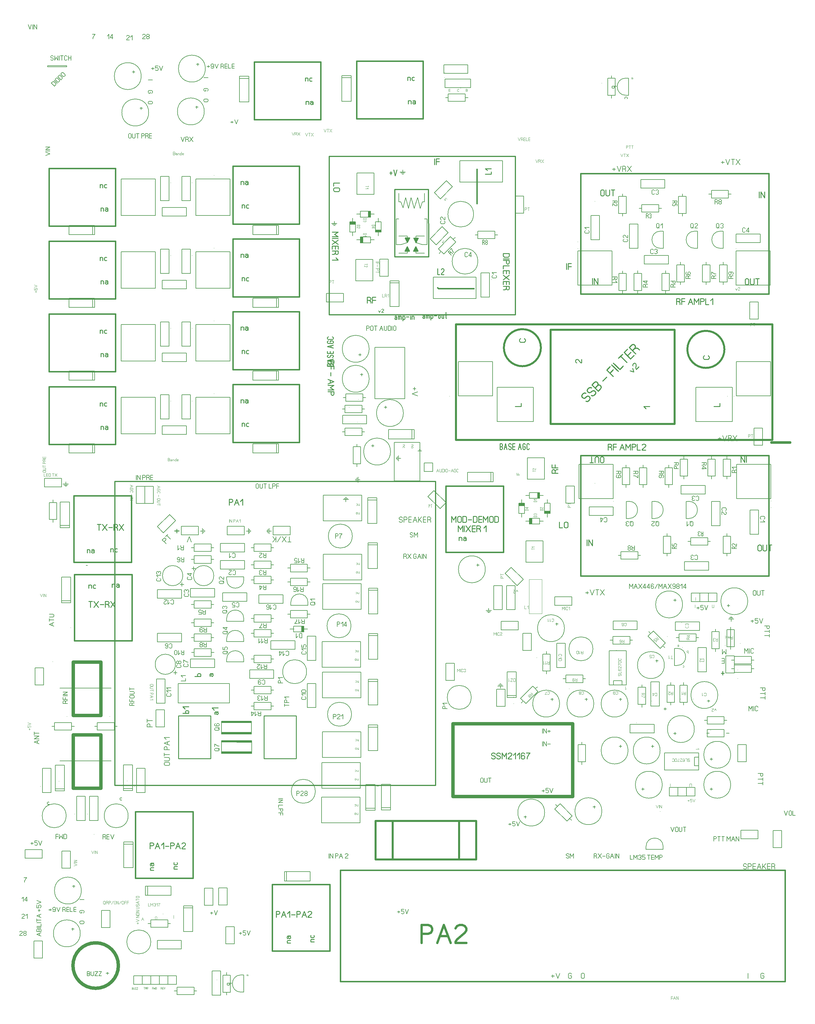
<source format=gbr>
%FSLAX34Y34*%
%MOMM*%
%LNSILK_TOP*%
G71*
G01*
%ADD10C,0.150*%
%ADD11C,0.167*%
%ADD12C,0.170*%
%ADD13C,0.144*%
%ADD14C,0.222*%
%ADD15C,0.111*%
%ADD16C,0.600*%
%ADD17C,0.333*%
%ADD18C,0.100*%
%ADD19C,0.200*%
%ADD20C,0.400*%
%ADD21C,0.300*%
%ADD22C,0.133*%
%ADD23C,0.206*%
%ADD24C,0.178*%
%ADD25C,0.250*%
%ADD26C,0.220*%
%ADD27C,0.160*%
%ADD28C,0.280*%
%ADD29C,1.000*%
%ADD30C,0.667*%
%ADD31C,0.067*%
%ADD32C,0.090*%
%ADD33C,0.159*%
%LPD*%
G54D10*
X430191Y-503033D02*
X408016Y-503033D01*
X408016Y-452333D01*
X430191Y-452333D01*
X430191Y-503033D01*
G54D10*
X419103Y-503233D02*
X419103Y-511133D01*
G54D10*
X419103Y-452233D02*
X419103Y-444333D01*
G54D11*
X396845Y-468758D02*
X395179Y-470758D01*
X393512Y-471425D01*
X390179Y-471425D01*
G54D11*
X390179Y-466092D02*
X403512Y-466092D01*
X403512Y-469425D01*
X402679Y-470758D01*
X401012Y-471425D01*
X399345Y-471425D01*
X397679Y-470758D01*
X396845Y-469425D01*
X396845Y-466092D01*
G54D11*
X390179Y-480425D02*
X390179Y-475092D01*
X391012Y-475092D01*
X392679Y-475758D01*
X397679Y-479758D01*
X399345Y-480425D01*
X401012Y-480425D01*
X402679Y-479758D01*
X403512Y-478425D01*
X403512Y-477092D01*
X402679Y-475758D01*
X401012Y-475092D01*
G54D10*
X350885Y-509014D02*
X325484Y-509014D01*
X325485Y-580614D01*
X350885Y-580614D01*
X350885Y-509014D01*
G54D11*
X317593Y-553670D02*
X319260Y-554670D01*
X320093Y-556670D01*
X320093Y-558670D01*
X319260Y-560670D01*
X317593Y-561670D01*
X309260Y-561670D01*
X307593Y-560670D01*
X306760Y-558670D01*
X306760Y-556670D01*
X307593Y-554670D01*
X309260Y-553670D01*
G54D11*
X311760Y-550003D02*
X306760Y-545003D01*
X320093Y-545003D01*
G54D10*
X465184Y-534414D02*
X439784Y-534414D01*
X439784Y-606014D01*
X465184Y-606014D01*
X465184Y-534414D01*
G54D11*
X431893Y-579069D02*
X433559Y-580069D01*
X434393Y-582069D01*
X434393Y-584069D01*
X433559Y-586069D01*
X431893Y-587069D01*
X423559Y-587069D01*
X421893Y-586069D01*
X421059Y-584069D01*
X421059Y-582069D01*
X421893Y-580069D01*
X423559Y-579069D01*
G54D11*
X434393Y-567402D02*
X434393Y-575402D01*
X433559Y-575402D01*
X431893Y-574402D01*
X426893Y-568402D01*
X425226Y-567402D01*
X423559Y-567402D01*
X421893Y-568402D01*
X421059Y-570402D01*
X421059Y-572402D01*
X421893Y-574402D01*
X423559Y-575402D01*
G54D10*
X430207Y-731633D02*
X408032Y-731633D01*
X408032Y-680933D01*
X430207Y-680933D01*
X430207Y-731633D01*
G54D10*
X419119Y-731833D02*
X419119Y-739733D01*
G54D10*
X419119Y-680833D02*
X419119Y-672933D01*
G54D11*
X396861Y-695158D02*
X395194Y-698158D01*
X393528Y-699158D01*
X390194Y-699158D01*
G54D11*
X390194Y-691158D02*
X403528Y-691158D01*
X403528Y-696158D01*
X402694Y-698158D01*
X401028Y-699158D01*
X399361Y-699158D01*
X397694Y-698158D01*
X396861Y-696158D01*
X396861Y-691158D01*
G54D11*
X398528Y-702824D02*
X403528Y-707824D01*
X390194Y-707824D01*
G54D10*
X526986Y-476669D02*
X526986Y-498844D01*
X476286Y-498844D01*
X476286Y-476669D01*
X526986Y-476669D01*
G54D10*
X527186Y-487756D02*
X535086Y-487756D01*
G54D10*
X476186Y-487756D02*
X468286Y-487756D01*
G54D11*
X492712Y-510014D02*
X494712Y-511681D01*
X495378Y-513348D01*
X495378Y-516681D01*
G54D11*
X490045Y-516681D02*
X490045Y-503348D01*
X493378Y-503348D01*
X494712Y-504181D01*
X495378Y-505848D01*
X495378Y-507514D01*
X494712Y-509181D01*
X493378Y-510014D01*
X490045Y-510014D01*
G54D11*
X499045Y-505848D02*
X499712Y-504181D01*
X501045Y-503348D01*
X502378Y-503348D01*
X503712Y-504181D01*
X504378Y-505848D01*
X504378Y-507514D01*
X503712Y-509181D01*
X502378Y-510014D01*
X503712Y-510848D01*
X504378Y-512514D01*
X504378Y-514181D01*
X503712Y-515848D01*
X502378Y-516681D01*
X501045Y-516681D01*
X499712Y-515848D01*
X499045Y-514181D01*
G54D10*
X453595Y-680975D02*
X475770Y-680975D01*
X475770Y-731675D01*
X453595Y-731674D01*
X453595Y-680975D01*
G54D10*
X464682Y-680774D02*
X464682Y-672874D01*
G54D10*
X464682Y-731775D02*
X464682Y-739675D01*
G54D11*
X486940Y-717417D02*
X488607Y-714417D01*
X490274Y-713417D01*
X493607Y-713417D01*
G54D11*
X493607Y-721417D02*
X480274Y-721417D01*
X480274Y-716417D01*
X481107Y-714417D01*
X482774Y-713417D01*
X484440Y-713417D01*
X486107Y-714417D01*
X486940Y-716417D01*
X486940Y-721417D01*
G54D11*
X493607Y-703750D02*
X480274Y-703750D01*
X488607Y-709750D01*
X490274Y-709750D01*
X490274Y-701750D01*
G54D10*
X607990Y-503034D02*
X585815Y-503034D01*
X585815Y-452334D01*
X607990Y-452334D01*
X607990Y-503034D01*
G54D10*
X596903Y-503234D02*
X596903Y-511134D01*
G54D10*
X596903Y-452234D02*
X596902Y-444334D01*
G54D11*
X574645Y-468759D02*
X572978Y-470759D01*
X571312Y-471426D01*
X567978Y-471426D01*
G54D11*
X567978Y-466092D02*
X581312Y-466092D01*
X581312Y-469426D01*
X580478Y-470759D01*
X578812Y-471426D01*
X577145Y-471426D01*
X575478Y-470759D01*
X574645Y-469426D01*
X574645Y-466092D01*
G54D11*
X581312Y-480426D02*
X581312Y-475092D01*
X575478Y-475092D01*
X575478Y-475759D01*
X576312Y-477092D01*
X576312Y-478426D01*
X575478Y-479759D01*
X573812Y-480426D01*
X570478Y-480426D01*
X568812Y-479759D01*
X567978Y-478426D01*
X567978Y-477092D01*
X568812Y-475759D01*
X570478Y-475092D01*
G54D10*
X555372Y-653066D02*
X555372Y-627666D01*
X483772Y-627666D01*
X483772Y-653066D01*
X555372Y-653066D01*
G54D11*
X510716Y-619774D02*
X509716Y-621441D01*
X507716Y-622274D01*
X505716Y-622274D01*
X503716Y-621441D01*
X502716Y-619774D01*
X502716Y-611441D01*
X503716Y-609774D01*
X505716Y-608941D01*
X507716Y-608941D01*
X509716Y-609774D01*
X510716Y-611441D01*
G54D11*
X514383Y-611441D02*
X515383Y-609774D01*
X517383Y-608941D01*
X519383Y-608941D01*
X521383Y-609774D01*
X522383Y-611441D01*
X522383Y-613108D01*
X521383Y-614774D01*
X519383Y-615608D01*
X521383Y-616441D01*
X522383Y-618108D01*
X522383Y-619774D01*
X521383Y-621441D01*
X519383Y-622274D01*
X517383Y-622274D01*
X515383Y-621441D01*
X514383Y-619774D01*
G54D10*
X580594Y-655575D02*
X602770Y-655575D01*
X602770Y-706275D01*
X580594Y-706274D01*
X580594Y-655575D01*
G54D10*
X591682Y-655374D02*
X591682Y-647474D01*
G54D10*
X591682Y-706375D02*
X591682Y-714275D01*
G54D11*
X613940Y-692017D02*
X615607Y-689017D01*
X617274Y-688017D01*
X620607Y-688017D01*
G54D11*
X620607Y-696017D02*
X607274Y-696017D01*
X607274Y-691017D01*
X608107Y-689017D01*
X609774Y-688017D01*
X611440Y-688017D01*
X613107Y-689017D01*
X613940Y-691017D01*
X613940Y-696017D01*
G54D11*
X609774Y-676350D02*
X608107Y-677350D01*
X607274Y-679350D01*
X607274Y-681350D01*
X608107Y-683350D01*
X609774Y-684350D01*
X613940Y-684350D01*
X614774Y-684350D01*
X613107Y-681350D01*
X613107Y-679350D01*
X613940Y-677350D01*
X615607Y-676350D01*
X618107Y-676350D01*
X619774Y-677350D01*
X620607Y-679350D01*
X620607Y-681350D01*
X619774Y-683350D01*
X618107Y-684350D01*
X613940Y-684350D01*
G54D10*
X656794Y-655575D02*
X678970Y-655575D01*
X678970Y-706275D01*
X656794Y-706274D01*
X656794Y-655575D01*
G54D10*
X667882Y-655374D02*
X667882Y-647474D01*
G54D10*
X667882Y-706375D02*
X667882Y-714275D01*
G54D11*
X690140Y-692017D02*
X691807Y-689017D01*
X693474Y-688017D01*
X696807Y-688017D01*
G54D11*
X696807Y-696017D02*
X683474Y-696017D01*
X683474Y-691017D01*
X684307Y-689017D01*
X685974Y-688017D01*
X687640Y-688017D01*
X689307Y-689017D01*
X690140Y-691017D01*
X690140Y-696017D01*
G54D11*
X683474Y-684350D02*
X683474Y-676350D01*
X685140Y-677350D01*
X687640Y-679350D01*
X690974Y-681350D01*
X693474Y-682350D01*
X696807Y-682350D01*
G54D10*
X707594Y-655575D02*
X729770Y-655575D01*
X729770Y-706275D01*
X707594Y-706274D01*
X707594Y-655575D01*
G54D10*
X718682Y-655374D02*
X718682Y-647474D01*
G54D10*
X718682Y-706375D02*
X718682Y-714275D01*
G54D11*
X740940Y-692017D02*
X742607Y-689017D01*
X744274Y-688017D01*
X747607Y-688017D01*
G54D11*
X747607Y-696017D02*
X734274Y-696017D01*
X734274Y-691017D01*
X735107Y-689017D01*
X736774Y-688017D01*
X738440Y-688017D01*
X740107Y-689017D01*
X740940Y-691017D01*
X740940Y-696017D01*
G54D11*
X745107Y-684350D02*
X746774Y-683350D01*
X747607Y-681350D01*
X747607Y-679350D01*
X746774Y-677350D01*
X745107Y-676350D01*
X740940Y-676350D01*
X740107Y-676350D01*
X741774Y-679350D01*
X741774Y-681350D01*
X740940Y-683350D01*
X739274Y-684350D01*
X736774Y-684350D01*
X735107Y-683350D01*
X734274Y-681350D01*
X734274Y-679350D01*
X735107Y-677350D01*
X736774Y-676350D01*
X740940Y-676350D01*
G54D10*
X828427Y-589568D02*
X828428Y-564168D01*
X756827Y-564168D01*
X756827Y-589568D01*
X828427Y-589568D01*
G54D11*
X783804Y-556276D02*
X782804Y-557943D01*
X780804Y-558776D01*
X778804Y-558776D01*
X776804Y-557943D01*
X775804Y-556276D01*
X775804Y-547943D01*
X776804Y-546276D01*
X778804Y-545443D01*
X780804Y-545443D01*
X782804Y-546276D01*
X783804Y-547943D01*
G54D11*
X793471Y-558776D02*
X793471Y-545443D01*
X787471Y-553776D01*
X787471Y-555443D01*
X795471Y-555443D01*
G54D10*
X733962Y-434865D02*
X733962Y-457040D01*
X683262Y-457040D01*
X683262Y-434865D01*
X733962Y-434865D01*
G54D10*
X734162Y-445952D02*
X742062Y-445952D01*
G54D10*
X683162Y-445952D02*
X675262Y-445952D01*
G54D11*
X697520Y-468210D02*
X700520Y-469877D01*
X701520Y-471544D01*
X701520Y-474877D01*
G54D11*
X693520Y-474877D02*
X693520Y-461544D01*
X698520Y-461544D01*
X700520Y-462377D01*
X701520Y-464044D01*
X701520Y-465710D01*
X700520Y-467377D01*
X698520Y-468210D01*
X693520Y-468210D01*
G54D11*
X710186Y-468210D02*
X708186Y-468210D01*
X706186Y-467377D01*
X705186Y-465710D01*
X705186Y-464044D01*
X706186Y-462377D01*
X708186Y-461544D01*
X710186Y-461544D01*
X712186Y-462377D01*
X713186Y-464044D01*
X713186Y-465710D01*
X712186Y-467377D01*
X710186Y-468210D01*
X712186Y-469044D01*
X713186Y-470710D01*
X713186Y-472377D01*
X712186Y-474044D01*
X710186Y-474877D01*
X708186Y-474877D01*
X706186Y-474044D01*
X705186Y-472377D01*
X705186Y-470710D01*
X706186Y-469044D01*
X708186Y-468210D01*
G54D10*
X532116Y-555604D02*
X540116Y-555604D01*
X540116Y-606329D01*
X532116Y-606329D01*
G54D10*
G75*
G01X532154Y-555473D02*
G03X532154Y-606473I0J-25500D01*
G01*
G54D11*
X523971Y-543929D02*
X528971Y-546429D01*
G54D11*
X527971Y-535596D02*
X527971Y-543929D01*
X526971Y-545596D01*
X524971Y-546429D01*
X522971Y-546429D01*
X520971Y-545596D01*
X519971Y-543929D01*
X519971Y-535596D01*
X520971Y-533929D01*
X522971Y-533096D01*
X524971Y-533096D01*
X526971Y-533929D01*
X527971Y-535596D01*
G54D11*
X532638Y-538096D02*
X537638Y-533096D01*
X537638Y-546429D01*
G54D10*
X633716Y-555604D02*
X641716Y-555604D01*
X641716Y-606329D01*
X633716Y-606329D01*
G54D10*
G75*
G01X633754Y-555473D02*
G03X633754Y-606473I0J-25500D01*
G01*
G54D12*
X625571Y-543929D02*
X630571Y-546429D01*
G54D12*
X629571Y-535596D02*
X629571Y-543929D01*
X628571Y-545596D01*
X626571Y-546429D01*
X624571Y-546429D01*
X622571Y-545596D01*
X621571Y-543929D01*
X621571Y-535596D01*
X622571Y-533929D01*
X624571Y-533096D01*
X626571Y-533096D01*
X628571Y-533929D01*
X629571Y-535596D01*
G54D12*
X642271Y-546429D02*
X634271Y-546429D01*
X634271Y-545596D01*
X635271Y-543929D01*
X641271Y-538929D01*
X642271Y-537262D01*
X642271Y-535596D01*
X641271Y-533929D01*
X639271Y-533096D01*
X637271Y-533096D01*
X635271Y-533929D01*
X634271Y-535596D01*
G54D10*
X709916Y-555604D02*
X717916Y-555604D01*
X717916Y-606329D01*
X709916Y-606329D01*
G54D10*
G75*
G01X709954Y-555473D02*
G03X709954Y-606473I0J-25500D01*
G01*
G54D11*
X701788Y-543929D02*
X706788Y-546429D01*
G54D11*
X705788Y-535596D02*
X705788Y-543929D01*
X704788Y-545596D01*
X702788Y-546429D01*
X700788Y-546429D01*
X698788Y-545596D01*
X697788Y-543929D01*
X697788Y-535596D01*
X698788Y-533929D01*
X700788Y-533096D01*
X702788Y-533096D01*
X704788Y-533929D01*
X705788Y-535596D01*
G54D11*
X710455Y-535596D02*
X711455Y-533929D01*
X713455Y-533096D01*
X715455Y-533096D01*
X717455Y-533929D01*
X718455Y-535596D01*
X718455Y-537262D01*
X717455Y-538929D01*
X715455Y-539762D01*
X717455Y-540596D01*
X718455Y-542262D01*
X718455Y-543929D01*
X717455Y-545596D01*
X715455Y-546429D01*
X713455Y-546429D01*
X711455Y-545596D01*
X710455Y-543929D01*
G54D10*
X286916Y-614104D02*
X388516Y-614104D01*
X388516Y-715704D01*
X286916Y-715704D01*
X286916Y-614104D01*
G54D13*
X286166Y-587354D02*
X286166Y-587354D01*
G54D13*
X286166Y-606854D02*
X286166Y-606854D01*
G54D10*
X756816Y-614104D02*
X858416Y-614104D01*
X858416Y-715704D01*
X756816Y-715704D01*
X756816Y-614104D01*
G54D13*
X756066Y-587354D02*
X756066Y-587354D01*
G54D13*
X756066Y-606854D02*
X756066Y-606854D01*
G54D10*
X473526Y-402361D02*
X473526Y-427762D01*
X545126Y-427761D01*
X545126Y-402361D01*
X473526Y-402361D01*
G54D11*
X514515Y-443986D02*
X513515Y-445652D01*
X511515Y-446486D01*
X509515Y-446486D01*
X507515Y-445652D01*
X506515Y-443986D01*
X506515Y-435652D01*
X507515Y-433986D01*
X509515Y-433152D01*
X511515Y-433152D01*
X513515Y-433986D01*
X514515Y-435652D01*
G54D11*
X518182Y-435652D02*
X519182Y-433986D01*
X521182Y-433152D01*
X523182Y-433152D01*
X525182Y-433986D01*
X526182Y-435652D01*
X526182Y-437319D01*
X525182Y-438986D01*
X523182Y-439819D01*
X525182Y-440652D01*
X526182Y-442319D01*
X526182Y-443986D01*
X525182Y-445652D01*
X523182Y-446486D01*
X521182Y-446486D01*
X519182Y-445652D01*
X518182Y-443986D01*
G54D14*
X793832Y-699684D02*
X793832Y-710796D01*
X792499Y-713018D01*
X789832Y-714129D01*
X787166Y-714129D01*
X784499Y-713018D01*
X783166Y-710796D01*
X783166Y-699684D01*
X784499Y-697462D01*
X787166Y-696351D01*
X789832Y-696351D01*
X792499Y-697462D01*
X793832Y-699684D01*
G54D14*
X798722Y-696351D02*
X798722Y-710796D01*
X800055Y-713018D01*
X802722Y-714129D01*
X805388Y-714129D01*
X808055Y-713018D01*
X809388Y-710796D01*
X809388Y-696351D01*
G54D14*
X819611Y-714129D02*
X819611Y-696351D01*
G54D14*
X814278Y-696351D02*
X824944Y-696351D01*
G54D10*
X536145Y-680975D02*
X558320Y-680975D01*
X558320Y-731675D01*
X536145Y-731674D01*
X536145Y-680975D01*
G54D10*
X547232Y-680774D02*
X547232Y-672874D01*
G54D10*
X547232Y-731775D02*
X547232Y-739675D01*
G54D11*
X569490Y-717417D02*
X571157Y-714417D01*
X572824Y-713417D01*
X576157Y-713417D01*
G54D11*
X576157Y-721417D02*
X562824Y-721417D01*
X562824Y-716417D01*
X563657Y-714417D01*
X565324Y-713417D01*
X566990Y-713417D01*
X568657Y-714417D01*
X569490Y-716417D01*
X569490Y-721417D01*
G54D11*
X576157Y-703750D02*
X562824Y-703750D01*
G54D11*
X570824Y-703750D02*
X569157Y-704750D01*
X568657Y-706750D01*
X569157Y-708750D01*
X570824Y-709750D01*
X574157Y-709750D01*
X575824Y-708750D01*
X576157Y-706750D01*
X575824Y-704750D01*
X574157Y-703750D01*
G54D15*
X754500Y-725905D02*
X757168Y-730905D01*
X759834Y-725905D01*
G54D15*
X767611Y-730905D02*
X762278Y-730905D01*
X762278Y-730350D01*
X762944Y-729238D01*
X766944Y-725905D01*
X767611Y-724794D01*
X767611Y-723683D01*
X766944Y-722572D01*
X765611Y-722016D01*
X764278Y-722016D01*
X762944Y-722572D01*
X762278Y-723683D01*
G54D14*
X329934Y-713335D02*
X329934Y-695557D01*
G54D14*
X334823Y-713335D02*
X334823Y-695557D01*
X345490Y-713335D01*
X345490Y-695557D01*
G54D13*
X336966Y-466704D02*
X336966Y-466704D01*
G54D16*
X204891Y-847845D02*
X204890Y-1127245D01*
X573191Y-1127245D01*
X573191Y-847844D01*
X204891Y-847845D01*
G54D14*
X489004Y-1082300D02*
X482338Y-1075633D01*
X500116Y-1075633D01*
G54D14*
X297265Y-935595D02*
X297266Y-946262D01*
X296154Y-946262D01*
X293932Y-944928D01*
X287265Y-936928D01*
X285043Y-935595D01*
X282821Y-935595D01*
X280599Y-936928D01*
X279488Y-939595D01*
X279488Y-942262D01*
X280599Y-944928D01*
X282821Y-946262D01*
G54D16*
G75*
G01X176866Y-901245D02*
G03X176866Y-901245I-55000J0D01*
G01*
G54D16*
G75*
G01X721866Y-906245D02*
G03X721866Y-906245I-55000J0D01*
G01*
G54D10*
X-67959Y-1044245D02*
X-67959Y-942645D01*
X33641Y-942645D01*
X33641Y-1044245D01*
X-67959Y-1044245D01*
G54D13*
X-94709Y-1044995D02*
X-94709Y-1044995D01*
G54D13*
X-75209Y-1044995D02*
X-75209Y-1044995D01*
G54D10*
X757541Y-1044245D02*
X757541Y-942645D01*
X859141Y-942644D01*
X859141Y-1044245D01*
X757541Y-1044245D01*
G54D13*
X730791Y-1044994D02*
X730791Y-1044994D01*
G54D13*
X750291Y-1044995D02*
X750291Y-1044995D01*
G54D14*
X690588Y-1075345D02*
X708366Y-1075345D01*
X708366Y-1066012D01*
G54D14*
X673282Y-924978D02*
X675505Y-926312D01*
X676616Y-928978D01*
X676616Y-931645D01*
X675505Y-934312D01*
X673282Y-935644D01*
X662172Y-935645D01*
X659950Y-934312D01*
X658838Y-931645D01*
X658838Y-928978D01*
X659950Y-926312D01*
X662172Y-924978D01*
G54D14*
X127183Y-874178D02*
X129405Y-875512D01*
X130516Y-878178D01*
X130516Y-880845D01*
X129405Y-883512D01*
X127182Y-884844D01*
X116072Y-884844D01*
X113849Y-883512D01*
X112738Y-880845D01*
X112738Y-878178D01*
X113849Y-875512D01*
X116072Y-874178D01*
G54D17*
X310852Y-1059877D02*
X314623Y-1060820D01*
X318630Y-1059170D01*
X321459Y-1056342D01*
X323109Y-1052334D01*
X322166Y-1048563D01*
X319809Y-1046206D01*
X316038Y-1045264D01*
X312031Y-1046914D01*
X309202Y-1049742D01*
X305195Y-1051392D01*
X301424Y-1050449D01*
X299067Y-1048092D01*
X298124Y-1044321D01*
X299774Y-1040314D01*
X302603Y-1037485D01*
X306610Y-1035836D01*
X310381Y-1036778D01*
G54D17*
X327351Y-1043378D02*
X331122Y-1044321D01*
X335129Y-1042671D01*
X337958Y-1039842D01*
X339608Y-1035836D01*
X338665Y-1032064D01*
X336308Y-1029708D01*
X332537Y-1028764D01*
X328530Y-1030414D01*
X325701Y-1033243D01*
X321694Y-1034893D01*
X317923Y-1033950D01*
X315566Y-1031593D01*
X314623Y-1027822D01*
X316273Y-1023815D01*
X319102Y-1020986D01*
X323108Y-1019336D01*
X326880Y-1020279D01*
G54D17*
X347386Y-1030415D02*
X328529Y-1011558D01*
X335601Y-1004488D01*
X339607Y-1002838D01*
X343379Y-1003780D01*
X345736Y-1006138D01*
X346678Y-1009909D01*
X345029Y-1013916D01*
X349036Y-1012266D01*
X352807Y-1013208D01*
X355164Y-1015566D01*
X356106Y-1019337D01*
X354457Y-1023344D01*
X347386Y-1030415D01*
G54D17*
X337958Y-1020987D02*
X345029Y-1013916D01*
G54D17*
X361103Y-1000198D02*
X372417Y-988884D01*
G54D17*
X391320Y-986481D02*
X372463Y-967624D01*
X382363Y-957725D01*
G54D17*
X381891Y-977052D02*
X391791Y-967153D01*
G54D17*
X406404Y-971396D02*
X387548Y-952540D01*
G54D17*
X392733Y-947355D02*
X411589Y-966211D01*
X421489Y-956311D01*
G54D17*
X432331Y-945469D02*
X413475Y-926613D01*
G54D17*
X407818Y-932270D02*
X419132Y-920956D01*
G54D17*
X453073Y-924728D02*
X443173Y-934627D01*
X424317Y-915771D01*
X434216Y-905872D01*
G54D17*
X433745Y-925199D02*
X443644Y-915300D01*
G54D17*
X454487Y-904458D02*
X461086Y-902572D01*
X464858Y-903515D01*
X469571Y-908229D01*
G54D17*
X458258Y-919542D02*
X439402Y-900686D01*
X446473Y-893615D01*
X450480Y-891965D01*
X454251Y-892908D01*
X456608Y-895265D01*
X457551Y-899036D01*
X455901Y-903043D01*
X448830Y-910114D01*
G54D10*
X637348Y-1120182D02*
X637348Y-1018582D01*
X745298Y-1018582D01*
X745298Y-1120182D01*
X637348Y-1120182D01*
G54D14*
X100038Y-1075345D02*
X117816Y-1075345D01*
X117816Y-1066012D01*
G54D10*
X46798Y-1120182D02*
X46798Y-1018582D01*
X154748Y-1018582D01*
X154748Y-1120182D01*
X46798Y-1120182D01*
G54D14*
X441800Y-969388D02*
X452642Y-972688D01*
X449342Y-961846D01*
G54D14*
X467413Y-957917D02*
X459871Y-965460D01*
X459085Y-964674D01*
X458457Y-962160D01*
X459399Y-951789D01*
X458771Y-949275D01*
X457200Y-947704D01*
X454685Y-947075D01*
X452014Y-948175D01*
X450128Y-950060D01*
X449028Y-952732D01*
X449657Y-955246D01*
G54D13*
X336966Y-1303316D02*
X336966Y-1303316D01*
G54D10*
X-314884Y-558444D02*
X-297484Y-558444D01*
X-297484Y-528044D01*
X-314884Y-528044D01*
X-314884Y-558444D01*
G36*
X-314784Y-558344D02*
X-298084Y-558344D01*
X-298084Y-551144D01*
X-314784Y-551144D01*
X-314784Y-558344D01*
G37*
G54D18*
X-314784Y-558344D02*
X-298084Y-558344D01*
X-298084Y-551144D01*
X-314784Y-551144D01*
X-314784Y-558344D01*
G54D10*
X-306184Y-569444D02*
X-306184Y-558344D01*
G54D10*
X-306184Y-528144D02*
X-306184Y-517044D01*
G54D10*
X-359484Y-572644D02*
X-359484Y-590044D01*
X-329084Y-590044D01*
X-329084Y-572644D01*
X-359484Y-572644D01*
G36*
X-359384Y-572744D02*
X-359384Y-589444D01*
X-352184Y-589444D01*
X-352184Y-572744D01*
X-359384Y-572744D01*
G37*
G54D18*
X-359384Y-572744D02*
X-359384Y-589444D01*
X-352184Y-589444D01*
X-352184Y-572744D01*
X-359384Y-572744D01*
G54D10*
X-370484Y-581344D02*
X-359384Y-581344D01*
G54D10*
X-329184Y-581344D02*
X-318084Y-581344D01*
G54D10*
X-373684Y-528044D02*
X-391084Y-528044D01*
X-391084Y-558444D01*
X-373684Y-558444D01*
X-373684Y-528044D01*
G36*
X-373784Y-528144D02*
X-390484Y-528144D01*
X-390484Y-535344D01*
X-373784Y-535344D01*
X-373784Y-528144D01*
G37*
G54D18*
X-373784Y-528144D02*
X-390484Y-528144D01*
X-390484Y-535344D01*
X-373784Y-535344D01*
X-373784Y-528144D01*
G54D10*
X-382384Y-517044D02*
X-382384Y-528144D01*
G54D10*
X-382384Y-558344D02*
X-382384Y-569444D01*
G54D10*
X-329084Y-513844D02*
X-329084Y-496444D01*
X-359484Y-496444D01*
X-359484Y-513844D01*
X-329084Y-513844D01*
G36*
X-329184Y-513744D02*
X-329184Y-497044D01*
X-336384Y-497044D01*
X-336384Y-513744D01*
X-329184Y-513744D01*
G37*
G54D18*
X-329184Y-513744D02*
X-329184Y-497044D01*
X-336384Y-497044D01*
X-336384Y-513744D01*
X-329184Y-513744D01*
G54D10*
X-318084Y-505144D02*
X-329184Y-505144D01*
G54D10*
X-359384Y-505144D02*
X-370484Y-505144D01*
G54D15*
X-350634Y-562294D02*
X-341746Y-562294D01*
X-341746Y-564516D01*
X-342301Y-565406D01*
X-343412Y-565850D01*
X-348968Y-565850D01*
X-350079Y-565406D01*
X-350634Y-564516D01*
X-350634Y-562294D01*
G54D15*
X-345079Y-568294D02*
X-341746Y-570516D01*
X-350634Y-570516D01*
G54D15*
X-369684Y-536894D02*
X-360796Y-536894D01*
X-360796Y-539116D01*
X-361351Y-540006D01*
X-362462Y-540450D01*
X-368018Y-540450D01*
X-369129Y-540006D01*
X-369684Y-539116D01*
X-369684Y-536894D01*
G54D15*
X-369684Y-546450D02*
X-369684Y-542894D01*
X-369129Y-542894D01*
X-368018Y-543339D01*
X-364684Y-546006D01*
X-363573Y-546450D01*
X-362462Y-546450D01*
X-361351Y-546006D01*
X-360796Y-545116D01*
X-360796Y-544228D01*
X-361351Y-543339D01*
X-362462Y-542894D01*
G54D15*
X-350634Y-517844D02*
X-341746Y-517844D01*
X-341746Y-520066D01*
X-342301Y-520956D01*
X-343412Y-521400D01*
X-348968Y-521400D01*
X-350079Y-520956D01*
X-350634Y-520066D01*
X-350634Y-517844D01*
G54D15*
X-343412Y-523844D02*
X-342301Y-524289D01*
X-341746Y-525178D01*
X-341746Y-526066D01*
X-342301Y-526956D01*
X-343412Y-527400D01*
X-344523Y-527400D01*
X-345634Y-526956D01*
X-346190Y-526066D01*
X-346746Y-526956D01*
X-347857Y-527400D01*
X-348968Y-527400D01*
X-350079Y-526956D01*
X-350634Y-526066D01*
X-350634Y-525178D01*
X-350079Y-524289D01*
X-348968Y-523844D01*
G54D15*
X-325234Y-536894D02*
X-316346Y-536894D01*
X-316346Y-539116D01*
X-316901Y-540006D01*
X-318012Y-540450D01*
X-323568Y-540450D01*
X-324679Y-540006D01*
X-325234Y-539116D01*
X-325234Y-536894D01*
G54D15*
X-325234Y-545561D02*
X-316346Y-545561D01*
X-321901Y-542894D01*
X-323012Y-542894D01*
X-323012Y-546450D01*
G54D10*
X-369772Y-382822D02*
X-369772Y-446321D01*
X-318972Y-446321D01*
X-318972Y-382822D01*
X-369772Y-382822D01*
G54D15*
X-344372Y-422699D02*
X-335484Y-422699D01*
G54D15*
X-335484Y-420921D02*
X-335484Y-424477D01*
G54D15*
X-338817Y-426921D02*
X-335484Y-429144D01*
X-344372Y-429144D01*
G54D10*
X-322266Y-702861D02*
X-322266Y-639361D01*
X-373065Y-639361D01*
X-373065Y-702861D01*
X-322266Y-702861D01*
G54D15*
X-347666Y-653839D02*
X-338777Y-653839D01*
G54D15*
X-338777Y-652061D02*
X-338777Y-655617D01*
G54D15*
X-347666Y-661617D02*
X-347665Y-658061D01*
X-347110Y-658061D01*
X-345999Y-658506D01*
X-342665Y-661172D01*
X-341554Y-661617D01*
X-340443Y-661617D01*
X-339332Y-661172D01*
X-338776Y-660284D01*
X-338777Y-659394D01*
X-339332Y-658506D01*
X-340443Y-658061D01*
G54D14*
X-421318Y-412621D02*
X-439096Y-412621D01*
X-439096Y-421954D01*
G54D14*
X-424651Y-437510D02*
X-435762Y-437510D01*
X-437984Y-436176D01*
X-439096Y-433510D01*
X-439096Y-430843D01*
X-437984Y-428176D01*
X-435762Y-426843D01*
X-424651Y-426843D01*
X-422429Y-428176D01*
X-421318Y-430843D01*
X-421318Y-433510D01*
X-422429Y-436176D01*
X-424651Y-437510D01*
G54D14*
X-333740Y-760412D02*
X-329739Y-762634D01*
X-328406Y-764857D01*
X-328406Y-769301D01*
G54D14*
X-339073Y-769301D02*
X-339073Y-751524D01*
X-332406Y-751524D01*
X-329740Y-752634D01*
X-328406Y-754857D01*
X-328406Y-757079D01*
X-329739Y-759301D01*
X-332406Y-760412D01*
X-339073Y-760412D01*
G54D14*
X-323517Y-769301D02*
X-323517Y-751524D01*
X-314183Y-751524D01*
G54D14*
X-323517Y-760412D02*
X-314183Y-760412D01*
G54D14*
X-139184Y-358010D02*
X-139184Y-340232D01*
G54D14*
X-134296Y-358010D02*
X-134296Y-340232D01*
X-124962Y-340232D01*
G54D14*
X-134296Y-349121D02*
X-124962Y-349121D01*
G54D15*
X-313683Y-645984D02*
X-304794Y-645984D01*
G54D15*
X-313683Y-648428D02*
X-304794Y-648428D01*
X-304794Y-653094D01*
G54D15*
X-309238Y-648428D02*
X-309238Y-653094D01*
G54D15*
X-309794Y-655539D02*
X-309794Y-660872D01*
G54D15*
X-313683Y-665893D02*
X-304794Y-665893D01*
X-304794Y-669226D01*
X-305350Y-670560D01*
X-306461Y-671226D01*
X-307572Y-671226D01*
X-308683Y-670560D01*
X-309238Y-669226D01*
X-309238Y-665893D01*
G54D15*
X-313683Y-676336D02*
X-304794Y-676336D01*
G54D15*
X-304794Y-673670D02*
X-304794Y-679003D01*
G54D14*
X-272222Y-383296D02*
X-265111Y-383296D01*
G54D14*
X-268667Y-378852D02*
X-268667Y-387741D01*
G54D14*
X-260222Y-373296D02*
X-255778Y-391074D01*
X-251333Y-373296D01*
G54D10*
X62656Y-409860D02*
X62656Y-346360D01*
X-64344Y-346360D01*
X-64344Y-409860D01*
X62656Y-409860D01*
G54D10*
X-91523Y-571900D02*
X-75843Y-587581D01*
X-111694Y-623431D01*
X-127374Y-607751D01*
X-91523Y-571900D01*
G54D10*
X-83542Y-579599D02*
X-77956Y-574013D01*
G54D10*
X-119604Y-615662D02*
X-125190Y-621248D01*
G54D11*
X-92180Y-619715D02*
X-89588Y-619479D01*
X-87938Y-620186D01*
X-85581Y-622543D01*
G54D11*
X-89352Y-626314D02*
X-98780Y-616886D01*
X-96423Y-614530D01*
X-94891Y-614176D01*
X-93241Y-614883D01*
X-92062Y-616062D01*
X-91355Y-617712D01*
X-91709Y-619244D01*
X-94066Y-621600D01*
G54D11*
X-92416Y-610522D02*
X-88645Y-606751D01*
X-87938Y-608401D01*
X-87113Y-611112D01*
X-85698Y-614412D01*
X-84402Y-616651D01*
X-82045Y-619008D01*
G54D11*
X42632Y-686768D02*
X44298Y-687768D01*
X45132Y-689768D01*
X45132Y-691768D01*
X44298Y-693768D01*
X42632Y-694768D01*
X34298Y-694768D01*
X32632Y-693768D01*
X31798Y-691768D01*
X31798Y-689768D01*
X32632Y-687768D01*
X34298Y-686768D01*
G54D11*
X36798Y-683101D02*
X31798Y-678101D01*
X45132Y-678101D01*
G54D11*
X-110855Y-525238D02*
X-109188Y-526238D01*
X-108355Y-528238D01*
X-108355Y-530238D01*
X-109188Y-532238D01*
X-110855Y-533238D01*
X-119188Y-533238D01*
X-120855Y-532238D01*
X-121688Y-530238D01*
X-121688Y-528238D01*
X-120855Y-526238D01*
X-119188Y-525238D01*
G54D11*
X-108355Y-513570D02*
X-108355Y-521570D01*
X-109188Y-521570D01*
X-110855Y-520570D01*
X-115855Y-514570D01*
X-117522Y-513570D01*
X-119188Y-513570D01*
X-120855Y-514570D01*
X-121688Y-516570D01*
X-121688Y-518570D01*
X-120855Y-520570D01*
X-119188Y-521570D01*
G54D10*
X40386Y-555536D02*
X40386Y-577712D01*
X-10314Y-577712D01*
X-10314Y-555536D01*
X40386Y-555536D01*
G54D10*
X40586Y-566624D02*
X48486Y-566624D01*
G54D10*
X-10414Y-566624D02*
X-18314Y-566624D01*
G54D11*
X6111Y-588882D02*
X8111Y-590548D01*
X8778Y-592215D01*
X8778Y-595548D01*
G54D11*
X3445Y-595548D02*
X3445Y-582215D01*
X6778Y-582215D01*
X8111Y-583048D01*
X8778Y-584715D01*
X8778Y-586382D01*
X8111Y-588048D01*
X6778Y-588882D01*
X3445Y-588882D01*
G54D11*
X15778Y-588882D02*
X14445Y-588882D01*
X13111Y-588048D01*
X12445Y-586382D01*
X12445Y-584715D01*
X13111Y-583048D01*
X14445Y-582215D01*
X15778Y-582215D01*
X17111Y-583048D01*
X17778Y-584715D01*
X17778Y-586382D01*
X17111Y-588048D01*
X15778Y-588882D01*
X17111Y-589715D01*
X17778Y-591382D01*
X17778Y-593048D01*
X17111Y-594715D01*
X15778Y-595548D01*
X14445Y-595548D01*
X13111Y-594715D01*
X12445Y-593048D01*
X12445Y-591382D01*
X13111Y-589715D01*
X14445Y-588882D01*
G54D14*
X-129971Y-666253D02*
X-129971Y-684031D01*
X-123749Y-684031D01*
G54D14*
X-111749Y-684031D02*
X-118860Y-684031D01*
X-118860Y-682920D01*
X-117971Y-680698D01*
X-112638Y-674031D01*
X-111749Y-671808D01*
X-111749Y-669586D01*
X-112638Y-667364D01*
X-114416Y-666253D01*
X-116193Y-666253D01*
X-117971Y-667364D01*
X-118860Y-669586D01*
G54D14*
X11184Y-386078D02*
X28962Y-386078D01*
X28962Y-379856D01*
G54D14*
X17851Y-374967D02*
X11184Y-370522D01*
X28962Y-370522D01*
G54D19*
G75*
G01X-23144Y-505110D02*
G03X-23144Y-505110I-38100J0D01*
G01*
G54D19*
G75*
G01X-10444Y-644810D02*
G03X-10444Y-644810I-38100J0D01*
G01*
G54D11*
X-40590Y-629248D02*
X-41590Y-630915D01*
X-43590Y-631748D01*
X-45590Y-631748D01*
X-47590Y-630915D01*
X-48590Y-629248D01*
X-48590Y-620915D01*
X-47590Y-619248D01*
X-45590Y-618415D01*
X-43590Y-618415D01*
X-41591Y-619248D01*
X-40590Y-620915D01*
G54D11*
X-30924Y-631748D02*
X-30924Y-618415D01*
X-36923Y-626748D01*
X-36924Y-628415D01*
X-28924Y-628415D01*
G54D10*
X-1070Y-751132D02*
X24330Y-751132D01*
X24330Y-679532D01*
X-1070Y-679532D01*
X-1070Y-751132D01*
G54D11*
X29722Y-698476D02*
X29722Y-698476D01*
G54D20*
X-13544Y-473360D02*
X-13544Y-371760D01*
G54D21*
X-257290Y-631706D02*
X-156690Y-631606D01*
X-156790Y-431706D01*
X-257290Y-431706D01*
X-257290Y-631706D01*
G54D19*
X-245190Y-443106D02*
X-245190Y-468506D01*
X-238890Y-468506D01*
X-238990Y-468506D01*
X-232590Y-486006D01*
X-232490Y-486006D01*
X-224590Y-455806D01*
X-216590Y-487606D01*
X-208690Y-455806D01*
X-199090Y-487606D01*
X-189690Y-455806D01*
X-181690Y-487606D01*
X-175290Y-468506D01*
X-168990Y-468506D01*
X-168990Y-443106D01*
G54D19*
X-245190Y-620906D02*
X-219890Y-620906D01*
X-219890Y-601906D01*
G54D19*
X-245190Y-570106D02*
X-219890Y-570106D01*
X-219890Y-589106D01*
G54D19*
X-168990Y-620906D02*
X-194390Y-620906D01*
X-194390Y-601906D01*
G54D19*
X-168990Y-570106D02*
X-194390Y-570106D01*
X-194390Y-589106D01*
G36*
X-219790Y-601906D02*
X-219790Y-601806D01*
X-226190Y-614506D01*
X-213490Y-614506D01*
X-219890Y-601906D01*
X-219790Y-601906D01*
G37*
G54D21*
X-219790Y-601906D02*
X-219790Y-601806D01*
X-226190Y-614506D01*
X-213490Y-614506D01*
X-219890Y-601906D01*
X-219790Y-601906D01*
G36*
X-194390Y-602006D02*
X-194390Y-601906D01*
X-200790Y-614606D01*
X-188090Y-614606D01*
X-194490Y-602006D01*
X-194390Y-602006D01*
G37*
G54D21*
X-194390Y-602006D02*
X-194390Y-601906D01*
X-200790Y-614606D01*
X-188090Y-614606D01*
X-194490Y-602006D01*
X-194390Y-602006D01*
G36*
X-219690Y-588906D02*
X-219690Y-589006D01*
X-213290Y-576306D01*
X-225990Y-576306D01*
X-219590Y-588906D01*
X-219690Y-588906D01*
G37*
G54D21*
X-219690Y-588906D02*
X-219690Y-589006D01*
X-213290Y-576306D01*
X-225990Y-576306D01*
X-219590Y-588906D01*
X-219690Y-588906D01*
G36*
X-194390Y-589006D02*
X-194390Y-589106D01*
X-187990Y-576406D01*
X-200690Y-576406D01*
X-194290Y-589006D01*
X-194390Y-589006D01*
G37*
G54D21*
X-194390Y-589006D02*
X-194390Y-589106D01*
X-187990Y-576406D01*
X-200690Y-576406D01*
X-194290Y-589006D01*
X-194390Y-589006D01*
G54D19*
X-219790Y-589106D02*
X-219790Y-589206D01*
X-238790Y-595606D01*
X-238790Y-595506D01*
X-253090Y-595506D01*
X-253090Y-532006D01*
X-253090Y-519306D01*
X-245190Y-519306D01*
G54D19*
X-194390Y-589106D02*
X-194390Y-589106D01*
X-175390Y-595506D01*
X-161090Y-595506D01*
X-161090Y-519306D01*
X-168990Y-519306D01*
G54D10*
X-243991Y-778768D02*
X-271391Y-778768D01*
X-271391Y-702568D01*
X-243991Y-702568D01*
X-243991Y-778768D01*
G54D10*
X-271391Y-708868D02*
X-243991Y-708868D01*
G54D15*
X-294108Y-742234D02*
X-294108Y-751123D01*
X-289442Y-751123D01*
G54D15*
X-284330Y-746679D02*
X-282331Y-747790D01*
X-281664Y-748901D01*
X-281664Y-751123D01*
G54D15*
X-286997Y-751123D02*
X-286997Y-742234D01*
X-283664Y-742234D01*
X-282330Y-742790D01*
X-281664Y-743901D01*
X-281664Y-745012D01*
X-282331Y-746123D01*
X-283664Y-746679D01*
X-286997Y-746679D01*
G54D15*
X-279220Y-745568D02*
X-275887Y-742234D01*
X-275887Y-751123D01*
G54D10*
X-15459Y-755414D02*
X-15459Y-691914D01*
X-142459Y-691914D01*
X-142459Y-755414D01*
X-15459Y-755414D01*
G54D20*
X-22739Y-725909D02*
X-127514Y-725909D01*
X-129759Y-723664D01*
G54D19*
X-233436Y-373698D02*
X-233436Y-380048D01*
G54D19*
X-225498Y-380048D02*
X-241373Y-380048D01*
G54D19*
X-238992Y-383222D02*
X-227880Y-383222D01*
G54D19*
X-231055Y-386398D02*
X-235817Y-386398D01*
G54D22*
X-305644Y-791210D02*
X-302444Y-797210D01*
X-299244Y-791210D01*
G54D22*
X-289911Y-797210D02*
X-296311Y-797210D01*
X-296311Y-796544D01*
X-295511Y-795210D01*
X-290711Y-791210D01*
X-289911Y-789877D01*
X-289911Y-788544D01*
X-290711Y-787210D01*
X-292311Y-786544D01*
X-293911Y-786544D01*
X-295511Y-787210D01*
X-296311Y-788544D01*
G54D19*
X-436636Y-526098D02*
X-436636Y-532448D01*
G54D19*
X-428698Y-532448D02*
X-444573Y-532448D01*
G54D19*
X-442192Y-535622D02*
X-431080Y-535622D01*
G54D19*
X-434255Y-538798D02*
X-439017Y-538798D01*
G54D14*
X-256971Y-808492D02*
X-255194Y-807381D01*
X-253060Y-807381D01*
X-251638Y-809604D01*
X-251638Y-817381D01*
G54D14*
X-251638Y-814048D02*
X-252527Y-811826D01*
X-254305Y-811381D01*
X-256082Y-811826D01*
X-256971Y-814048D01*
X-256616Y-816270D01*
X-255194Y-817381D01*
X-254305Y-817381D01*
X-253949Y-817381D01*
X-252527Y-816270D01*
X-251638Y-814048D01*
G54D14*
X-246749Y-817381D02*
X-246749Y-807381D01*
G54D14*
X-246749Y-809159D02*
X-244972Y-807381D01*
X-243194Y-808048D01*
X-242305Y-809604D01*
X-242305Y-817381D01*
G54D14*
X-242305Y-809159D02*
X-240527Y-807381D01*
X-238749Y-808048D01*
X-237860Y-809604D01*
X-237860Y-817381D01*
G54D14*
X-232971Y-807381D02*
X-232971Y-821826D01*
G54D14*
X-232971Y-814048D02*
X-232082Y-816937D01*
X-230305Y-817381D01*
X-228527Y-816937D01*
X-227638Y-814714D01*
X-227638Y-810270D01*
X-228527Y-808048D01*
X-230305Y-807381D01*
X-232082Y-808048D01*
X-232971Y-810714D01*
G54D14*
X-222749Y-809604D02*
X-215638Y-809604D01*
G54D14*
X-210749Y-817381D02*
X-210749Y-807381D01*
G54D14*
X-210749Y-804048D02*
X-210749Y-804048D01*
G54D14*
X-205860Y-817381D02*
X-205860Y-807381D01*
G54D14*
X-205860Y-809604D02*
X-204971Y-808048D01*
X-203194Y-807381D01*
X-201416Y-808048D01*
X-200527Y-809604D01*
X-200527Y-817381D01*
G54D14*
X-174106Y-805247D02*
X-172328Y-804136D01*
X-170194Y-804136D01*
X-168772Y-806358D01*
X-168772Y-814136D01*
G54D14*
X-168772Y-810802D02*
X-169661Y-808580D01*
X-171439Y-808136D01*
X-173217Y-808580D01*
X-174106Y-810803D01*
X-173750Y-813025D01*
X-172328Y-814136D01*
X-171439Y-814136D01*
X-171083Y-814136D01*
X-169661Y-813025D01*
X-168772Y-810802D01*
G54D14*
X-163884Y-814136D02*
X-163884Y-804136D01*
G54D14*
X-163884Y-805914D02*
X-162106Y-804136D01*
X-160328Y-804802D01*
X-159439Y-806358D01*
X-159439Y-814136D01*
G54D14*
X-159439Y-805914D02*
X-157661Y-804136D01*
X-155884Y-804802D01*
X-154995Y-806358D01*
X-154995Y-814136D01*
G54D14*
X-150106Y-804136D02*
X-150106Y-818580D01*
G54D14*
X-150106Y-810803D02*
X-149217Y-813692D01*
X-147439Y-814136D01*
X-145661Y-813692D01*
X-144772Y-811470D01*
X-144772Y-807025D01*
X-145661Y-804803D01*
X-147439Y-804136D01*
X-149217Y-804803D01*
X-150106Y-807470D01*
G54D14*
X-139884Y-806358D02*
X-132772Y-806358D01*
G54D14*
X-122550Y-811470D02*
X-122550Y-807025D01*
X-123439Y-804802D01*
X-125217Y-804136D01*
X-126995Y-804802D01*
X-127884Y-807025D01*
X-127884Y-811470D01*
X-126995Y-813692D01*
X-125217Y-814136D01*
X-123439Y-813692D01*
X-122550Y-811470D01*
G54D14*
X-112328Y-804136D02*
X-112328Y-814136D01*
G54D14*
X-112328Y-811914D02*
X-113217Y-813692D01*
X-114995Y-814136D01*
X-116773Y-813692D01*
X-117662Y-811914D01*
X-117662Y-804136D01*
G54D14*
X-105662Y-796358D02*
X-105662Y-813025D01*
X-104773Y-814136D01*
X-103884Y-813692D01*
G54D14*
X-107440Y-804136D02*
X-103884Y-804136D01*
G54D14*
X252928Y-669160D02*
X252928Y-651382D01*
G54D14*
X257817Y-669160D02*
X257817Y-651382D01*
X267150Y-651382D01*
G54D14*
X257817Y-660271D02*
X267150Y-660271D01*
G54D10*
X128595Y-1362446D02*
X111195Y-1362446D01*
X111194Y-1392846D01*
X128595Y-1392846D01*
X128595Y-1362446D01*
G36*
X128495Y-1362546D02*
X111795Y-1362546D01*
X111795Y-1369746D01*
X128494Y-1369746D01*
X128495Y-1362546D01*
G37*
G54D18*
X128495Y-1362546D02*
X111795Y-1362546D01*
X111795Y-1369746D01*
X128494Y-1369746D01*
X128495Y-1362546D01*
G54D10*
X119894Y-1351446D02*
X119894Y-1362546D01*
G54D10*
X119894Y-1392746D02*
X119894Y-1403846D01*
G54D10*
X173195Y-1348246D02*
X173194Y-1330846D01*
X142794Y-1330846D01*
X142794Y-1348246D01*
X173195Y-1348246D01*
G36*
X173094Y-1348146D02*
X173094Y-1331446D01*
X165894Y-1331446D01*
X165894Y-1348146D01*
X173094Y-1348146D01*
G37*
G54D18*
X173094Y-1348146D02*
X173094Y-1331446D01*
X165894Y-1331446D01*
X165894Y-1348146D01*
X173094Y-1348146D01*
G54D10*
X184194Y-1339546D02*
X173095Y-1339546D01*
G54D10*
X142894Y-1339546D02*
X131795Y-1339546D01*
G54D10*
X187394Y-1392846D02*
X204795Y-1392846D01*
X204794Y-1362446D01*
X187394Y-1362446D01*
X187394Y-1392846D01*
G36*
X187494Y-1392746D02*
X204194Y-1392746D01*
X204194Y-1385546D01*
X187494Y-1385546D01*
X187494Y-1392746D01*
G37*
G54D18*
X187494Y-1392746D02*
X204194Y-1392746D01*
X204194Y-1385546D01*
X187494Y-1385546D01*
X187494Y-1392746D01*
G54D10*
X196094Y-1403846D02*
X196094Y-1392746D01*
G54D10*
X196094Y-1362546D02*
X196094Y-1351446D01*
G54D10*
X142794Y-1407046D02*
X142794Y-1424446D01*
X173194Y-1424446D01*
X173194Y-1407046D01*
X142794Y-1407046D01*
G36*
X142894Y-1407146D02*
X142894Y-1423846D01*
X150094Y-1423846D01*
X150094Y-1407146D01*
X142894Y-1407146D01*
G37*
G54D18*
X142894Y-1407146D02*
X142894Y-1423846D01*
X150094Y-1423846D01*
X150094Y-1407146D01*
X142894Y-1407146D01*
G54D10*
X131794Y-1415746D02*
X142894Y-1415746D01*
G54D10*
X173094Y-1415746D02*
X184194Y-1415746D01*
G54D15*
X164345Y-1358596D02*
X155456Y-1358596D01*
X155456Y-1356374D01*
X156011Y-1355485D01*
X157122Y-1355040D01*
X162678Y-1355040D01*
X163789Y-1355485D01*
X164345Y-1356374D01*
X164345Y-1358596D01*
G54D15*
X158789Y-1352596D02*
X155456Y-1350374D01*
X164345Y-1350374D01*
G54D15*
X183394Y-1383996D02*
X174506Y-1383996D01*
X174506Y-1381774D01*
X175061Y-1380885D01*
X176172Y-1380440D01*
X181728Y-1380440D01*
X182839Y-1380885D01*
X183395Y-1381774D01*
X183394Y-1383996D01*
G54D15*
X183394Y-1374440D02*
X183394Y-1377996D01*
X182839Y-1377996D01*
X181728Y-1377552D01*
X178395Y-1374885D01*
X177283Y-1374440D01*
X176172Y-1374440D01*
X175061Y-1374885D01*
X174506Y-1375774D01*
X174506Y-1376663D01*
X175061Y-1377552D01*
X176172Y-1377996D01*
G54D15*
X164344Y-1403046D02*
X155456Y-1403046D01*
X155456Y-1400824D01*
X156011Y-1399935D01*
X157122Y-1399490D01*
X162678Y-1399490D01*
X163789Y-1399935D01*
X164344Y-1400824D01*
X164344Y-1403046D01*
G54D15*
X157122Y-1397046D02*
X156011Y-1396602D01*
X155456Y-1395712D01*
X155456Y-1394824D01*
X156011Y-1393935D01*
X157122Y-1393490D01*
X158233Y-1393490D01*
X159344Y-1393935D01*
X159900Y-1394824D01*
X160456Y-1393935D01*
X161567Y-1393490D01*
X162678Y-1393490D01*
X163789Y-1393935D01*
X164344Y-1394824D01*
X164345Y-1395712D01*
X163789Y-1396602D01*
X162678Y-1397046D01*
G54D15*
X138944Y-1383996D02*
X130056Y-1383996D01*
X130056Y-1381774D01*
X130611Y-1380885D01*
X131722Y-1380440D01*
X137278Y-1380440D01*
X138389Y-1380885D01*
X138945Y-1381774D01*
X138944Y-1383996D01*
G54D15*
X138944Y-1375329D02*
X130056Y-1375329D01*
X135611Y-1377996D01*
X136722Y-1377996D01*
X136722Y-1374440D01*
G54D10*
X183482Y-1538069D02*
X183482Y-1474569D01*
X132682Y-1474569D01*
X132682Y-1538069D01*
X183482Y-1538069D01*
G54D15*
X158082Y-1498191D02*
X149194Y-1498191D01*
G54D15*
X149193Y-1499969D02*
X149194Y-1496414D01*
G54D15*
X152527Y-1493969D02*
X149194Y-1491747D01*
X158082Y-1491747D01*
G54D10*
X136370Y-1228105D02*
X136369Y-1291605D01*
X187169Y-1291605D01*
X187169Y-1228105D01*
X136370Y-1228105D01*
G54D15*
X161376Y-1267051D02*
X152487Y-1267051D01*
G54D15*
X152487Y-1268829D02*
X152487Y-1265274D01*
G54D15*
X161376Y-1259274D02*
X161376Y-1262829D01*
X160820Y-1262829D01*
X159709Y-1262384D01*
X156375Y-1259718D01*
X155264Y-1259274D01*
X154153Y-1259274D01*
X153042Y-1259718D01*
X152487Y-1260607D01*
X152487Y-1261496D01*
X153042Y-1262384D01*
X154153Y-1262829D01*
G54D14*
X231829Y-1417947D02*
X231829Y-1435725D01*
X241163Y-1435725D01*
G54D14*
X256718Y-1421280D02*
X256718Y-1432392D01*
X255385Y-1434614D01*
X252718Y-1435725D01*
X250051Y-1435725D01*
X247385Y-1434614D01*
X246051Y-1432392D01*
X246051Y-1421280D01*
X247385Y-1419058D01*
X250051Y-1417947D01*
X252718Y-1417947D01*
X255385Y-1419058D01*
X256718Y-1421280D01*
G54D14*
X218517Y-1267986D02*
X220739Y-1263986D01*
X222961Y-1262652D01*
X227406Y-1262652D01*
G54D14*
X227406Y-1273319D02*
X209628Y-1273319D01*
X209628Y-1266652D01*
X210739Y-1263986D01*
X212961Y-1262652D01*
X215183Y-1262652D01*
X217406Y-1263986D01*
X218517Y-1266652D01*
X218517Y-1273319D01*
G54D14*
X227406Y-1257763D02*
X209628Y-1257763D01*
X209628Y-1248430D01*
G54D14*
X218517Y-1257763D02*
X218517Y-1248430D01*
G54D15*
X113106Y-1279669D02*
X104217Y-1279669D01*
G54D15*
X113106Y-1277225D02*
X104217Y-1277225D01*
X104217Y-1272558D01*
G54D15*
X108661Y-1277225D02*
X108661Y-1272558D01*
G54D15*
X107872Y-1625159D02*
X105205Y-1620159D01*
X102538Y-1625159D01*
G54D15*
X94761Y-1620159D02*
X100095Y-1620159D01*
X100095Y-1620715D01*
X99428Y-1621826D01*
X95428Y-1625159D01*
X94762Y-1626270D01*
X94761Y-1627382D01*
X95428Y-1628492D01*
X96761Y-1629048D01*
X98095Y-1629048D01*
X99428Y-1628492D01*
X100094Y-1627382D01*
G54D20*
X65805Y-1311499D02*
X65805Y-1508349D01*
X-105645Y-1508349D01*
X-105645Y-1311499D01*
X65805Y-1311499D01*
G54D14*
X-66289Y-1473422D02*
X-66289Y-1463422D01*
G54D14*
X-66289Y-1465645D02*
X-64956Y-1464089D01*
X-62289Y-1463422D01*
X-59623Y-1464089D01*
X-58289Y-1465644D01*
X-58289Y-1473422D01*
G54D14*
X-53400Y-1464534D02*
X-50734Y-1463422D01*
X-47534Y-1463422D01*
X-45400Y-1465644D01*
X-45400Y-1473422D01*
G54D14*
X-45400Y-1470089D02*
X-46733Y-1467867D01*
X-49400Y-1467422D01*
X-52067Y-1467867D01*
X-53400Y-1470089D01*
X-52867Y-1472312D01*
X-50734Y-1473422D01*
X-49400Y-1473422D01*
X-48867Y-1473422D01*
X-46733Y-1472312D01*
X-45400Y-1470089D01*
G54D10*
X-41393Y-1298596D02*
X-41393Y-1271196D01*
X34807Y-1271196D01*
X34807Y-1298596D01*
X-41393Y-1298596D01*
G54D10*
X28507Y-1271196D02*
X28507Y-1298596D01*
G54D18*
X141991Y-1588968D02*
X180091Y-1588967D01*
X180091Y-1690568D01*
X141991Y-1690568D01*
X141991Y-1588968D01*
G54D10*
X100236Y-1606827D02*
X74835Y-1606826D01*
X74835Y-1678427D01*
X100235Y-1678426D01*
X100236Y-1606827D01*
G54D15*
X128576Y-1666636D02*
X128576Y-1675525D01*
X133242Y-1675525D01*
G54D15*
X135687Y-1669970D02*
X139020Y-1666636D01*
X139020Y-1675525D01*
G54D19*
X21848Y-1674449D02*
X21848Y-1680799D01*
G54D19*
X29786Y-1680799D02*
X13910Y-1680799D01*
G54D19*
X16291Y-1683974D02*
X27404Y-1683974D01*
G54D19*
X24229Y-1687149D02*
X19467Y-1687149D01*
G54D10*
X62136Y-1606827D02*
X36735Y-1606827D01*
X36735Y-1678427D01*
X62135Y-1678426D01*
X62136Y-1606827D01*
G54D10*
X-351766Y-1037876D02*
X-351766Y-1060050D01*
X-402466Y-1060051D01*
X-402466Y-1037876D01*
X-351766Y-1037876D01*
G54D10*
X-351566Y-1048963D02*
X-343666Y-1048963D01*
G54D10*
X-402566Y-1048963D02*
X-410466Y-1048963D01*
G54D11*
X-392208Y-1077888D02*
X-392208Y-1077888D01*
G54D10*
X-405116Y-1094428D02*
X-405116Y-1072253D01*
X-354416Y-1072253D01*
X-354416Y-1094428D01*
X-405116Y-1094428D01*
G54D10*
X-405316Y-1083341D02*
X-413216Y-1083340D01*
G54D10*
X-354316Y-1083340D02*
X-346416Y-1083340D01*
G54D11*
X-364674Y-1054416D02*
X-364674Y-1054416D01*
G54D10*
X-412194Y-1101924D02*
X-412193Y-1127325D01*
X-340593Y-1127325D01*
X-340594Y-1101925D01*
X-412194Y-1101924D01*
G54D11*
X-359538Y-1132716D02*
X-359538Y-1132716D01*
G54D10*
X-360435Y-925909D02*
X-360435Y-918309D01*
G54D10*
X-364235Y-922109D02*
X-356635Y-922109D01*
G54D10*
G75*
G01X-333285Y-904603D02*
G03X-333285Y-904603I-39850J0D01*
G01*
G54D10*
X-380671Y-1195080D02*
X-358496Y-1195080D01*
X-358496Y-1245780D01*
X-380671Y-1245780D01*
X-380671Y-1195080D01*
G54D10*
X-369584Y-1194880D02*
X-369584Y-1186980D01*
G54D10*
X-369584Y-1245880D02*
X-369584Y-1253780D01*
G54D11*
X-340659Y-1235522D02*
X-340659Y-1235522D01*
G54D10*
X-322335Y-1188097D02*
X-322335Y-1195696D01*
G54D10*
X-318535Y-1191897D02*
X-326135Y-1191896D01*
G54D10*
G75*
G01X-269785Y-1209403D02*
G03X-269785Y-1209403I-39850J0D01*
G01*
G54D10*
X-351829Y-980802D02*
X-359429Y-980802D01*
G54D10*
X-355629Y-984602D02*
X-355629Y-977002D01*
G54D10*
G75*
G01X-333285Y-993503D02*
G03X-333285Y-993503I-39850J0D01*
G01*
G54D10*
X-284235Y-1073796D02*
X-284235Y-1081396D01*
G54D10*
X-280435Y-1077596D02*
X-288035Y-1077596D01*
G54D10*
G75*
G01X-231685Y-1095102D02*
G03X-231685Y-1095102I-39850J0D01*
G01*
G54D10*
X-405061Y-1162075D02*
X-405061Y-1139900D01*
X-354361Y-1139900D01*
X-354361Y-1162075D01*
X-405061Y-1162075D01*
G54D10*
X-405261Y-1150988D02*
X-413161Y-1150988D01*
G54D10*
X-354261Y-1150988D02*
X-346361Y-1150988D01*
G54D11*
X-368120Y-1122063D02*
X-368120Y-1122063D01*
G54D19*
X-198521Y-1017926D02*
X-198521Y-1027526D01*
G54D19*
X-194521Y-1022726D02*
X-202521Y-1022726D01*
G54D19*
X-189521Y-1031926D02*
X-205521Y-1037926D01*
X-189521Y-1043926D01*
G54D19*
X-227085Y-899797D02*
X-227085Y-1052197D01*
X-315985Y-1052197D01*
X-315985Y-899797D01*
X-227085Y-899797D01*
G54D19*
X-243967Y-1416457D02*
X-242767Y-1418457D01*
X-240367Y-1419457D01*
X-237967Y-1419457D01*
X-235567Y-1418457D01*
X-234367Y-1416457D01*
X-234367Y-1414457D01*
X-235567Y-1412457D01*
X-237967Y-1411457D01*
X-240367Y-1411457D01*
X-242767Y-1410457D01*
X-243967Y-1408457D01*
X-243967Y-1406457D01*
X-242767Y-1404457D01*
X-240367Y-1403457D01*
X-237967Y-1403457D01*
X-235567Y-1404457D01*
X-234367Y-1406457D01*
G54D19*
X-229967Y-1419457D02*
X-229967Y-1403457D01*
X-223967Y-1403457D01*
X-221567Y-1404457D01*
X-220367Y-1406457D01*
X-220367Y-1408457D01*
X-221567Y-1410457D01*
X-223967Y-1411457D01*
X-229967Y-1411457D01*
G54D19*
X-207567Y-1419457D02*
X-215967Y-1419457D01*
X-215967Y-1403457D01*
X-207567Y-1403457D01*
G54D19*
X-215967Y-1411457D02*
X-207567Y-1411457D01*
G54D19*
X-203167Y-1419457D02*
X-197167Y-1403457D01*
X-191167Y-1419457D01*
G54D19*
X-200767Y-1413457D02*
X-193567Y-1413457D01*
G54D19*
X-186767Y-1419457D02*
X-186767Y-1403457D01*
G54D19*
X-186767Y-1414457D02*
X-177167Y-1403457D01*
G54D19*
X-183167Y-1411457D02*
X-177167Y-1419457D01*
G54D19*
X-164367Y-1419457D02*
X-172767Y-1419457D01*
X-172767Y-1403457D01*
X-164367Y-1403457D01*
G54D19*
X-172767Y-1411457D02*
X-164367Y-1411457D01*
G54D19*
X-155167Y-1411457D02*
X-151567Y-1413457D01*
X-150367Y-1415457D01*
X-150367Y-1419457D01*
G54D19*
X-159967Y-1419457D02*
X-159967Y-1403457D01*
X-153967Y-1403457D01*
X-151567Y-1404457D01*
X-150367Y-1406457D01*
X-150367Y-1408457D01*
X-151567Y-1410457D01*
X-153967Y-1411457D01*
X-159967Y-1411457D01*
G54D19*
X-360317Y-1292734D02*
X-366667Y-1292734D01*
G54D19*
X-366667Y-1300671D02*
X-366667Y-1284796D01*
G54D19*
X-369842Y-1287177D02*
X-369842Y-1298290D01*
G54D19*
X-373017Y-1295115D02*
X-373017Y-1290353D01*
G54D11*
X-341099Y-850372D02*
X-341099Y-837039D01*
X-336099Y-837039D01*
X-334099Y-837872D01*
X-333099Y-839539D01*
X-333099Y-841206D01*
X-334099Y-842872D01*
X-336100Y-843706D01*
X-341099Y-843706D01*
G54D11*
X-321432Y-839539D02*
X-321432Y-847872D01*
X-322432Y-849539D01*
X-324432Y-850372D01*
X-326432Y-850372D01*
X-328432Y-849539D01*
X-329432Y-847872D01*
X-329432Y-839539D01*
X-328432Y-837872D01*
X-326432Y-837039D01*
X-324432Y-837039D01*
X-322432Y-837872D01*
X-321432Y-839539D01*
G54D11*
X-313765Y-850372D02*
X-313765Y-837039D01*
G54D11*
X-317765Y-837039D02*
X-309765Y-837039D01*
G54D11*
X-302231Y-850372D02*
X-297231Y-837039D01*
X-292231Y-850372D01*
G54D11*
X-300231Y-845372D02*
X-294231Y-845372D01*
G54D11*
X-288564Y-837039D02*
X-288564Y-847872D01*
X-287564Y-849539D01*
X-285564Y-850372D01*
X-283564Y-850372D01*
X-281564Y-849539D01*
X-280564Y-847872D01*
X-280564Y-837039D01*
G54D11*
X-276897Y-850372D02*
X-276897Y-837039D01*
X-271897Y-837039D01*
X-269897Y-837872D01*
X-268898Y-839539D01*
X-268897Y-847872D01*
X-269897Y-849539D01*
X-271897Y-850372D01*
X-276897Y-850372D01*
G54D11*
X-265230Y-850372D02*
X-265230Y-837039D01*
G54D11*
X-253563Y-839539D02*
X-253563Y-847872D01*
X-254563Y-849539D01*
X-256563Y-850372D01*
X-258563Y-850372D01*
X-260563Y-849539D01*
X-261563Y-847872D01*
X-261563Y-839539D01*
X-260563Y-837872D01*
X-258563Y-837039D01*
X-256563Y-837039D01*
X-254563Y-837872D01*
X-253563Y-839539D01*
G54D10*
X-275853Y-1171743D02*
X-275853Y-1144342D01*
X-199653Y-1144343D01*
X-199653Y-1171742D01*
X-275853Y-1171743D01*
G54D10*
X-205953Y-1144342D02*
X-205953Y-1171743D01*
G54D19*
X-182635Y-1182458D02*
X-182635Y-1296758D01*
X-258835Y-1296758D01*
X-258835Y-1182458D01*
X-182635Y-1182458D01*
G54D15*
X-233435Y-1188808D02*
X-228435Y-1188808D01*
G54D15*
X-229546Y-1188808D02*
X-228769Y-1189476D01*
X-228435Y-1190809D01*
X-228769Y-1192142D01*
X-229546Y-1192809D01*
X-233435Y-1192809D01*
G54D15*
X-228769Y-1198586D02*
X-228435Y-1197253D01*
X-228769Y-1195920D01*
X-229880Y-1195252D01*
X-232102Y-1195252D01*
X-233213Y-1195920D01*
X-233435Y-1197253D01*
X-233213Y-1198586D01*
G54D15*
X-208035Y-1188808D02*
X-203035Y-1188809D01*
G54D15*
X-204146Y-1188808D02*
X-203368Y-1189475D01*
X-203035Y-1190808D01*
X-203369Y-1192142D01*
X-204146Y-1192808D01*
X-208035Y-1192808D01*
G54D15*
X-206702Y-1199252D02*
X-204480Y-1199252D01*
X-203369Y-1198586D01*
X-203035Y-1197252D01*
X-203369Y-1195920D01*
X-204480Y-1195252D01*
X-206702Y-1195252D01*
X-207813Y-1195920D01*
X-208035Y-1197252D01*
X-207813Y-1198586D01*
X-206702Y-1199252D01*
G54D19*
X-182818Y-1216698D02*
X-182818Y-1210347D01*
G54D19*
X-177262Y-1207172D02*
X-188374Y-1207172D01*
G54D19*
X-185199Y-1203998D02*
X-180437Y-1203998D01*
G54D19*
X-239667Y-1229234D02*
X-246017Y-1229234D01*
G54D19*
X-246017Y-1237171D02*
X-246017Y-1221296D01*
G54D19*
X-249192Y-1223678D02*
X-249192Y-1234790D01*
G54D19*
X-252367Y-1231615D02*
X-252367Y-1226853D01*
G54D10*
X379278Y-1901847D02*
X430078Y-1901847D01*
X430078Y-1800248D01*
X379278Y-1800247D01*
X379278Y-1901847D01*
G54D10*
X391978Y-1901847D02*
X417378Y-1901847D01*
X417378Y-1889147D01*
X391978Y-1889147D01*
X391978Y-1901847D01*
G54D10*
X541972Y-1972722D02*
X549572Y-1972722D01*
G54D10*
X545772Y-1968922D02*
X545772Y-1976522D01*
G54D10*
X751216Y-1866557D02*
X725816Y-1866556D01*
X725816Y-1815756D01*
X751216Y-1815756D01*
X751216Y-1866557D01*
G54D19*
X741961Y-1712712D02*
X741961Y-1706362D01*
G54D19*
X734024Y-1706362D02*
X749898Y-1706362D01*
G54D19*
X747518Y-1703187D02*
X736405Y-1703187D01*
G54D19*
X739580Y-1700012D02*
X744342Y-1700012D01*
G54D10*
X204580Y-1860741D02*
X182405Y-1860741D01*
X182405Y-1810041D01*
X204580Y-1810041D01*
X204580Y-1860741D01*
G54D10*
X193493Y-1860941D02*
X193493Y-1868841D01*
G54D10*
X193492Y-1809941D02*
X193492Y-1802041D01*
G54D11*
X164568Y-1820299D02*
X164568Y-1820299D01*
G54D15*
X661810Y-1927039D02*
X662477Y-1925928D01*
X663810Y-1925372D01*
X665144Y-1925372D01*
X666477Y-1925928D01*
X667144Y-1927039D01*
X667144Y-1932594D01*
X666477Y-1933706D01*
X665144Y-1934261D01*
X663810Y-1934261D01*
X662477Y-1933706D01*
X661810Y-1932594D01*
G54D15*
X659366Y-1930928D02*
X656033Y-1934261D01*
X656033Y-1925372D01*
G54D23*
X95878Y-1956772D02*
X95878Y-1956772D01*
G54D23*
X95878Y-1937272D02*
X95878Y-1937272D01*
G54D10*
X70929Y-1964900D02*
X45529Y-1964900D01*
X45529Y-1914100D01*
X70929Y-1914100D01*
X70929Y-1964900D01*
G54D10*
X589352Y-1902641D02*
X611528Y-1902641D01*
X611527Y-1953341D01*
X589352Y-1953341D01*
X589352Y-1902641D01*
G54D10*
X600440Y-1902441D02*
X600440Y-1894541D01*
G54D10*
X600440Y-1953441D02*
X600440Y-1961341D01*
G54D11*
X629365Y-1943084D02*
X629365Y-1943084D01*
G54D10*
X675083Y-1953028D02*
X675083Y-1945428D01*
G54D10*
X671283Y-1949228D02*
X678883Y-1949228D01*
G54D10*
G75*
G01X702233Y-1931722D02*
G03X702233Y-1931722I-39850J0D01*
G01*
G54D10*
X551252Y-1902641D02*
X573428Y-1902641D01*
X573427Y-1953341D01*
X551252Y-1953341D01*
X551252Y-1902641D01*
G54D10*
X562340Y-1902441D02*
X562340Y-1894541D01*
G54D10*
X562340Y-1953441D02*
X562340Y-1961341D01*
G54D11*
X591265Y-1943084D02*
X591265Y-1943084D01*
G54D10*
X581354Y-1843872D02*
X573354Y-1843872D01*
X573354Y-1793147D01*
X581354Y-1793147D01*
G54D10*
G75*
G01X581315Y-1844003D02*
G03X581315Y-1793003I0J25500D01*
G01*
G54D15*
X565432Y-1814947D02*
X565432Y-1823836D01*
G54D15*
X568098Y-1823836D02*
X562765Y-1823836D01*
G54D15*
X560321Y-1820502D02*
X556988Y-1823836D01*
X556988Y-1814947D01*
G54D10*
X668260Y-1791064D02*
X642860Y-1791064D01*
X642860Y-1862664D01*
X668260Y-1862664D01*
X668260Y-1791064D01*
G54D15*
X603605Y-1926166D02*
X601605Y-1925056D01*
X600939Y-1923944D01*
X600939Y-1921722D01*
G54D15*
X606272Y-1921722D02*
X606272Y-1930611D01*
X602938Y-1930611D01*
X601605Y-1930056D01*
X600939Y-1928944D01*
X600939Y-1927833D01*
X601605Y-1926722D01*
X602938Y-1926166D01*
X606272Y-1926166D01*
G54D15*
X598495Y-1927278D02*
X595162Y-1930611D01*
X595162Y-1921722D01*
G54D15*
X565505Y-1926166D02*
X563505Y-1925056D01*
X562838Y-1923944D01*
X562838Y-1921722D01*
G54D15*
X568172Y-1921722D02*
X568172Y-1930611D01*
X564838Y-1930611D01*
X563505Y-1930056D01*
X562838Y-1928944D01*
X562838Y-1927834D01*
X563505Y-1926722D01*
X564838Y-1926166D01*
X568172Y-1926166D01*
G54D15*
X555062Y-1921722D02*
X560395Y-1921722D01*
X560395Y-1922278D01*
X559728Y-1923389D01*
X555728Y-1926722D01*
X555062Y-1927833D01*
X555062Y-1928944D01*
X555728Y-1930056D01*
X557062Y-1930611D01*
X558395Y-1930611D01*
X559728Y-1930056D01*
X560395Y-1928944D01*
G54D15*
X655460Y-1825439D02*
X656127Y-1824328D01*
X657460Y-1823772D01*
X658794Y-1823772D01*
X660127Y-1824328D01*
X660794Y-1825439D01*
X660794Y-1830994D01*
X660127Y-1832106D01*
X658794Y-1832661D01*
X657460Y-1832661D01*
X656127Y-1832106D01*
X655460Y-1830995D01*
G54D15*
X647683Y-1823772D02*
X653016Y-1823772D01*
X653016Y-1824328D01*
X652350Y-1825439D01*
X648350Y-1828772D01*
X647683Y-1829884D01*
X647683Y-1830994D01*
X648350Y-1832106D01*
X649683Y-1832661D01*
X651016Y-1832661D01*
X652350Y-1832106D01*
X653016Y-1830995D01*
G54D11*
X594740Y-1715982D02*
X594740Y-1715982D01*
G54D10*
X637701Y-1750005D02*
X637701Y-1772180D01*
X587001Y-1772180D01*
X587001Y-1750005D01*
X637701Y-1750005D01*
G54D10*
X637901Y-1761092D02*
X645801Y-1761092D01*
G54D10*
X586901Y-1761092D02*
X579001Y-1761092D01*
G54D11*
X597259Y-1790017D02*
X597259Y-1790017D01*
G54D15*
X614176Y-1764258D02*
X615287Y-1762258D01*
X616398Y-1761591D01*
X618620Y-1761591D01*
G54D15*
X618620Y-1766924D02*
X609731Y-1766924D01*
X609731Y-1763591D01*
X610287Y-1762258D01*
X611398Y-1761591D01*
X612509Y-1761591D01*
X613620Y-1762258D01*
X614176Y-1763591D01*
X614176Y-1766924D01*
G54D15*
X618620Y-1755148D02*
X609731Y-1755148D01*
X615287Y-1759148D01*
X616398Y-1759148D01*
X616398Y-1753814D01*
G54D10*
X647679Y-1740012D02*
X647679Y-1714612D01*
X576079Y-1714612D01*
X576079Y-1740012D01*
X647679Y-1740012D01*
G54D15*
X613304Y-1727212D02*
X614415Y-1727879D01*
X614970Y-1729212D01*
X614970Y-1730546D01*
X614415Y-1731879D01*
X613304Y-1732546D01*
X607748Y-1732545D01*
X606637Y-1731879D01*
X606082Y-1730546D01*
X606081Y-1729212D01*
X606637Y-1727878D01*
X607748Y-1727212D01*
G54D15*
X607748Y-1724768D02*
X606637Y-1724102D01*
X606082Y-1722768D01*
X606082Y-1721435D01*
X606637Y-1720102D01*
X607748Y-1719435D01*
X608859Y-1719435D01*
X609970Y-1720102D01*
X610526Y-1721435D01*
X611081Y-1720102D01*
X612192Y-1719435D01*
X613304Y-1719435D01*
X614415Y-1720102D01*
X614970Y-1721435D01*
X614970Y-1722768D01*
X614415Y-1724102D01*
X613304Y-1724768D01*
G54D10*
X528560Y-1892664D02*
X503160Y-1892664D01*
X503160Y-1964264D01*
X528560Y-1964263D01*
X528560Y-1892664D01*
G54D15*
X515760Y-1927039D02*
X516427Y-1925928D01*
X517760Y-1925372D01*
X519093Y-1925372D01*
X520427Y-1925928D01*
X521094Y-1927039D01*
X521094Y-1932594D01*
X520427Y-1933706D01*
X519093Y-1934261D01*
X517760Y-1934261D01*
X516427Y-1933706D01*
X515760Y-1932594D01*
G54D15*
X509316Y-1925372D02*
X509316Y-1934261D01*
X513316Y-1928706D01*
X513316Y-1927594D01*
X507983Y-1927594D01*
G54D10*
X684603Y-1743891D02*
X706778Y-1743891D01*
X706778Y-1794591D01*
X684603Y-1794591D01*
X684603Y-1743891D01*
G54D10*
X695690Y-1743691D02*
X695690Y-1735791D01*
G54D10*
X695690Y-1794691D02*
X695690Y-1802591D01*
G54D11*
X724616Y-1784333D02*
X724616Y-1784333D01*
G54D15*
X698856Y-1767417D02*
X696856Y-1766306D01*
X696189Y-1765194D01*
X696189Y-1762972D01*
G54D15*
X701522Y-1762972D02*
X701522Y-1771861D01*
X698189Y-1771861D01*
X696856Y-1771306D01*
X696189Y-1770194D01*
X696189Y-1769083D01*
X696856Y-1767972D01*
X698189Y-1767416D01*
X701522Y-1767417D01*
G54D15*
X693746Y-1770194D02*
X693078Y-1771306D01*
X691745Y-1771861D01*
X690412Y-1771861D01*
X689078Y-1771306D01*
X688412Y-1770194D01*
X688412Y-1769083D01*
X689078Y-1767972D01*
X690412Y-1767417D01*
X689078Y-1766861D01*
X688412Y-1765750D01*
X688412Y-1764639D01*
X689079Y-1763528D01*
X690412Y-1762972D01*
X691745Y-1762972D01*
X693078Y-1763528D01*
X693746Y-1764639D01*
G54D10*
X524939Y-1830122D02*
X517339Y-1830122D01*
G54D10*
X521139Y-1833922D02*
X521139Y-1826322D01*
G54D10*
G75*
G01X543483Y-1842822D02*
G03X543483Y-1842822I-39850J0D01*
G01*
G54D10*
X495100Y-1757352D02*
X510780Y-1741672D01*
X546631Y-1777523D01*
X530950Y-1793202D01*
X495100Y-1757352D01*
G54D10*
X502799Y-1749371D02*
X497212Y-1743785D01*
G54D10*
X538861Y-1785434D02*
X544448Y-1791020D01*
G54D11*
X551990Y-1757656D02*
X551990Y-1757656D01*
G54D15*
X521813Y-1763910D02*
X519614Y-1764538D01*
X518356Y-1764224D01*
X516785Y-1762652D01*
G54D15*
X520556Y-1758881D02*
X526842Y-1765166D01*
X524485Y-1767524D01*
X523149Y-1768074D01*
X521892Y-1767759D01*
X521106Y-1766974D01*
X520792Y-1765716D01*
X521342Y-1764381D01*
X523699Y-1762024D01*
G54D15*
X517571Y-1774437D02*
X521343Y-1770666D01*
X518593Y-1767916D01*
X518121Y-1768387D01*
X517571Y-1769723D01*
X516628Y-1770666D01*
X515293Y-1771216D01*
X514036Y-1770902D01*
X512465Y-1769330D01*
X512150Y-1768073D01*
X512700Y-1766737D01*
X513643Y-1765794D01*
X514979Y-1765244D01*
X516236Y-1765559D01*
G54D10*
X441076Y-1758176D02*
X441076Y-1780351D01*
X390376Y-1780351D01*
X390376Y-1758176D01*
X441076Y-1758176D01*
G54D10*
X441276Y-1769264D02*
X449176Y-1769264D01*
G54D10*
X390276Y-1769264D02*
X382376Y-1769264D01*
G54D11*
X400634Y-1798188D02*
X400634Y-1798188D01*
G54D10*
X391160Y-1712562D02*
X391160Y-1737964D01*
X462760Y-1737963D01*
X462760Y-1712563D01*
X391160Y-1712562D01*
G54D15*
X421174Y-1772578D02*
X419174Y-1771467D01*
X418507Y-1770356D01*
X418507Y-1768134D01*
G54D15*
X423841Y-1768134D02*
X423840Y-1777022D01*
X420507Y-1777022D01*
X419174Y-1776467D01*
X418507Y-1775356D01*
X418507Y-1774245D01*
X419174Y-1773134D01*
X420507Y-1772578D01*
X423840Y-1772578D01*
G54D15*
X410730Y-1775356D02*
X411397Y-1776467D01*
X412730Y-1777022D01*
X414063Y-1777022D01*
X415397Y-1776467D01*
X416063Y-1775356D01*
X416063Y-1772578D01*
X416064Y-1772022D01*
X414063Y-1773134D01*
X412730Y-1773134D01*
X411397Y-1772578D01*
X410730Y-1771467D01*
X410730Y-1769800D01*
X411397Y-1768690D01*
X412730Y-1768134D01*
X414064Y-1768134D01*
X415397Y-1768690D01*
X416064Y-1769800D01*
X416063Y-1772578D01*
G54D15*
X425036Y-1719431D02*
X425702Y-1718320D01*
X427036Y-1717764D01*
X428369Y-1717764D01*
X429702Y-1718320D01*
X430369Y-1719431D01*
X430369Y-1724986D01*
X429702Y-1726098D01*
X428369Y-1726654D01*
X427036Y-1726653D01*
X425702Y-1726098D01*
X425036Y-1724986D01*
G54D15*
X417259Y-1724986D02*
X417925Y-1726098D01*
X419258Y-1726654D01*
X420592Y-1726654D01*
X421925Y-1726098D01*
X422592Y-1724986D01*
X422592Y-1722209D01*
X422592Y-1721653D01*
X420592Y-1722764D01*
X419258Y-1722764D01*
X417925Y-1722209D01*
X417259Y-1721098D01*
X417259Y-1719431D01*
X417925Y-1718320D01*
X419258Y-1717764D01*
X420592Y-1717764D01*
X421925Y-1718320D01*
X422592Y-1719431D01*
X422592Y-1722209D01*
G54D10*
X315389Y-1944422D02*
X307789Y-1944422D01*
G54D10*
X311589Y-1948222D02*
X311589Y-1940622D01*
G54D10*
G75*
G01X333933Y-1957122D02*
G03X333933Y-1957122I-39850J0D01*
G01*
G54D15*
X298036Y-1922631D02*
X298702Y-1921520D01*
X300036Y-1920964D01*
X301369Y-1920964D01*
X302702Y-1921520D01*
X303369Y-1922631D01*
X303369Y-1928186D01*
X302702Y-1929298D01*
X301369Y-1929853D01*
X300036Y-1929853D01*
X298702Y-1929298D01*
X298035Y-1928187D01*
G54D15*
X292258Y-1925409D02*
X293592Y-1925409D01*
X294925Y-1925964D01*
X295592Y-1927076D01*
X295592Y-1928187D01*
X294925Y-1929298D01*
X293592Y-1929853D01*
X292258Y-1929853D01*
X290925Y-1929298D01*
X290259Y-1928186D01*
X290259Y-1927076D01*
X290925Y-1925964D01*
X292258Y-1925409D01*
X290925Y-1924854D01*
X290259Y-1923742D01*
X290259Y-1922631D01*
X290925Y-1921520D01*
X292258Y-1920964D01*
X293592Y-1920964D01*
X294925Y-1921520D01*
X295592Y-1922631D01*
X295592Y-1923742D01*
X294925Y-1924854D01*
X293592Y-1925409D01*
G54D10*
X213789Y-1944422D02*
X206189Y-1944422D01*
G54D10*
X209989Y-1948222D02*
X209989Y-1940622D01*
G54D10*
G75*
G01X232333Y-1957122D02*
G03X232333Y-1957122I-39850J0D01*
G01*
G54D15*
X196436Y-1922631D02*
X197102Y-1921520D01*
X198435Y-1920964D01*
X199769Y-1920964D01*
X201102Y-1921520D01*
X201769Y-1922631D01*
X201769Y-1928186D01*
X201102Y-1929298D01*
X199769Y-1929853D01*
X198435Y-1929853D01*
X197102Y-1929298D01*
X196436Y-1928186D01*
G54D15*
X193992Y-1929853D02*
X188658Y-1929853D01*
X189325Y-1928742D01*
X190658Y-1927076D01*
X191992Y-1924853D01*
X192658Y-1923186D01*
X192658Y-1920964D01*
G54D15*
X431231Y-1911911D02*
X427898Y-1915244D01*
X427898Y-1906356D01*
G54D10*
X416989Y-1944422D02*
X409389Y-1944422D01*
G54D10*
X413189Y-1948222D02*
X413189Y-1940622D01*
G54D10*
G75*
G01X435533Y-1957122D02*
G03X435533Y-1957122I-39850J0D01*
G01*
G54D15*
X399635Y-1922631D02*
X400302Y-1921520D01*
X401636Y-1920964D01*
X402969Y-1920964D01*
X404302Y-1921520D01*
X404969Y-1922631D01*
X404969Y-1928187D01*
X404302Y-1929298D01*
X402969Y-1929854D01*
X401636Y-1929853D01*
X400302Y-1929298D01*
X399636Y-1928187D01*
G54D15*
X397192Y-1922631D02*
X396525Y-1921520D01*
X395192Y-1920964D01*
X393858Y-1920964D01*
X392525Y-1921520D01*
X391859Y-1922631D01*
X391859Y-1925409D01*
X391858Y-1925964D01*
X393858Y-1924854D01*
X395192Y-1924854D01*
X396525Y-1925409D01*
X397192Y-1926520D01*
X397192Y-1928186D01*
X396525Y-1929298D01*
X395192Y-1929853D01*
X393858Y-1929854D01*
X392525Y-1929298D01*
X391858Y-1928187D01*
X391859Y-1925409D01*
G54D10*
X465528Y-1908992D02*
X487703Y-1908992D01*
X487702Y-1959692D01*
X465528Y-1959692D01*
X465528Y-1908992D01*
G54D10*
X476615Y-1908791D02*
X476615Y-1900891D01*
G54D10*
X476615Y-1959791D02*
X476615Y-1967692D01*
G54D11*
X505540Y-1949434D02*
X505540Y-1949434D01*
G54D15*
X479930Y-1928894D02*
X478819Y-1930894D01*
X477707Y-1931560D01*
X475485Y-1931560D01*
G54D15*
X475485Y-1926226D02*
X484374Y-1926227D01*
X484374Y-1929560D01*
X483818Y-1930893D01*
X482708Y-1931560D01*
X481596Y-1931560D01*
X480485Y-1930894D01*
X479930Y-1929560D01*
X479930Y-1926227D01*
G54D15*
X484374Y-1934004D02*
X484374Y-1939337D01*
X483263Y-1938670D01*
X481596Y-1937337D01*
X479374Y-1936004D01*
X477707Y-1935337D01*
X475485Y-1935337D01*
G54D10*
X301376Y-1872476D02*
X301376Y-1894651D01*
X250676Y-1894651D01*
X250676Y-1872476D01*
X301376Y-1872476D01*
G54D10*
X301576Y-1883564D02*
X309476Y-1883564D01*
G54D10*
X250576Y-1883564D02*
X242676Y-1883564D01*
G54D11*
X260934Y-1912488D02*
X260934Y-1912488D01*
G54D15*
X281474Y-1886878D02*
X279474Y-1885767D01*
X278807Y-1884656D01*
X278807Y-1882434D01*
G54D15*
X284141Y-1882434D02*
X284141Y-1891322D01*
X280807Y-1891322D01*
X279474Y-1890767D01*
X278807Y-1889656D01*
X278807Y-1888545D01*
X279474Y-1887434D01*
X280807Y-1886878D01*
X284141Y-1886878D01*
G54D15*
X276364Y-1884100D02*
X275697Y-1882989D01*
X274364Y-1882434D01*
X273030Y-1882434D01*
X271697Y-1882989D01*
X271030Y-1884100D01*
X271030Y-1886878D01*
X271030Y-1887434D01*
X273030Y-1886323D01*
X274364Y-1886323D01*
X275697Y-1886878D01*
X276364Y-1887989D01*
X276364Y-1889656D01*
X275697Y-1890767D01*
X274364Y-1891322D01*
X273030Y-1891322D01*
X271697Y-1890767D01*
X271030Y-1889656D01*
X271030Y-1886878D01*
G54D10*
X223759Y-1849963D02*
X249160Y-1849963D01*
X249160Y-1778363D01*
X223760Y-1778364D01*
X223759Y-1849963D01*
G54D15*
X230628Y-1816088D02*
X229517Y-1815421D01*
X228961Y-1814088D01*
X228961Y-1812754D01*
X229517Y-1811421D01*
X230628Y-1810754D01*
X236184Y-1810754D01*
X237294Y-1811421D01*
X237850Y-1812754D01*
X237850Y-1814088D01*
X237294Y-1815421D01*
X236183Y-1816088D01*
G54D15*
X234517Y-1818531D02*
X237850Y-1821864D01*
X228961Y-1821864D01*
G54D15*
X236183Y-1829642D02*
X230628Y-1829642D01*
X229517Y-1828975D01*
X228961Y-1827642D01*
X228961Y-1826308D01*
X229517Y-1824975D01*
X230628Y-1824308D01*
X236184Y-1824308D01*
X237294Y-1824975D01*
X237850Y-1826308D01*
X237850Y-1827642D01*
X237294Y-1828975D01*
X236183Y-1829642D01*
G54D19*
G75*
G01X331286Y-1794656D02*
G03X331286Y-1794656I-35500J0D01*
G01*
G54D15*
X298700Y-1805145D02*
X296700Y-1804034D01*
X296033Y-1802923D01*
X296033Y-1800700D01*
G54D15*
X301367Y-1800700D02*
X301367Y-1809589D01*
X298034Y-1809590D01*
X296700Y-1809034D01*
X296033Y-1807923D01*
X296033Y-1806812D01*
X296700Y-1805700D01*
X298033Y-1805145D01*
X301367Y-1805145D01*
G54D15*
X293590Y-1806256D02*
X290256Y-1809590D01*
X290256Y-1800700D01*
G54D15*
X282479Y-1807923D02*
X282479Y-1802367D01*
X283146Y-1801256D01*
X284479Y-1800700D01*
X285813Y-1800700D01*
X287146Y-1801256D01*
X287813Y-1802367D01*
X287813Y-1807922D01*
X287146Y-1809034D01*
X285813Y-1809590D01*
X284480Y-1809590D01*
X283146Y-1809034D01*
X282479Y-1807923D01*
G54D15*
X198924Y-1836078D02*
X196924Y-1834967D01*
X196257Y-1833856D01*
X196257Y-1831634D01*
G54D15*
X201590Y-1831634D02*
X201590Y-1840522D01*
X198257Y-1840522D01*
X196924Y-1839967D01*
X196257Y-1838856D01*
X196257Y-1837745D01*
X196924Y-1836634D01*
X198257Y-1836078D01*
X201590Y-1836078D01*
G54D15*
X193814Y-1837190D02*
X190480Y-1840522D01*
X190480Y-1831634D01*
G54D15*
X188036Y-1837189D02*
X184703Y-1840522D01*
X184703Y-1831634D01*
G54D10*
X228088Y-1720754D02*
X220488Y-1720754D01*
G54D10*
X224288Y-1724554D02*
X224288Y-1716954D01*
G54D10*
G75*
G01X246632Y-1733454D02*
G03X246632Y-1733454I-39850J0D01*
G01*
G54D15*
X209136Y-1706731D02*
X209802Y-1705620D01*
X211136Y-1705064D01*
X212469Y-1705064D01*
X213802Y-1705620D01*
X214469Y-1706731D01*
X214469Y-1712286D01*
X213802Y-1713398D01*
X212469Y-1713954D01*
X211136Y-1713954D01*
X209802Y-1713398D01*
X209136Y-1712286D01*
G54D15*
X206692Y-1710620D02*
X203359Y-1713953D01*
X203359Y-1705064D01*
G54D15*
X200915Y-1710620D02*
X197582Y-1713954D01*
X197582Y-1705064D01*
G54D15*
X507407Y-1814250D02*
X508074Y-1813139D01*
X509407Y-1812584D01*
X510740Y-1812584D01*
X512074Y-1813139D01*
X512740Y-1814250D01*
X512740Y-1819806D01*
X512074Y-1820917D01*
X510740Y-1821472D01*
X509407Y-1821473D01*
X508074Y-1820917D01*
X507407Y-1819806D01*
G54D15*
X499630Y-1821473D02*
X504964Y-1821472D01*
X504963Y-1817584D01*
X504297Y-1817584D01*
X502964Y-1818140D01*
X501630Y-1818139D01*
X500297Y-1817584D01*
X499630Y-1816472D01*
X499630Y-1814250D01*
X500297Y-1813139D01*
X501630Y-1812584D01*
X502963Y-1812584D01*
X504297Y-1813139D01*
X504964Y-1814250D01*
G54D10*
X152386Y-1905502D02*
X168066Y-1921182D01*
X132216Y-1957032D01*
X116536Y-1941352D01*
X152386Y-1905502D01*
G54D10*
X160368Y-1913200D02*
X165954Y-1907614D01*
G54D10*
X124305Y-1949262D02*
X118719Y-1954849D01*
G54D11*
X152082Y-1962392D02*
X152082Y-1962392D01*
G54D15*
X148497Y-1929758D02*
X146297Y-1930387D01*
X145040Y-1930072D01*
X143469Y-1928501D01*
G54D15*
X147240Y-1924730D02*
X153526Y-1931015D01*
X151168Y-1933372D01*
X149833Y-1933922D01*
X148576Y-1933608D01*
X147790Y-1932822D01*
X147476Y-1931565D01*
X148026Y-1930230D01*
X150383Y-1927872D01*
G54D15*
X142526Y-1935729D02*
X143470Y-1934786D01*
X144805Y-1934236D01*
X146062Y-1934550D01*
X146848Y-1935336D01*
X147162Y-1936593D01*
X146612Y-1937928D01*
X145669Y-1938872D01*
X144334Y-1939422D01*
X143077Y-1939107D01*
X142291Y-1938322D01*
X141977Y-1937064D01*
X142526Y-1935729D01*
X141191Y-1936278D01*
X139934Y-1935964D01*
X139148Y-1935178D01*
X138834Y-1933922D01*
X139384Y-1932586D01*
X140327Y-1931643D01*
X141662Y-1931093D01*
X142920Y-1931408D01*
X143705Y-1932193D01*
X144019Y-1933450D01*
X143470Y-1934786D01*
G54D14*
X716832Y-1861472D02*
X716832Y-1872139D01*
G54D14*
X721276Y-1866806D02*
X712387Y-1866806D01*
G54D24*
X714287Y-1823372D02*
X721754Y-1823372D01*
X721754Y-1837594D01*
X714287Y-1837594D01*
G54D24*
X721754Y-1830483D02*
X714287Y-1830483D01*
G54D10*
X76264Y-1862966D02*
X103664Y-1862966D01*
X103664Y-1939166D01*
X76264Y-1939166D01*
X76264Y-1862966D01*
G54D10*
X103664Y-1932866D02*
X76264Y-1932866D01*
G54D19*
X56674Y-1911222D02*
X56673Y-1904872D01*
G54D19*
X48736Y-1904872D02*
X64611Y-1904872D01*
G54D19*
X62230Y-1901697D02*
X51117Y-1901697D01*
G54D19*
X54292Y-1898522D02*
X59054Y-1898522D01*
G54D15*
X99990Y-1882434D02*
X99990Y-1891322D01*
X96657Y-1891322D01*
X95324Y-1890767D01*
X94657Y-1889656D01*
X94657Y-1884100D01*
X95324Y-1882990D01*
X96657Y-1882434D01*
X99990Y-1882434D01*
G54D15*
X92214Y-1891322D02*
X86880Y-1891322D01*
X92214Y-1882434D01*
X86880Y-1882434D01*
G54D15*
X84437Y-1887989D02*
X81103Y-1891322D01*
X81103Y-1882434D01*
G54D15*
X413664Y-1874418D02*
X414775Y-1873752D01*
X415330Y-1872418D01*
X415330Y-1871085D01*
X414775Y-1869752D01*
X413664Y-1869085D01*
X412553Y-1869085D01*
X411441Y-1869752D01*
X410886Y-1871084D01*
X410886Y-1872418D01*
X410330Y-1873752D01*
X409219Y-1874418D01*
X408108Y-1874418D01*
X406997Y-1873752D01*
X406441Y-1872418D01*
X406441Y-1871084D01*
X406997Y-1869752D01*
X408108Y-1869085D01*
G54D15*
X406441Y-1866641D02*
X415330Y-1866641D01*
X415330Y-1861974D01*
G54D15*
X408108Y-1854197D02*
X406997Y-1854864D01*
X406441Y-1856197D01*
X406441Y-1857530D01*
X406997Y-1858864D01*
X408108Y-1859530D01*
X410886Y-1859530D01*
X411442Y-1859530D01*
X410330Y-1857530D01*
X410330Y-1856197D01*
X410886Y-1854864D01*
X411997Y-1854197D01*
X413664Y-1854197D01*
X414775Y-1854864D01*
X415330Y-1856197D01*
X415330Y-1857530D01*
X414775Y-1858864D01*
X413664Y-1859530D01*
X410886Y-1859530D01*
G54D15*
X415330Y-1846420D02*
X415330Y-1851753D01*
X414775Y-1851753D01*
X413664Y-1851086D01*
X410330Y-1847086D01*
X409219Y-1846420D01*
X408108Y-1846420D01*
X406997Y-1847086D01*
X406441Y-1848420D01*
X406441Y-1849753D01*
X406997Y-1851086D01*
X408108Y-1851753D01*
G54D15*
X406441Y-1843976D02*
X406441Y-1838643D01*
X407552Y-1839310D01*
X409219Y-1840643D01*
X411441Y-1841976D01*
X413108Y-1842643D01*
X415330Y-1842643D01*
G54D15*
X408108Y-1830866D02*
X413664Y-1830866D01*
X414775Y-1831532D01*
X415330Y-1832866D01*
X415330Y-1834199D01*
X414775Y-1835532D01*
X413664Y-1836199D01*
X408108Y-1836199D01*
X406997Y-1835532D01*
X406441Y-1834199D01*
X406441Y-1832866D01*
X406997Y-1831532D01*
X408108Y-1830866D01*
G54D15*
X413664Y-1823089D02*
X414775Y-1823756D01*
X415330Y-1825089D01*
X415330Y-1826422D01*
X414775Y-1827756D01*
X413664Y-1828422D01*
X408108Y-1828422D01*
X406997Y-1827756D01*
X406441Y-1826422D01*
X406441Y-1825089D01*
X406997Y-1823756D01*
X408108Y-1823089D01*
G54D24*
X781654Y-1807586D02*
X781654Y-1793364D01*
X786988Y-1802253D01*
X792321Y-1793364D01*
X792321Y-1807586D01*
G54D24*
X796232Y-1807586D02*
X796232Y-1793364D01*
G54D24*
X808677Y-1804920D02*
X807610Y-1806698D01*
X805477Y-1807586D01*
X803344Y-1807586D01*
X801210Y-1806698D01*
X800144Y-1804920D01*
X800143Y-1796031D01*
X801210Y-1794253D01*
X803344Y-1793364D01*
X805477Y-1793364D01*
X807610Y-1794253D01*
X808676Y-1796031D01*
G54D10*
X728994Y-1737637D02*
X751169Y-1737637D01*
X751169Y-1788337D01*
X728994Y-1788337D01*
X728994Y-1737637D01*
G54D10*
X740082Y-1737437D02*
X740082Y-1729537D01*
G54D10*
X740082Y-1788437D02*
X740082Y-1796337D01*
G54D11*
X769006Y-1778080D02*
X769006Y-1778080D01*
G54D15*
X743247Y-1761163D02*
X741247Y-1760052D01*
X740580Y-1758940D01*
X740580Y-1756718D01*
G54D15*
X745914Y-1756718D02*
X745914Y-1765607D01*
X742580Y-1765607D01*
X741247Y-1765052D01*
X740580Y-1763940D01*
X740580Y-1762830D01*
X741247Y-1761718D01*
X742580Y-1761162D01*
X745914Y-1761163D01*
G54D15*
X738136Y-1756718D02*
X738136Y-1761718D01*
G54D15*
X738136Y-1760830D02*
X736803Y-1761718D01*
X735470Y-1761385D01*
X734803Y-1760607D01*
X734803Y-1756718D01*
G54D15*
X734803Y-1760829D02*
X733470Y-1761718D01*
X732136Y-1761385D01*
X731470Y-1760607D01*
X731470Y-1756718D01*
G54D15*
X729026Y-1756718D02*
X729026Y-1761718D01*
G54D15*
X729026Y-1763385D02*
X729026Y-1763385D01*
G54D15*
X723248Y-1761385D02*
X724582Y-1761718D01*
X725915Y-1761385D01*
X726582Y-1760274D01*
X726582Y-1758052D01*
X725915Y-1756940D01*
X724582Y-1756718D01*
X723248Y-1756940D01*
G54D10*
X740082Y-1788237D02*
X740082Y-1737437D01*
X740082Y-1737437D01*
X740082Y-1788237D01*
X740082Y-1788237D01*
G54D15*
X697069Y-1976764D02*
X694402Y-1971764D01*
X691736Y-1976764D01*
G54D15*
X683959Y-1971764D02*
X689292Y-1971764D01*
X689292Y-1972320D01*
X688625Y-1973431D01*
X684625Y-1976764D01*
X683959Y-1977876D01*
X683958Y-1978986D01*
X684625Y-1980098D01*
X685959Y-1980654D01*
X687292Y-1980654D01*
X688625Y-1980098D01*
X689292Y-1978986D01*
G54D15*
X614340Y-1799884D02*
X614340Y-1808773D01*
G54D15*
X614340Y-1803440D02*
X613674Y-1804550D01*
X612340Y-1804884D01*
X611007Y-1804550D01*
X610340Y-1803439D01*
X610340Y-1801217D01*
X611007Y-1800106D01*
X612341Y-1799884D01*
X613674Y-1800106D01*
X614340Y-1801217D01*
G54D15*
X582590Y-1782914D02*
X583657Y-1782358D01*
X584991Y-1782358D01*
X586324Y-1782914D01*
X586591Y-1784025D01*
X586591Y-1785914D01*
X585924Y-1787025D01*
X584591Y-1787358D01*
X583257Y-1787025D01*
X582590Y-1786247D01*
X582590Y-1785136D01*
X586590Y-1785136D01*
G54D15*
X598307Y-1849000D02*
X599640Y-1849334D01*
X600974Y-1849000D01*
X601640Y-1847889D01*
X601640Y-1845667D01*
X600974Y-1844556D01*
X599640Y-1844334D01*
X598307Y-1844556D01*
G54D10*
X801982Y-1842690D02*
X801982Y-1864865D01*
X751282Y-1864864D01*
X751282Y-1842690D01*
X801982Y-1842690D01*
G54D10*
X802183Y-1853777D02*
X810082Y-1853777D01*
G54D10*
X751182Y-1853777D02*
X743282Y-1853777D01*
G54D11*
X761540Y-1882702D02*
X761540Y-1882702D01*
G54D10*
X801982Y-1817190D02*
X801982Y-1839365D01*
X751282Y-1839364D01*
X751282Y-1817190D01*
X801982Y-1817190D01*
G54D10*
X802182Y-1828277D02*
X810082Y-1828277D01*
G54D10*
X751182Y-1828277D02*
X743282Y-1828277D01*
G54D11*
X761540Y-1857202D02*
X761540Y-1857202D01*
G54D24*
X726516Y-1796384D02*
X726516Y-1810607D01*
X721183Y-1801718D01*
X715850Y-1810607D01*
X715850Y-1796384D01*
G54D10*
X-968426Y-1156546D02*
X-1070026Y-1156546D01*
X-1070026Y-1048596D01*
X-968426Y-1048596D01*
X-968426Y-1156546D01*
G54D10*
X-947932Y-1133434D02*
X-947932Y-1158834D01*
X-876332Y-1158834D01*
X-876332Y-1133434D01*
X-947932Y-1133434D01*
G54D11*
X-793677Y-1037226D02*
X-793677Y-1037226D01*
G54D10*
X-746176Y-1156546D02*
X-847776Y-1156546D01*
X-847776Y-1048596D01*
X-746176Y-1048596D01*
X-746176Y-1156546D01*
G54D10*
X-889487Y-1112384D02*
X-864086Y-1112384D01*
X-864086Y-1040784D01*
X-889486Y-1040784D01*
X-889487Y-1112384D01*
G54D11*
X-858695Y-1059728D02*
X-858695Y-1059728D01*
G54D10*
X-952987Y-1112384D02*
X-927586Y-1112384D01*
X-927586Y-1040784D01*
X-952986Y-1040784D01*
X-952987Y-1112384D01*
G54D11*
X-922195Y-1059728D02*
X-922195Y-1059728D01*
G54D20*
X-540685Y-1182123D02*
X-737535Y-1182123D01*
X-737535Y-1010673D01*
X-540685Y-1010673D01*
X-540685Y-1182123D01*
G54D14*
X-711013Y-1134804D02*
X-711013Y-1124804D01*
G54D14*
X-711013Y-1127026D02*
X-709679Y-1125470D01*
X-707013Y-1124804D01*
X-704346Y-1125470D01*
X-703013Y-1127026D01*
X-703012Y-1134804D01*
G54D14*
X-691457Y-1125470D02*
X-694124Y-1124804D01*
X-696790Y-1125470D01*
X-698124Y-1127692D01*
X-698124Y-1132137D01*
X-696790Y-1134359D01*
X-694124Y-1134804D01*
X-691457Y-1134359D01*
G54D14*
X-714187Y-1064954D02*
X-714187Y-1054954D01*
G54D14*
X-714187Y-1057176D02*
X-712854Y-1055620D01*
X-710187Y-1054954D01*
X-707521Y-1055620D01*
X-706187Y-1057176D01*
X-706187Y-1064954D01*
G54D14*
X-701298Y-1056064D02*
X-698632Y-1054954D01*
X-695432Y-1054954D01*
X-693298Y-1057176D01*
X-693298Y-1064954D01*
G54D14*
X-693298Y-1061620D02*
X-694632Y-1059398D01*
X-697298Y-1058954D01*
X-699965Y-1059398D01*
X-701298Y-1061620D01*
X-700765Y-1063842D01*
X-698632Y-1064954D01*
X-697298Y-1064954D01*
X-696765Y-1064953D01*
X-694632Y-1063842D01*
X-693298Y-1061620D01*
G54D10*
X-678456Y-1213834D02*
X-678456Y-1186434D01*
X-602256Y-1186433D01*
X-602256Y-1213833D01*
X-678456Y-1213834D01*
G54D10*
X-608556Y-1186433D02*
X-608556Y-1213834D01*
G54D20*
X-1283636Y-1017023D02*
X-1086786Y-1017023D01*
X-1086786Y-1188473D01*
X-1283636Y-1188473D01*
X-1283636Y-1017023D01*
G54D14*
X-1132481Y-1074394D02*
X-1132481Y-1064394D01*
G54D14*
X-1132481Y-1066616D02*
X-1131148Y-1065060D01*
X-1128481Y-1064394D01*
X-1125814Y-1065060D01*
X-1124481Y-1066616D01*
X-1124481Y-1074394D01*
G54D14*
X-1112926Y-1065060D02*
X-1115592Y-1064394D01*
X-1118259Y-1065060D01*
X-1119592Y-1067282D01*
X-1119592Y-1071727D01*
X-1118259Y-1073950D01*
X-1115592Y-1074394D01*
X-1112926Y-1073949D01*
G54D14*
X-1130286Y-1143888D02*
X-1130285Y-1133888D01*
G54D14*
X-1130286Y-1136110D02*
X-1128952Y-1134555D01*
X-1126286Y-1133888D01*
X-1123619Y-1134555D01*
X-1122285Y-1136110D01*
X-1122285Y-1143888D01*
G54D14*
X-1117396Y-1134999D02*
X-1114730Y-1133888D01*
X-1111530Y-1133888D01*
X-1109396Y-1136110D01*
X-1109396Y-1143888D01*
G54D14*
X-1109396Y-1140555D02*
X-1110730Y-1138332D01*
X-1113396Y-1137888D01*
X-1116063Y-1138332D01*
X-1117396Y-1140554D01*
X-1116863Y-1142777D01*
X-1114730Y-1143888D01*
X-1113396Y-1143888D01*
X-1112863Y-1143888D01*
X-1110730Y-1142777D01*
X-1109396Y-1140555D01*
G54D10*
X-1224556Y-1213834D02*
X-1224556Y-1186434D01*
X-1148356Y-1186434D01*
X-1148356Y-1213834D01*
X-1224556Y-1213834D01*
G54D10*
X-1154656Y-1186433D02*
X-1154656Y-1213834D01*
G54D10*
X-968426Y-940646D02*
X-1070026Y-940646D01*
X-1070026Y-832696D01*
X-968426Y-832696D01*
X-968426Y-940646D01*
G54D10*
X-947932Y-917534D02*
X-947932Y-942934D01*
X-876332Y-942934D01*
X-876332Y-917534D01*
X-947932Y-917534D01*
G54D11*
X-793677Y-821326D02*
X-793677Y-821326D01*
G54D10*
X-746176Y-940646D02*
X-847776Y-940646D01*
X-847776Y-832696D01*
X-746176Y-832696D01*
X-746176Y-940646D01*
G54D10*
X-889487Y-896484D02*
X-864086Y-896484D01*
X-864086Y-824884D01*
X-889486Y-824884D01*
X-889487Y-896484D01*
G54D11*
X-858695Y-843828D02*
X-858695Y-843828D01*
G54D10*
X-952987Y-896484D02*
X-927586Y-896484D01*
X-927586Y-824884D01*
X-952986Y-824884D01*
X-952987Y-896484D01*
G54D11*
X-922195Y-843829D02*
X-922195Y-843829D01*
G54D20*
X-540685Y-966223D02*
X-737535Y-966223D01*
X-737535Y-794773D01*
X-540685Y-794773D01*
X-540685Y-966223D01*
G54D14*
X-711013Y-918904D02*
X-711013Y-908904D01*
G54D14*
X-711013Y-911126D02*
X-709679Y-909570D01*
X-707013Y-908904D01*
X-704346Y-909570D01*
X-703013Y-911126D01*
X-703012Y-918904D01*
G54D14*
X-691457Y-909570D02*
X-694123Y-908904D01*
X-696790Y-909570D01*
X-698124Y-911792D01*
X-698124Y-916237D01*
X-696790Y-918459D01*
X-694124Y-918904D01*
X-691457Y-918459D01*
G54D14*
X-714188Y-849054D02*
X-714188Y-839054D01*
G54D14*
X-714188Y-841276D02*
X-712854Y-839720D01*
X-710188Y-839054D01*
X-707521Y-839720D01*
X-706188Y-841276D01*
X-706188Y-849054D01*
G54D14*
X-701299Y-840165D02*
X-698632Y-839054D01*
X-695432Y-839054D01*
X-693299Y-841276D01*
X-693299Y-849054D01*
G54D14*
X-693299Y-845720D02*
X-694632Y-843498D01*
X-697299Y-843054D01*
X-699965Y-843498D01*
X-701299Y-845720D01*
X-700765Y-847943D01*
X-698632Y-849054D01*
X-697299Y-849054D01*
X-696765Y-849054D01*
X-694632Y-847942D01*
X-693299Y-845720D01*
G54D10*
X-678456Y-997934D02*
X-678456Y-970534D01*
X-602256Y-970534D01*
X-602256Y-997934D01*
X-678456Y-997934D01*
G54D10*
X-608556Y-970534D02*
X-608556Y-997934D01*
G54D20*
X-1283636Y-801124D02*
X-1086786Y-801123D01*
X-1086786Y-972573D01*
X-1283636Y-972573D01*
X-1283636Y-801124D01*
G54D14*
X-1132481Y-858494D02*
X-1132482Y-848494D01*
G54D14*
X-1132481Y-850716D02*
X-1131148Y-849161D01*
X-1128481Y-848494D01*
X-1125815Y-849161D01*
X-1124482Y-850716D01*
X-1124481Y-858494D01*
G54D14*
X-1112926Y-849161D02*
X-1115592Y-848494D01*
X-1118259Y-849161D01*
X-1119592Y-851383D01*
X-1119592Y-855827D01*
X-1118259Y-858050D01*
X-1115592Y-858494D01*
X-1112926Y-858050D01*
G54D14*
X-1130286Y-927988D02*
X-1130285Y-917988D01*
G54D14*
X-1130286Y-920210D02*
X-1128952Y-918655D01*
X-1126286Y-917988D01*
X-1123619Y-918655D01*
X-1122285Y-920210D01*
X-1122285Y-927988D01*
G54D14*
X-1117396Y-919100D02*
X-1114730Y-917988D01*
X-1111530Y-917988D01*
X-1109396Y-920210D01*
X-1109396Y-927988D01*
G54D14*
X-1109396Y-924655D02*
X-1110730Y-922432D01*
X-1113396Y-921988D01*
X-1116063Y-922432D01*
X-1117396Y-924654D01*
X-1116863Y-926877D01*
X-1114730Y-927988D01*
X-1113396Y-927988D01*
X-1112863Y-927988D01*
X-1110730Y-926877D01*
X-1109396Y-924655D01*
G54D10*
X-1224556Y-997934D02*
X-1224556Y-970534D01*
X-1148356Y-970534D01*
X-1148356Y-997934D01*
X-1224556Y-997934D01*
G54D10*
X-1154656Y-970534D02*
X-1154656Y-997933D01*
G54D10*
X-968426Y-724746D02*
X-1070026Y-724746D01*
X-1070026Y-616796D01*
X-968426Y-616796D01*
X-968426Y-724746D01*
G54D10*
X-947932Y-701634D02*
X-947932Y-727034D01*
X-876332Y-727034D01*
X-876332Y-701634D01*
X-947932Y-701634D01*
G54D11*
X-793677Y-605426D02*
X-793677Y-605426D01*
G54D10*
X-746176Y-724746D02*
X-847776Y-724746D01*
X-847776Y-616796D01*
X-746176Y-616796D01*
X-746176Y-724746D01*
G54D10*
X-889487Y-680584D02*
X-864086Y-680584D01*
X-864086Y-608984D01*
X-889486Y-608984D01*
X-889487Y-680584D01*
G54D11*
X-858695Y-627928D02*
X-858695Y-627928D01*
G54D10*
X-952987Y-680584D02*
X-927586Y-680584D01*
X-927587Y-608984D01*
X-952986Y-608984D01*
X-952987Y-680584D01*
G54D11*
X-922195Y-627929D02*
X-922195Y-627929D01*
G54D20*
X-540685Y-750323D02*
X-737535Y-750323D01*
X-737535Y-578873D01*
X-540685Y-578873D01*
X-540685Y-750323D01*
G54D14*
X-711012Y-703004D02*
X-711012Y-693004D01*
G54D14*
X-711012Y-695227D02*
X-709679Y-693671D01*
X-707012Y-693004D01*
X-704346Y-693671D01*
X-703012Y-695227D01*
X-703012Y-703004D01*
G54D14*
X-691456Y-693671D02*
X-694123Y-693004D01*
X-696790Y-693671D01*
X-698123Y-695893D01*
X-698123Y-700338D01*
X-696790Y-702560D01*
X-694123Y-703004D01*
X-691456Y-702560D01*
G54D14*
X-714188Y-633154D02*
X-714187Y-623154D01*
G54D14*
X-714188Y-625376D02*
X-712854Y-623820D01*
X-710188Y-623154D01*
X-707521Y-623820D01*
X-706188Y-625376D01*
X-706188Y-633154D01*
G54D14*
X-701299Y-624265D02*
X-698632Y-623154D01*
X-695432Y-623154D01*
X-693299Y-625376D01*
X-693299Y-633154D01*
G54D14*
X-693299Y-629820D02*
X-694632Y-627598D01*
X-697299Y-627154D01*
X-699965Y-627598D01*
X-701299Y-629820D01*
X-700765Y-632042D01*
X-698632Y-633154D01*
X-697299Y-633154D01*
X-696765Y-633154D01*
X-694632Y-632042D01*
X-693299Y-629820D01*
G54D10*
X-678456Y-782034D02*
X-678456Y-754634D01*
X-602256Y-754634D01*
X-602256Y-782034D01*
X-678456Y-782034D01*
G54D10*
X-608556Y-754634D02*
X-608556Y-782034D01*
G54D20*
X-1283636Y-585224D02*
X-1086786Y-585223D01*
X-1086786Y-756673D01*
X-1283636Y-756673D01*
X-1283636Y-585224D01*
G54D14*
X-1132481Y-642594D02*
X-1132481Y-632594D01*
G54D14*
X-1132481Y-634816D02*
X-1131148Y-633260D01*
X-1128481Y-632594D01*
X-1125815Y-633260D01*
X-1124481Y-634816D01*
X-1124481Y-642594D01*
G54D14*
X-1112926Y-633260D02*
X-1115592Y-632594D01*
X-1118259Y-633260D01*
X-1119592Y-635482D01*
X-1119592Y-639927D01*
X-1118259Y-642150D01*
X-1115592Y-642594D01*
X-1112926Y-642150D01*
G54D14*
X-1130285Y-712088D02*
X-1130285Y-702088D01*
G54D14*
X-1130285Y-704310D02*
X-1128952Y-702755D01*
X-1126285Y-702088D01*
X-1123619Y-702755D01*
X-1122285Y-704310D01*
X-1122285Y-712088D01*
G54D14*
X-1117396Y-703200D02*
X-1114730Y-702088D01*
X-1111530Y-702088D01*
X-1109396Y-704310D01*
X-1109396Y-712088D01*
G54D14*
X-1109396Y-708755D02*
X-1110730Y-706533D01*
X-1113396Y-706088D01*
X-1116063Y-706533D01*
X-1117396Y-708755D01*
X-1116863Y-710978D01*
X-1114730Y-712088D01*
X-1113396Y-712088D01*
X-1112863Y-712088D01*
X-1110730Y-710977D01*
X-1109396Y-708755D01*
G54D10*
X-1224556Y-782034D02*
X-1224556Y-754633D01*
X-1148356Y-754634D01*
X-1148356Y-782034D01*
X-1224556Y-782034D01*
G54D10*
X-1154656Y-754634D02*
X-1154656Y-782034D01*
G54D10*
X-968426Y-508846D02*
X-1070026Y-508846D01*
X-1070026Y-400896D01*
X-968426Y-400896D01*
X-968426Y-508846D01*
G54D10*
X-947932Y-485734D02*
X-947932Y-511134D01*
X-876332Y-511134D01*
X-876332Y-485734D01*
X-947932Y-485734D01*
G54D11*
X-793677Y-389526D02*
X-793677Y-389526D01*
G54D10*
X-746176Y-508846D02*
X-847776Y-508846D01*
X-847776Y-400896D01*
X-746176Y-400896D01*
X-746176Y-508846D01*
G54D10*
X-889487Y-464684D02*
X-864086Y-464684D01*
X-864086Y-393084D01*
X-889486Y-393084D01*
X-889487Y-464684D01*
G54D11*
X-858695Y-412028D02*
X-858695Y-412028D01*
G54D10*
X-952987Y-464684D02*
X-927586Y-464684D01*
X-927586Y-393084D01*
X-952987Y-393084D01*
X-952987Y-464684D01*
G54D11*
X-922195Y-412029D02*
X-922195Y-412029D01*
G54D20*
X-540685Y-534423D02*
X-737535Y-534423D01*
X-737535Y-362973D01*
X-540685Y-362973D01*
X-540685Y-534423D01*
G54D14*
X-711013Y-487104D02*
X-711013Y-477104D01*
G54D14*
X-711013Y-479326D02*
X-709679Y-477770D01*
X-707013Y-477104D01*
X-704346Y-477770D01*
X-703013Y-479326D01*
X-703012Y-487104D01*
G54D14*
X-691457Y-477770D02*
X-694124Y-477104D01*
X-696790Y-477770D01*
X-698124Y-479992D01*
X-698124Y-484437D01*
X-696790Y-486659D01*
X-694124Y-487104D01*
X-691457Y-486659D01*
G54D14*
X-714188Y-417254D02*
X-714188Y-407254D01*
G54D14*
X-714188Y-409476D02*
X-712854Y-407920D01*
X-710188Y-407254D01*
X-707521Y-407920D01*
X-706188Y-409476D01*
X-706188Y-417254D01*
G54D14*
X-701299Y-408365D02*
X-698632Y-407254D01*
X-695432Y-407254D01*
X-693299Y-409476D01*
X-693299Y-417254D01*
G54D14*
X-693299Y-413920D02*
X-694632Y-411698D01*
X-697299Y-411254D01*
X-699965Y-411698D01*
X-701299Y-413920D01*
X-700765Y-416142D01*
X-698632Y-417254D01*
X-697299Y-417254D01*
X-696765Y-417254D01*
X-694632Y-416142D01*
X-693299Y-413920D01*
G54D10*
X-678456Y-566134D02*
X-678456Y-538734D01*
X-602256Y-538734D01*
X-602256Y-566134D01*
X-678456Y-566134D01*
G54D10*
X-608556Y-538734D02*
X-608556Y-566134D01*
G54D20*
X-1283636Y-369324D02*
X-1086786Y-369323D01*
X-1086786Y-540773D01*
X-1283636Y-540773D01*
X-1283636Y-369324D01*
G54D14*
X-1132481Y-426694D02*
X-1132481Y-416694D01*
G54D14*
X-1132481Y-418916D02*
X-1131148Y-417360D01*
X-1128481Y-416694D01*
X-1125815Y-417360D01*
X-1124481Y-418916D01*
X-1124481Y-426694D01*
G54D14*
X-1112926Y-417360D02*
X-1115592Y-416694D01*
X-1118259Y-417360D01*
X-1119592Y-419583D01*
X-1119592Y-424027D01*
X-1118259Y-426250D01*
X-1115592Y-426694D01*
X-1112926Y-426250D01*
G54D14*
X-1130285Y-496188D02*
X-1130285Y-486188D01*
G54D14*
X-1130285Y-488410D02*
X-1128952Y-486855D01*
X-1126285Y-486188D01*
X-1123618Y-486855D01*
X-1122285Y-488411D01*
X-1122285Y-496188D01*
G54D14*
X-1117396Y-487300D02*
X-1114730Y-486188D01*
X-1111530Y-486188D01*
X-1109396Y-488411D01*
X-1109396Y-496188D01*
G54D14*
X-1109396Y-492855D02*
X-1110730Y-490633D01*
X-1113396Y-490188D01*
X-1116063Y-490633D01*
X-1117396Y-492855D01*
X-1116863Y-495078D01*
X-1114730Y-496188D01*
X-1113396Y-496188D01*
X-1112863Y-496188D01*
X-1110730Y-495077D01*
X-1109396Y-492855D01*
G54D10*
X-1224556Y-566134D02*
X-1224556Y-538734D01*
X-1148356Y-538734D01*
X-1148356Y-566134D01*
X-1224556Y-566134D01*
G54D10*
X-1154656Y-538734D02*
X-1154656Y-566134D01*
G54D15*
X-931360Y-1237545D02*
X-931360Y-1228656D01*
X-928026Y-1228656D01*
X-926693Y-1229212D01*
X-926026Y-1230323D01*
X-926026Y-1231434D01*
X-926693Y-1232545D01*
X-928026Y-1233100D01*
X-926693Y-1233656D01*
X-926027Y-1234767D01*
X-926026Y-1235878D01*
X-926693Y-1236989D01*
X-928026Y-1237545D01*
X-931360Y-1237545D01*
G54D15*
X-931360Y-1233100D02*
X-928026Y-1233100D01*
G54D15*
X-923583Y-1233100D02*
X-922250Y-1232545D01*
X-920650Y-1232545D01*
X-919583Y-1233656D01*
X-919583Y-1237545D01*
G54D15*
X-919583Y-1235878D02*
X-920250Y-1234767D01*
X-921583Y-1234545D01*
X-922916Y-1234767D01*
X-923583Y-1235878D01*
X-923316Y-1236989D01*
X-922250Y-1237545D01*
X-921583Y-1237545D01*
X-921316Y-1237545D01*
X-920250Y-1236989D01*
X-919583Y-1235878D01*
G54D15*
X-917139Y-1237545D02*
X-917139Y-1232545D01*
G54D15*
X-917139Y-1233656D02*
X-916472Y-1232878D01*
X-915139Y-1232545D01*
X-913805Y-1232878D01*
X-913139Y-1233656D01*
X-913139Y-1237545D01*
G54D15*
X-906695Y-1237545D02*
X-906695Y-1228656D01*
G54D15*
X-906695Y-1233990D02*
X-907362Y-1232878D01*
X-908695Y-1232545D01*
X-910028Y-1232878D01*
X-910695Y-1233990D01*
X-910695Y-1236212D01*
X-910028Y-1237323D01*
X-908695Y-1237545D01*
X-907362Y-1237322D01*
X-906695Y-1236212D01*
G54D15*
X-900251Y-1236990D02*
X-901318Y-1237545D01*
X-902651Y-1237545D01*
X-903984Y-1236989D01*
X-904251Y-1235878D01*
X-904251Y-1233990D01*
X-903584Y-1232878D01*
X-902251Y-1232545D01*
X-900917Y-1232878D01*
X-900251Y-1233656D01*
X-900251Y-1234767D01*
X-904251Y-1234767D01*
G54D15*
X-915484Y-329496D02*
X-915484Y-320607D01*
X-912151Y-320607D01*
X-910818Y-321163D01*
X-910151Y-322274D01*
X-910151Y-323385D01*
X-910818Y-324496D01*
X-912151Y-325052D01*
X-910817Y-325607D01*
X-910151Y-326718D01*
X-910151Y-327829D01*
X-910817Y-328940D01*
X-912151Y-329496D01*
X-915484Y-329496D01*
G54D15*
X-915484Y-325052D02*
X-912151Y-325052D01*
G54D15*
X-907707Y-325052D02*
X-906374Y-324496D01*
X-904774Y-324496D01*
X-903707Y-325607D01*
X-903707Y-329496D01*
G54D15*
X-903707Y-327829D02*
X-904374Y-326718D01*
X-905707Y-326496D01*
X-907040Y-326718D01*
X-907707Y-327829D01*
X-907440Y-328940D01*
X-906374Y-329496D01*
X-905707Y-329496D01*
X-905440Y-329496D01*
X-904374Y-328940D01*
X-903707Y-327829D01*
G54D15*
X-901263Y-329496D02*
X-901263Y-324496D01*
G54D15*
X-901263Y-325607D02*
X-900596Y-324829D01*
X-899263Y-324496D01*
X-897930Y-324829D01*
X-897263Y-325607D01*
X-897263Y-329496D01*
G54D15*
X-890819Y-329496D02*
X-890819Y-320607D01*
G54D15*
X-890819Y-325940D02*
X-891486Y-324829D01*
X-892819Y-324496D01*
X-894152Y-324829D01*
X-894819Y-325940D01*
X-894819Y-328162D01*
X-894152Y-329274D01*
X-892819Y-329496D01*
X-891486Y-329274D01*
X-890819Y-328162D01*
G54D15*
X-884375Y-328940D02*
X-885442Y-329496D01*
X-886775Y-329496D01*
X-888108Y-328940D01*
X-888375Y-327829D01*
X-888375Y-325940D01*
X-887708Y-324829D01*
X-886375Y-324496D01*
X-885042Y-324829D01*
X-884375Y-325607D01*
X-884375Y-326718D01*
X-888375Y-326718D01*
G54D20*
X-1208758Y-1770663D02*
X-1208758Y-1573813D01*
X-1037308Y-1573813D01*
X-1037308Y-1770663D01*
X-1208758Y-1770663D01*
G54D14*
X-1165999Y-1614948D02*
X-1165999Y-1604948D01*
G54D14*
X-1165999Y-1607170D02*
X-1164666Y-1605614D01*
X-1161999Y-1604948D01*
X-1159332Y-1605614D01*
X-1157999Y-1607170D01*
X-1157999Y-1614948D01*
G54D14*
X-1146443Y-1605614D02*
X-1149110Y-1604948D01*
X-1151777Y-1605614D01*
X-1153110Y-1607837D01*
X-1153110Y-1612281D01*
X-1151776Y-1614504D01*
X-1149110Y-1614948D01*
X-1146443Y-1614504D01*
G54D14*
X-1096817Y-1612085D02*
X-1096817Y-1602085D01*
G54D14*
X-1096818Y-1604308D02*
X-1095484Y-1602752D01*
X-1092818Y-1602086D01*
X-1090151Y-1602752D01*
X-1088817Y-1604308D01*
X-1088817Y-1612085D01*
G54D14*
X-1083929Y-1603196D02*
X-1081262Y-1602086D01*
X-1078062Y-1602086D01*
X-1075929Y-1604308D01*
X-1075928Y-1612085D01*
G54D14*
X-1075928Y-1608752D02*
X-1077262Y-1606530D01*
X-1079929Y-1606086D01*
X-1082595Y-1606530D01*
X-1083929Y-1608752D01*
X-1083395Y-1610974D01*
X-1081262Y-1612085D01*
X-1079928Y-1612085D01*
X-1079395Y-1612085D01*
X-1077262Y-1610974D01*
X-1075928Y-1608752D01*
G54D20*
X-1039120Y-1340838D02*
X-1039120Y-1537688D01*
X-1210570Y-1537688D01*
X-1210570Y-1340838D01*
X-1039120Y-1340838D01*
G54D14*
X-1101120Y-1506944D02*
X-1101120Y-1496944D01*
G54D14*
X-1101120Y-1499167D02*
X-1099786Y-1497612D01*
X-1097120Y-1496944D01*
X-1094453Y-1497612D01*
X-1093120Y-1499167D01*
X-1093119Y-1506945D01*
G54D14*
X-1081564Y-1497612D02*
X-1084230Y-1496945D01*
X-1086897Y-1497612D01*
X-1088231Y-1499834D01*
X-1088231Y-1504278D01*
X-1086897Y-1506500D01*
X-1084231Y-1506944D01*
X-1081564Y-1506500D01*
G54D14*
X-1170909Y-1509847D02*
X-1170909Y-1499847D01*
G54D14*
X-1170909Y-1502069D02*
X-1169576Y-1500514D01*
X-1166909Y-1499847D01*
X-1164242Y-1500514D01*
X-1162909Y-1502069D01*
X-1162909Y-1509847D01*
G54D14*
X-1158020Y-1500958D02*
X-1155353Y-1499847D01*
X-1152153Y-1499847D01*
X-1150020Y-1502069D01*
X-1150020Y-1509847D01*
G54D14*
X-1150020Y-1506514D02*
X-1151353Y-1504291D01*
X-1154020Y-1503847D01*
X-1156687Y-1504291D01*
X-1158020Y-1506513D01*
X-1157487Y-1508736D01*
X-1155354Y-1509847D01*
X-1154020Y-1509847D01*
X-1153487Y-1509847D01*
X-1151354Y-1508736D01*
X-1150020Y-1506514D01*
G54D11*
X-1219934Y-1731460D02*
X-1219934Y-1731460D01*
G54D10*
X-1246818Y-1582092D02*
X-1219418Y-1582092D01*
X-1219418Y-1658292D01*
X-1246818Y-1658292D01*
X-1246818Y-1582092D01*
G54D10*
X-1219418Y-1651992D02*
X-1246818Y-1651992D01*
G54D11*
X-1260944Y-1381514D02*
X-1260944Y-1381514D01*
G54D10*
X-1250616Y-1358897D02*
X-1223216Y-1358896D01*
X-1223216Y-1435097D01*
X-1250616Y-1435096D01*
X-1250616Y-1358897D01*
G54D10*
X-1223216Y-1428797D02*
X-1250616Y-1428796D01*
G54D24*
X-1313838Y-2076585D02*
X-1328061Y-2071252D01*
X-1313838Y-2065918D01*
G54D24*
X-1319172Y-2074452D02*
X-1319172Y-2068052D01*
G54D24*
X-1313838Y-2062007D02*
X-1328061Y-2062007D01*
X-1313838Y-2053474D01*
X-1328061Y-2053474D01*
G54D24*
X-1313839Y-2045296D02*
X-1328061Y-2045296D01*
G54D24*
X-1328061Y-2049563D02*
X-1328061Y-2041030D01*
G54D14*
X-1135603Y-1442575D02*
X-1135603Y-1424797D01*
G54D14*
X-1140936Y-1424797D02*
X-1130269Y-1424797D01*
G54D14*
X-1125380Y-1424797D02*
X-1112047Y-1442575D01*
G54D14*
X-1125380Y-1442575D02*
X-1112046Y-1424797D01*
G54D14*
X-1107158Y-1434797D02*
X-1096491Y-1434797D01*
G54D14*
X-1086269Y-1433686D02*
X-1082269Y-1435908D01*
X-1080935Y-1438130D01*
X-1080935Y-1442575D01*
G54D14*
X-1091602Y-1442575D02*
X-1091602Y-1424797D01*
X-1084935Y-1424797D01*
X-1082269Y-1425908D01*
X-1080935Y-1428130D01*
X-1080935Y-1430353D01*
X-1082269Y-1432575D01*
X-1084935Y-1433686D01*
X-1091602Y-1433686D01*
G54D14*
X-1076046Y-1424797D02*
X-1062713Y-1442575D01*
G54D14*
X-1076046Y-1442575D02*
X-1062713Y-1424797D01*
G54D19*
X-1174253Y-1547438D02*
X-1169491Y-1547438D01*
G54D19*
X-313516Y-2198722D02*
X-302403Y-2198722D01*
G54D19*
X-305578Y-2201897D02*
X-310340Y-2201897D01*
G54D10*
X-6823Y-1546036D02*
X-14423Y-1546036D01*
G54D10*
X-10623Y-1549836D02*
X-10623Y-1542236D01*
G54D10*
G75*
G01X11721Y-1558736D02*
G03X11721Y-1558736I-39850J0D01*
G01*
G54D24*
X794354Y-1979036D02*
X794354Y-1964814D01*
X799688Y-1973703D01*
X805021Y-1964814D01*
X805021Y-1979036D01*
G54D24*
X808932Y-1979036D02*
X808932Y-1964814D01*
G54D24*
X821377Y-1976370D02*
X820310Y-1978148D01*
X818177Y-1979036D01*
X816044Y-1979036D01*
X813910Y-1978148D01*
X812844Y-1976370D01*
X812843Y-1967481D01*
X813910Y-1965703D01*
X816044Y-1964814D01*
X818177Y-1964814D01*
X820310Y-1965703D01*
X821376Y-1967481D01*
G54D24*
X840928Y-1726198D02*
X855150Y-1726198D01*
X855150Y-1731531D01*
X854261Y-1733664D01*
X852483Y-1734731D01*
X850706Y-1734731D01*
X848928Y-1733664D01*
X848039Y-1731531D01*
X848039Y-1726198D01*
G54D24*
X840928Y-1742908D02*
X855150Y-1742908D01*
G54D24*
X855150Y-1738642D02*
X855150Y-1747175D01*
G54D24*
X840928Y-1755352D02*
X855150Y-1755352D01*
G54D24*
X855150Y-1751086D02*
X855150Y-1759619D01*
G54D24*
X828228Y-1910348D02*
X842450Y-1910348D01*
X842450Y-1915681D01*
X841561Y-1917814D01*
X839783Y-1918881D01*
X838006Y-1918881D01*
X836228Y-1917814D01*
X835339Y-1915681D01*
X835339Y-1910348D01*
G54D24*
X828228Y-1927058D02*
X842450Y-1927058D01*
G54D24*
X842450Y-1922792D02*
X842450Y-1931325D01*
G54D24*
X828228Y-1939502D02*
X842450Y-1939502D01*
G54D24*
X842450Y-1935236D02*
X842450Y-1943769D01*
G54D24*
X821878Y-2164348D02*
X836100Y-2164348D01*
X836100Y-2169681D01*
X835211Y-2171814D01*
X833433Y-2172881D01*
X831656Y-2172881D01*
X829878Y-2171814D01*
X828989Y-2169681D01*
X828989Y-2164348D01*
G54D24*
X821878Y-2181058D02*
X836100Y-2181058D01*
G54D24*
X836100Y-2176792D02*
X836100Y-2185325D01*
G54D24*
X821878Y-2193502D02*
X836100Y-2193502D01*
G54D24*
X836100Y-2189236D02*
X836100Y-2197769D01*
G54D25*
X-899240Y-2120230D02*
X-899240Y-1993230D01*
G54D25*
X-549990Y-1993230D02*
X-645240Y-1993230D01*
G54D25*
X-549990Y-2120230D02*
X-549990Y-1993230D01*
G36*
X-771589Y-2042255D02*
X-682790Y-2042455D01*
X-682690Y-2047255D01*
X-771590Y-2047055D01*
X-771589Y-2042255D01*
G37*
G54D19*
X-771589Y-2042255D02*
X-682790Y-2042455D01*
X-682690Y-2047255D01*
X-771590Y-2047055D01*
X-771589Y-2042255D01*
G54D19*
X-771546Y-2047230D02*
X-771546Y-2009230D01*
X-682546Y-2009230D01*
X-682546Y-2047230D01*
X-771546Y-2047230D01*
G54D12*
X-780923Y-2032413D02*
X-778423Y-2027413D01*
G54D12*
X-789256Y-2028413D02*
X-780923Y-2028413D01*
X-779256Y-2029413D01*
X-778423Y-2031413D01*
X-778423Y-2033413D01*
X-779256Y-2035413D01*
X-780923Y-2036413D01*
X-789256Y-2036413D01*
X-790923Y-2035413D01*
X-791756Y-2033412D01*
X-791756Y-2031412D01*
X-790923Y-2029413D01*
X-789256Y-2028413D01*
G54D12*
X-789256Y-2015713D02*
X-790923Y-2016713D01*
X-791756Y-2018712D01*
X-791756Y-2020713D01*
X-790923Y-2022713D01*
X-789256Y-2023713D01*
X-785090Y-2023713D01*
X-784256Y-2023712D01*
X-785923Y-2020713D01*
X-785923Y-2018712D01*
X-785090Y-2016713D01*
X-783423Y-2015713D01*
X-780923Y-2015713D01*
X-779256Y-2016713D01*
X-778423Y-2018712D01*
X-778423Y-2020713D01*
X-779256Y-2022713D01*
X-780923Y-2023713D01*
X-785090Y-2023713D01*
G36*
X-771490Y-2008955D02*
X-682790Y-2009155D01*
X-682790Y-2013955D01*
X-771589Y-2013955D01*
X-771490Y-2008955D01*
G37*
G54D19*
X-771490Y-2008955D02*
X-682790Y-2009155D01*
X-682790Y-2013955D01*
X-771589Y-2013955D01*
X-771490Y-2008955D01*
G54D25*
X-803990Y-1993230D02*
X-899240Y-1993230D01*
G54D25*
X-549990Y-2120230D02*
X-645239Y-2120230D01*
G54D25*
X-803990Y-2120230D02*
X-899240Y-2120230D01*
G54D25*
X-645239Y-2120230D02*
X-645240Y-1993230D01*
G54D25*
X-803864Y-2120238D02*
X-803864Y-1993238D01*
G54D10*
X-517280Y-1968775D02*
X-491879Y-1968775D01*
X-491880Y-1897174D01*
X-517280Y-1897175D01*
X-517280Y-1968775D01*
G54D12*
X-523409Y-1936842D02*
X-521742Y-1937842D01*
X-520909Y-1939842D01*
X-520909Y-1941842D01*
X-521743Y-1943842D01*
X-523409Y-1944842D01*
X-531743Y-1944842D01*
X-533409Y-1943842D01*
X-534242Y-1941842D01*
X-534242Y-1939842D01*
X-533409Y-1937842D01*
X-531743Y-1936842D01*
G54D12*
X-529242Y-1933142D02*
X-534242Y-1928142D01*
X-520909Y-1928142D01*
G54D12*
X-531743Y-1916442D02*
X-523409Y-1916442D01*
X-521742Y-1917442D01*
X-520909Y-1919442D01*
X-520909Y-1921442D01*
X-521742Y-1923442D01*
X-523409Y-1924442D01*
X-531743Y-1924442D01*
X-533409Y-1923442D01*
X-534242Y-1921442D01*
X-534243Y-1919442D01*
X-533409Y-1917442D01*
X-531743Y-1916442D01*
G54D10*
X-900769Y-1897946D02*
X-748369Y-1897946D01*
X-748369Y-1955096D01*
X-900769Y-1955096D01*
X-900769Y-1897946D01*
G54D12*
X-891749Y-1889702D02*
X-878415Y-1889702D01*
X-878415Y-1882702D01*
G54D12*
X-886749Y-1879002D02*
X-891749Y-1874002D01*
X-878415Y-1874002D01*
G54D26*
X-805703Y-1876074D02*
X-806815Y-1873407D01*
X-806815Y-1870207D01*
X-804592Y-1868074D01*
X-796814Y-1868074D01*
G54D26*
X-800148Y-1868074D02*
X-802370Y-1869407D01*
X-802814Y-1872074D01*
X-802370Y-1874740D01*
X-800148Y-1876074D01*
X-797926Y-1875540D01*
X-796814Y-1873407D01*
X-796814Y-1872074D01*
X-796814Y-1871540D01*
X-797926Y-1869407D01*
X-800148Y-1868074D01*
G54D26*
X-833590Y-1876261D02*
X-851367Y-1876261D01*
G54D26*
X-840701Y-1876262D02*
X-842923Y-1874928D01*
X-843589Y-1872261D01*
X-842923Y-1869594D01*
X-840701Y-1868262D01*
X-836256Y-1868262D01*
X-834034Y-1869594D01*
X-833590Y-1872262D01*
X-834034Y-1874928D01*
X-836256Y-1876261D01*
G54D26*
X-791203Y-1989436D02*
X-792314Y-1986770D01*
X-792314Y-1983570D01*
X-790092Y-1981436D01*
X-782314Y-1981436D01*
G54D26*
X-785648Y-1981436D02*
X-787870Y-1982770D01*
X-788314Y-1985436D01*
X-787870Y-1988103D01*
X-785648Y-1989436D01*
X-783426Y-1988903D01*
X-782314Y-1986770D01*
X-782314Y-1985436D01*
X-782314Y-1984903D01*
X-783426Y-1982770D01*
X-785648Y-1981436D01*
G54D26*
X-793426Y-1976536D02*
X-800092Y-1969870D01*
X-782314Y-1969870D01*
G54D26*
X-869277Y-1985636D02*
X-887055Y-1985636D01*
G54D26*
X-876388Y-1985636D02*
X-878610Y-1984303D01*
X-879277Y-1981636D01*
X-878610Y-1978970D01*
X-876388Y-1977636D01*
X-871944Y-1977636D01*
X-869722Y-1978970D01*
X-869277Y-1981636D01*
X-869722Y-1984303D01*
X-871944Y-1985636D01*
G54D26*
X-880388Y-1972736D02*
X-887055Y-1966070D01*
X-869277Y-1966070D01*
G54D10*
X-964436Y-1955834D02*
X-939035Y-1955834D01*
X-939035Y-1884234D01*
X-964435Y-1884234D01*
X-964436Y-1955834D01*
G54D12*
X-924276Y-1927414D02*
X-922610Y-1928414D01*
X-921776Y-1930414D01*
X-921776Y-1932414D01*
X-922610Y-1934414D01*
X-924276Y-1935414D01*
X-932610Y-1935414D01*
X-934276Y-1934414D01*
X-935110Y-1932414D01*
X-935110Y-1930414D01*
X-934276Y-1928414D01*
X-932610Y-1927414D01*
G54D12*
X-930110Y-1923714D02*
X-935110Y-1918714D01*
X-921776Y-1918714D01*
G54D12*
X-930110Y-1915014D02*
X-935110Y-1910014D01*
X-921776Y-1910014D01*
G54D10*
X-675268Y-1928126D02*
X-675268Y-1905951D01*
X-624569Y-1905951D01*
X-624569Y-1928126D01*
X-675268Y-1928126D01*
G54D10*
X-675469Y-1917039D02*
X-683369Y-1917038D01*
G54D10*
X-624469Y-1917038D02*
X-616569Y-1917038D01*
G54D12*
X-639893Y-1940780D02*
X-642893Y-1939114D01*
X-643893Y-1937447D01*
X-643893Y-1934114D01*
G54D12*
X-635893Y-1934114D02*
X-635893Y-1947447D01*
X-640893Y-1947447D01*
X-642893Y-1946614D01*
X-643893Y-1944947D01*
X-643893Y-1943280D01*
X-642893Y-1941614D01*
X-640893Y-1940780D01*
X-635893Y-1940780D01*
G54D12*
X-647593Y-1942447D02*
X-652593Y-1947447D01*
X-652593Y-1934114D01*
G54D12*
X-656294Y-1944947D02*
X-657293Y-1946614D01*
X-659293Y-1947447D01*
X-661293Y-1947447D01*
X-663293Y-1946614D01*
X-664293Y-1944947D01*
X-664293Y-1943280D01*
X-663294Y-1941614D01*
X-661293Y-1940780D01*
X-663293Y-1939947D01*
X-664293Y-1938280D01*
X-664293Y-1936614D01*
X-663293Y-1934947D01*
X-661293Y-1934114D01*
X-659294Y-1934114D01*
X-657293Y-1934947D01*
X-656293Y-1936614D01*
G54D19*
X-938654Y-2131277D02*
X-928654Y-2131277D01*
X-926654Y-2132477D01*
X-925654Y-2134877D01*
X-925654Y-2137277D01*
X-926654Y-2139677D01*
X-928654Y-2140877D01*
X-938654Y-2140877D01*
X-940654Y-2139677D01*
X-941654Y-2137277D01*
X-941654Y-2134877D01*
X-940654Y-2132477D01*
X-938654Y-2131277D01*
G54D19*
X-941654Y-2126877D02*
X-928654Y-2126877D01*
X-926654Y-2125677D01*
X-925654Y-2123277D01*
X-925654Y-2120877D01*
X-926654Y-2118477D01*
X-928654Y-2117277D01*
X-941654Y-2117277D01*
G54D19*
X-925654Y-2108077D02*
X-941654Y-2108077D01*
G54D19*
X-941654Y-2112877D02*
X-941654Y-2103277D01*
G54D19*
X-925654Y-2094237D02*
X-941654Y-2094237D01*
X-941654Y-2088237D01*
X-940654Y-2085837D01*
X-938654Y-2084637D01*
X-936654Y-2084637D01*
X-934654Y-2085837D01*
X-933654Y-2088237D01*
X-933654Y-2094237D01*
G54D19*
X-925654Y-2080237D02*
X-941654Y-2074237D01*
X-925654Y-2068237D01*
G54D19*
X-931654Y-2077837D02*
X-931654Y-2070637D01*
G54D19*
X-935654Y-2063837D02*
X-941654Y-2057837D01*
X-925654Y-2057837D01*
G54D10*
X-941477Y-2026451D02*
X-966877Y-2026451D01*
X-966877Y-1975651D01*
X-941477Y-1975651D01*
X-941477Y-2026451D01*
G54D10*
X-675268Y-1975751D02*
X-675268Y-1953576D01*
X-624569Y-1953576D01*
X-624569Y-1975751D01*
X-675268Y-1975751D01*
G54D10*
X-675469Y-1964664D02*
X-683369Y-1964664D01*
G54D10*
X-624469Y-1964664D02*
X-616568Y-1964664D01*
G54D12*
X-659293Y-1986905D02*
X-662293Y-1985239D01*
X-663293Y-1983572D01*
X-663294Y-1980239D01*
G54D12*
X-655293Y-1980239D02*
X-655293Y-1993572D01*
X-660293Y-1993572D01*
X-662293Y-1992738D01*
X-663293Y-1991072D01*
X-663293Y-1989406D01*
X-662293Y-1987739D01*
X-660293Y-1986905D01*
X-655293Y-1986905D01*
G54D12*
X-666993Y-1988572D02*
X-671993Y-1993572D01*
X-671993Y-1980239D01*
G54D12*
X-681693Y-1980239D02*
X-681693Y-1993572D01*
X-675693Y-1985239D01*
X-675693Y-1983572D01*
X-683693Y-1983572D01*
G54D10*
X-703185Y-1558351D02*
X-703185Y-1532950D01*
X-774786Y-1532950D01*
X-774785Y-1558351D01*
X-703185Y-1558351D01*
G54D12*
X-738068Y-1564180D02*
X-737068Y-1562514D01*
X-735068Y-1561680D01*
X-733068Y-1561680D01*
X-731068Y-1562514D01*
X-730068Y-1564180D01*
X-730068Y-1572514D01*
X-731068Y-1574180D01*
X-733068Y-1575014D01*
X-735068Y-1575013D01*
X-737068Y-1574180D01*
X-738068Y-1572514D01*
G54D12*
X-749768Y-1561680D02*
X-741768Y-1561680D01*
X-741768Y-1562514D01*
X-742768Y-1564180D01*
X-748768Y-1569180D01*
X-749768Y-1570847D01*
X-749768Y-1572514D01*
X-748768Y-1574180D01*
X-746768Y-1575013D01*
X-744768Y-1575014D01*
X-742768Y-1574180D01*
X-741768Y-1572514D01*
G54D10*
X-756190Y-1589255D02*
X-756189Y-1581255D01*
X-705464Y-1581255D01*
X-705464Y-1589255D01*
G54D10*
G75*
G01X-756320Y-1589216D02*
G03X-705320Y-1589216I25500J0D01*
G01*
G54D12*
X-767864Y-1597400D02*
X-765364Y-1592400D01*
G54D12*
X-776198Y-1593400D02*
X-767864Y-1593400D01*
X-766198Y-1594400D01*
X-765364Y-1596400D01*
X-765364Y-1598400D01*
X-766198Y-1600400D01*
X-767864Y-1601399D01*
X-776198Y-1601400D01*
X-777864Y-1600400D01*
X-778698Y-1598400D01*
X-778698Y-1596400D01*
X-777864Y-1594400D01*
X-776198Y-1593400D01*
G54D12*
X-765364Y-1580700D02*
X-765364Y-1588699D01*
X-766198Y-1588700D01*
X-767864Y-1587700D01*
X-772864Y-1581700D01*
X-774531Y-1580700D01*
X-776198Y-1580700D01*
X-777864Y-1581700D01*
X-778698Y-1583700D01*
X-778698Y-1585700D01*
X-777864Y-1587700D01*
X-776198Y-1588700D01*
G54D10*
X-754785Y-1456607D02*
X-754784Y-1431207D01*
X-703985Y-1431207D01*
X-703985Y-1456607D01*
X-754785Y-1456607D01*
G54D19*
X-698102Y-1445053D02*
X-691752Y-1445053D01*
G54D19*
X-691752Y-1437116D02*
X-691752Y-1452991D01*
G54D19*
X-688577Y-1450610D02*
X-688577Y-1439497D01*
G54D19*
X-685402Y-1442672D02*
X-685402Y-1447434D01*
G54D10*
X-675268Y-1601101D02*
X-675268Y-1578926D01*
X-624568Y-1578926D01*
X-624569Y-1601101D01*
X-675268Y-1601101D01*
G54D10*
X-675469Y-1590014D02*
X-683369Y-1590014D01*
G54D10*
X-624468Y-1590014D02*
X-616568Y-1590014D01*
G54D12*
X-643643Y-1612656D02*
X-646643Y-1610988D01*
X-647643Y-1609322D01*
X-647643Y-1605988D01*
G54D12*
X-639643Y-1605988D02*
X-639643Y-1619322D01*
X-644643Y-1619322D01*
X-646643Y-1618489D01*
X-647643Y-1616822D01*
X-647643Y-1615155D01*
X-646643Y-1613489D01*
X-644643Y-1612656D01*
X-639643Y-1612655D01*
G54D12*
X-657343Y-1605988D02*
X-657343Y-1619322D01*
X-651344Y-1610988D01*
X-651343Y-1609322D01*
X-659343Y-1609322D01*
G54D10*
X-853068Y-1540776D02*
X-853068Y-1518601D01*
X-802368Y-1518601D01*
X-802369Y-1540776D01*
X-853068Y-1540776D01*
G54D10*
X-853269Y-1529688D02*
X-861169Y-1529688D01*
G54D10*
X-802268Y-1529689D02*
X-794368Y-1529688D01*
G54D12*
X-888743Y-1494430D02*
X-891743Y-1492764D01*
X-892743Y-1491097D01*
X-892743Y-1487764D01*
G54D12*
X-884744Y-1487764D02*
X-884743Y-1501097D01*
X-889743Y-1501097D01*
X-891743Y-1500264D01*
X-892743Y-1498597D01*
X-892743Y-1496930D01*
X-891743Y-1495264D01*
X-889743Y-1494430D01*
X-884743Y-1494430D01*
G54D12*
X-896443Y-1496097D02*
X-901443Y-1501097D01*
X-901443Y-1487764D01*
G54D10*
X-696835Y-1653601D02*
X-696835Y-1628200D01*
X-768436Y-1628200D01*
X-768435Y-1653601D01*
X-696835Y-1653601D01*
G54D12*
X-728018Y-1659430D02*
X-727018Y-1657764D01*
X-725018Y-1656930D01*
X-723018Y-1656930D01*
X-721018Y-1657764D01*
X-720018Y-1659430D01*
X-720018Y-1667763D01*
X-721018Y-1669430D01*
X-723018Y-1670264D01*
X-725018Y-1670264D01*
X-727018Y-1669430D01*
X-728018Y-1667763D01*
G54D12*
X-739718Y-1670264D02*
X-731718Y-1670264D01*
X-731718Y-1664430D01*
X-732718Y-1664430D01*
X-734718Y-1665264D01*
X-736718Y-1665264D01*
X-738718Y-1664430D01*
X-739718Y-1662763D01*
X-739718Y-1659430D01*
X-738718Y-1657764D01*
X-736718Y-1656930D01*
X-734718Y-1656930D01*
X-732718Y-1657764D01*
X-731719Y-1659430D01*
G54D10*
X-705664Y-1704955D02*
X-705665Y-1712955D01*
X-756390Y-1712955D01*
X-756390Y-1704955D01*
G54D10*
G75*
G01X-705534Y-1704994D02*
G03X-756534Y-1704994I-25500J0D01*
G01*
G54D12*
X-757995Y-1684570D02*
X-755495Y-1679571D01*
G54D12*
X-766328Y-1680571D02*
X-757995Y-1680571D01*
X-756328Y-1681570D01*
X-755495Y-1683570D01*
X-755495Y-1685570D01*
X-756328Y-1687570D01*
X-757995Y-1688570D01*
X-766328Y-1688570D01*
X-767995Y-1687570D01*
X-768828Y-1685570D01*
X-768828Y-1683570D01*
X-767995Y-1681570D01*
X-766328Y-1680571D01*
G54D12*
X-766328Y-1675870D02*
X-767995Y-1674870D01*
X-768828Y-1672870D01*
X-768828Y-1670870D01*
X-767995Y-1668870D01*
X-766328Y-1667871D01*
X-764662Y-1667871D01*
X-762995Y-1668871D01*
X-762162Y-1670870D01*
X-761328Y-1668870D01*
X-759662Y-1667871D01*
X-757995Y-1667871D01*
X-756328Y-1668870D01*
X-755495Y-1670870D01*
X-755495Y-1672870D01*
X-756328Y-1674870D01*
X-757995Y-1675870D01*
G54D10*
X-705664Y-1765280D02*
X-705665Y-1773280D01*
X-756390Y-1773280D01*
X-756390Y-1765280D01*
G54D10*
G75*
G01X-705534Y-1765319D02*
G03X-756534Y-1765319I-25500J0D01*
G01*
G54D12*
X-756795Y-1746396D02*
X-754295Y-1741396D01*
G54D12*
X-765128Y-1742396D02*
X-756795Y-1742396D01*
X-755128Y-1743396D01*
X-754295Y-1745396D01*
X-754295Y-1747396D01*
X-755128Y-1749396D01*
X-756795Y-1750396D01*
X-765128Y-1750396D01*
X-766795Y-1749396D01*
X-767628Y-1747396D01*
X-767628Y-1745396D01*
X-766795Y-1743396D01*
X-765128Y-1742396D01*
G54D12*
X-754295Y-1731696D02*
X-767628Y-1731696D01*
X-759295Y-1737696D01*
X-757628Y-1737696D01*
X-757628Y-1729696D01*
G54D10*
X-675268Y-1715401D02*
X-675268Y-1693226D01*
X-624568Y-1693226D01*
X-624569Y-1715401D01*
X-675268Y-1715401D01*
G54D10*
X-675469Y-1704314D02*
X-683369Y-1704314D01*
G54D10*
X-624469Y-1704314D02*
X-616568Y-1704314D01*
G54D12*
X-643143Y-1725755D02*
X-646143Y-1724088D01*
X-647143Y-1722422D01*
X-647143Y-1719089D01*
G54D12*
X-639143Y-1719089D02*
X-639143Y-1732422D01*
X-644143Y-1732422D01*
X-646143Y-1731589D01*
X-647143Y-1729922D01*
X-647143Y-1728255D01*
X-646144Y-1726589D01*
X-644144Y-1725755D01*
X-639143Y-1725755D01*
G54D12*
X-650843Y-1732422D02*
X-658843Y-1732422D01*
X-657843Y-1730755D01*
X-655843Y-1728256D01*
X-653843Y-1724922D01*
X-652843Y-1722422D01*
X-652843Y-1719089D01*
G54D10*
X-705664Y-1825605D02*
X-705665Y-1833605D01*
X-756390Y-1833605D01*
X-756390Y-1825605D01*
G54D10*
G75*
G01X-705534Y-1825644D02*
G03X-756534Y-1825644I-25500J0D01*
G01*
G54D12*
X-756795Y-1805921D02*
X-754295Y-1800921D01*
G54D12*
X-765128Y-1801920D02*
X-756795Y-1801920D01*
X-755128Y-1802921D01*
X-754295Y-1804920D01*
X-754295Y-1806920D01*
X-755128Y-1808921D01*
X-756795Y-1809921D01*
X-765128Y-1809921D01*
X-766795Y-1808921D01*
X-767628Y-1806920D01*
X-767628Y-1804921D01*
X-766795Y-1802920D01*
X-765128Y-1801920D01*
G54D12*
X-767628Y-1789221D02*
X-767628Y-1797220D01*
X-761795Y-1797221D01*
X-761795Y-1796221D01*
X-762628Y-1794221D01*
X-762628Y-1792220D01*
X-761795Y-1790221D01*
X-760128Y-1789220D01*
X-756795Y-1789221D01*
X-755128Y-1790220D01*
X-754295Y-1792220D01*
X-754295Y-1794221D01*
X-755128Y-1796221D01*
X-756795Y-1797221D01*
G54D10*
X-853068Y-1772551D02*
X-853068Y-1750376D01*
X-802368Y-1750376D01*
X-802369Y-1772551D01*
X-853068Y-1772551D01*
G54D10*
X-853269Y-1761464D02*
X-861169Y-1761464D01*
G54D10*
X-802268Y-1761464D02*
X-794368Y-1761464D01*
G54D12*
X-820343Y-1782506D02*
X-823343Y-1780839D01*
X-824343Y-1779172D01*
X-824343Y-1775839D01*
G54D12*
X-816343Y-1775839D02*
X-816343Y-1789172D01*
X-821343Y-1789172D01*
X-823343Y-1788339D01*
X-824343Y-1786672D01*
X-824343Y-1785005D01*
X-823344Y-1783339D01*
X-821343Y-1782505D01*
X-816343Y-1782505D01*
G54D12*
X-833044Y-1782505D02*
X-831043Y-1782506D01*
X-829043Y-1783338D01*
X-828043Y-1785005D01*
X-828043Y-1786672D01*
X-829044Y-1788338D01*
X-831043Y-1789172D01*
X-833043Y-1789172D01*
X-835043Y-1788338D01*
X-836043Y-1786672D01*
X-836043Y-1785005D01*
X-835043Y-1783339D01*
X-833044Y-1782505D01*
X-835043Y-1781672D01*
X-836043Y-1780006D01*
X-836043Y-1778338D01*
X-835043Y-1776672D01*
X-833044Y-1775839D01*
X-831043Y-1775839D01*
X-829044Y-1776672D01*
X-828043Y-1778338D01*
X-828043Y-1780006D01*
X-829043Y-1781672D01*
X-831043Y-1782506D01*
G54D10*
X-852860Y-1816730D02*
X-852860Y-1794555D01*
X-802160Y-1794555D01*
X-802160Y-1816730D01*
X-852860Y-1816730D01*
G54D10*
X-853060Y-1805642D02*
X-860960Y-1805643D01*
G54D10*
X-802060Y-1805642D02*
X-794160Y-1805642D01*
G54D12*
X-887316Y-1805655D02*
X-890316Y-1803988D01*
X-891316Y-1802322D01*
X-891316Y-1798988D01*
G54D12*
X-883316Y-1798988D02*
X-883316Y-1812322D01*
X-888316Y-1812322D01*
X-890316Y-1811488D01*
X-891316Y-1809822D01*
X-891316Y-1808155D01*
X-890316Y-1806488D01*
X-888316Y-1805655D01*
X-883316Y-1805655D01*
G54D12*
X-895016Y-1807322D02*
X-900016Y-1812322D01*
X-900016Y-1798988D01*
G54D12*
X-911716Y-1809822D02*
X-911716Y-1801488D01*
X-910716Y-1799822D01*
X-908716Y-1798988D01*
X-906716Y-1798988D01*
X-904716Y-1799822D01*
X-903716Y-1801488D01*
X-903716Y-1809822D01*
X-904716Y-1811488D01*
X-906716Y-1812322D01*
X-908716Y-1812322D01*
X-910716Y-1811488D01*
X-911716Y-1809822D01*
G54D10*
X-675268Y-1836051D02*
X-675268Y-1813876D01*
X-624569Y-1813876D01*
X-624569Y-1836051D01*
X-675268Y-1836051D01*
G54D10*
X-675469Y-1824964D02*
X-683369Y-1824964D01*
G54D10*
X-624469Y-1824964D02*
X-616568Y-1824963D01*
G54D12*
X-641493Y-1847106D02*
X-644493Y-1845438D01*
X-645493Y-1843772D01*
X-645494Y-1840438D01*
G54D12*
X-637493Y-1840438D02*
X-637493Y-1853772D01*
X-642493Y-1853772D01*
X-644493Y-1852938D01*
X-645494Y-1851272D01*
X-645494Y-1849606D01*
X-644493Y-1847938D01*
X-642493Y-1847106D01*
X-637493Y-1847105D01*
G54D12*
X-649193Y-1848772D02*
X-654193Y-1853772D01*
X-654193Y-1840438D01*
G54D12*
X-665893Y-1840438D02*
X-657894Y-1840438D01*
X-657893Y-1841272D01*
X-658893Y-1842938D01*
X-664893Y-1847938D01*
X-665893Y-1849605D01*
X-665893Y-1851272D01*
X-664893Y-1852938D01*
X-662893Y-1853772D01*
X-660893Y-1853772D01*
X-658894Y-1852938D01*
X-657894Y-1851272D01*
G54D10*
X-616464Y-1882541D02*
X-616464Y-1857140D01*
X-688064Y-1857140D01*
X-688064Y-1882540D01*
X-616464Y-1882541D01*
G54D12*
X-650948Y-1888970D02*
X-649948Y-1887303D01*
X-647948Y-1886470D01*
X-645948Y-1886470D01*
X-643948Y-1887303D01*
X-642948Y-1888970D01*
X-642948Y-1897303D01*
X-643948Y-1898970D01*
X-645948Y-1899803D01*
X-647948Y-1899803D01*
X-649948Y-1898970D01*
X-650948Y-1897303D01*
G54D12*
X-654648Y-1888970D02*
X-655648Y-1887303D01*
X-657648Y-1886470D01*
X-659648Y-1886470D01*
X-661648Y-1887303D01*
X-662648Y-1888970D01*
X-662648Y-1893136D01*
X-662648Y-1893970D01*
X-659648Y-1892303D01*
X-657648Y-1892303D01*
X-655648Y-1893136D01*
X-654648Y-1894803D01*
X-654648Y-1897303D01*
X-655648Y-1898970D01*
X-657648Y-1899803D01*
X-659648Y-1899803D01*
X-661648Y-1898970D01*
X-662648Y-1897303D01*
X-662648Y-1893136D01*
G54D10*
X-675268Y-1759851D02*
X-675269Y-1737676D01*
X-624568Y-1737676D01*
X-624569Y-1759851D01*
X-675268Y-1759851D01*
G54D10*
X-675469Y-1748764D02*
X-683369Y-1748764D01*
G54D10*
X-624468Y-1748764D02*
X-616568Y-1748764D01*
G54D12*
X-639693Y-1770806D02*
X-642693Y-1769138D01*
X-643693Y-1767472D01*
X-643693Y-1764139D01*
G54D12*
X-635693Y-1764138D02*
X-635693Y-1777472D01*
X-640694Y-1777472D01*
X-642693Y-1776639D01*
X-643693Y-1774972D01*
X-643693Y-1773305D01*
X-642693Y-1771638D01*
X-640693Y-1770805D01*
X-635693Y-1770805D01*
G54D12*
X-647393Y-1772472D02*
X-652393Y-1777472D01*
X-652393Y-1764139D01*
G54D12*
X-656093Y-1772472D02*
X-661093Y-1777472D01*
X-661093Y-1764138D01*
G54D19*
G75*
G01X-519073Y-1862487D02*
G03X-519073Y-1862487I-35500J0D01*
G01*
G54D12*
X-590126Y-1896263D02*
X-603460Y-1896263D01*
X-603460Y-1891263D01*
X-602626Y-1889263D01*
X-600960Y-1888263D01*
X-599293Y-1888263D01*
X-597626Y-1889263D01*
X-596793Y-1891263D01*
X-596793Y-1896263D01*
G54D12*
X-598460Y-1884563D02*
X-603460Y-1879563D01*
X-590126Y-1879563D01*
G54D10*
X-515164Y-1657330D02*
X-515165Y-1665330D01*
X-565890Y-1665330D01*
X-565890Y-1657330D01*
G54D10*
G75*
G01X-515034Y-1657369D02*
G03X-566034Y-1657369I-25500J0D01*
G01*
G54D12*
X-496935Y-1660624D02*
X-494435Y-1655624D01*
G54D12*
X-505268Y-1656624D02*
X-496935Y-1656624D01*
X-495268Y-1657623D01*
X-494435Y-1659624D01*
X-494435Y-1661624D01*
X-495268Y-1663624D01*
X-496935Y-1664624D01*
X-505268Y-1664624D01*
X-506935Y-1663624D01*
X-507768Y-1661624D01*
X-507768Y-1659624D01*
X-506935Y-1657624D01*
X-505268Y-1656624D01*
G54D12*
X-502768Y-1651924D02*
X-507768Y-1646924D01*
X-494435Y-1646924D01*
G54D19*
X-861412Y-1477742D02*
X-867412Y-1461742D01*
X-873412Y-1477742D01*
G54D10*
X-891310Y-1456607D02*
X-891309Y-1431207D01*
X-840510Y-1431207D01*
X-840510Y-1456607D01*
X-891310Y-1456607D01*
G54D19*
X-834627Y-1445053D02*
X-828277Y-1445053D01*
G54D19*
X-828277Y-1437116D02*
X-828277Y-1452990D01*
G54D19*
X-825102Y-1450610D02*
X-825102Y-1439497D01*
G54D19*
X-821927Y-1442672D02*
X-821927Y-1447434D01*
G54D10*
X-567318Y-1566176D02*
X-567318Y-1544001D01*
X-516618Y-1544001D01*
X-516619Y-1566176D01*
X-567318Y-1566176D01*
G54D10*
X-567519Y-1555089D02*
X-575419Y-1555088D01*
G54D10*
X-516518Y-1555089D02*
X-508618Y-1555088D01*
G54D12*
X-530843Y-1532830D02*
X-533843Y-1531164D01*
X-534843Y-1529497D01*
X-534843Y-1526164D01*
G54D12*
X-526843Y-1526164D02*
X-526843Y-1539497D01*
X-531843Y-1539497D01*
X-533843Y-1538664D01*
X-534843Y-1536997D01*
X-534843Y-1535330D01*
X-533843Y-1533664D01*
X-531843Y-1532830D01*
X-526843Y-1532830D01*
G54D12*
X-538543Y-1534497D02*
X-543543Y-1539497D01*
X-543543Y-1526164D01*
G54D12*
X-555243Y-1539497D02*
X-547243Y-1539497D01*
X-547243Y-1533664D01*
X-548243Y-1533664D01*
X-550243Y-1534497D01*
X-552243Y-1534497D01*
X-554243Y-1533664D01*
X-555243Y-1531997D01*
X-555243Y-1528664D01*
X-554243Y-1526997D01*
X-552243Y-1526164D01*
X-550243Y-1526164D01*
X-548243Y-1526997D01*
X-547243Y-1528664D01*
G54D10*
X-567318Y-1607451D02*
X-567318Y-1585276D01*
X-516618Y-1585276D01*
X-516619Y-1607451D01*
X-567318Y-1607451D01*
G54D10*
X-567519Y-1596364D02*
X-575419Y-1596364D01*
G54D10*
X-516518Y-1596364D02*
X-508619Y-1596364D01*
G54D12*
X-533043Y-1617906D02*
X-536043Y-1616239D01*
X-537043Y-1614572D01*
X-537043Y-1611238D01*
G54D12*
X-529043Y-1611239D02*
X-529043Y-1624572D01*
X-534043Y-1624572D01*
X-536043Y-1623738D01*
X-537043Y-1622072D01*
X-537043Y-1620405D01*
X-536043Y-1618739D01*
X-534043Y-1617906D01*
X-529043Y-1617906D01*
G54D12*
X-540743Y-1619572D02*
X-545743Y-1624572D01*
X-545743Y-1611238D01*
G54D12*
X-557444Y-1622072D02*
X-556443Y-1623739D01*
X-554443Y-1624572D01*
X-552443Y-1624572D01*
X-550443Y-1623739D01*
X-549443Y-1622072D01*
X-549443Y-1617905D01*
X-549443Y-1617072D01*
X-552443Y-1618739D01*
X-554443Y-1618739D01*
X-556443Y-1617905D01*
X-557444Y-1616239D01*
X-557444Y-1613739D01*
X-556443Y-1612072D01*
X-554443Y-1611239D01*
X-552443Y-1611238D01*
X-550443Y-1612072D01*
X-549443Y-1613738D01*
X-549443Y-1617905D01*
G54D10*
X-588885Y-1659951D02*
X-588885Y-1634550D01*
X-660485Y-1634550D01*
X-660485Y-1659950D01*
X-588885Y-1659951D01*
G54D12*
X-618018Y-1666480D02*
X-617018Y-1664814D01*
X-615018Y-1663980D01*
X-613018Y-1663980D01*
X-611018Y-1664814D01*
X-610018Y-1666480D01*
X-610018Y-1674813D01*
X-611019Y-1676480D01*
X-613019Y-1677314D01*
X-615018Y-1677314D01*
X-617018Y-1676480D01*
X-618018Y-1674814D01*
G54D12*
X-621718Y-1672314D02*
X-626718Y-1677314D01*
X-626718Y-1663980D01*
G54D12*
X-638418Y-1674814D02*
X-637418Y-1676480D01*
X-635419Y-1677314D01*
X-633418Y-1677314D01*
X-631419Y-1676480D01*
X-630418Y-1674814D01*
X-630418Y-1670647D01*
X-630419Y-1669814D01*
X-633418Y-1671480D01*
X-635419Y-1671480D01*
X-637418Y-1670647D01*
X-638418Y-1668980D01*
X-638418Y-1666480D01*
X-637418Y-1664814D01*
X-635418Y-1663980D01*
X-633418Y-1663980D01*
X-631418Y-1664814D01*
X-630418Y-1666480D01*
X-630418Y-1670647D01*
G54D10*
X-567318Y-1702701D02*
X-567318Y-1680526D01*
X-516618Y-1680526D01*
X-516619Y-1702701D01*
X-567318Y-1702701D01*
G54D10*
X-567519Y-1691614D02*
X-575419Y-1691614D01*
G54D10*
X-516518Y-1691614D02*
X-508618Y-1691613D01*
G54D12*
X-529743Y-1713456D02*
X-532743Y-1711789D01*
X-533743Y-1710122D01*
X-533743Y-1706788D01*
G54D12*
X-525743Y-1706788D02*
X-525743Y-1720122D01*
X-530743Y-1720122D01*
X-532743Y-1719289D01*
X-533743Y-1717622D01*
X-533743Y-1715955D01*
X-532743Y-1714288D01*
X-530743Y-1713456D01*
X-525743Y-1713455D01*
G54D12*
X-537443Y-1715122D02*
X-542443Y-1720122D01*
X-542443Y-1706788D01*
G54D12*
X-546143Y-1720122D02*
X-554143Y-1720122D01*
X-553144Y-1718455D01*
X-551143Y-1715956D01*
X-549144Y-1712622D01*
X-548143Y-1710122D01*
X-548143Y-1706789D01*
G54D10*
X-516798Y-1828795D02*
X-491398Y-1828795D01*
X-491398Y-1757195D01*
X-516798Y-1757195D01*
X-516798Y-1828795D01*
G54D12*
X-522827Y-1802762D02*
X-521160Y-1803762D01*
X-520327Y-1805762D01*
X-520327Y-1807762D01*
X-521160Y-1809762D01*
X-522827Y-1810762D01*
X-531160Y-1810762D01*
X-532827Y-1809762D01*
X-533660Y-1807762D01*
X-533660Y-1805762D01*
X-532827Y-1803762D01*
X-531161Y-1802762D01*
G54D12*
X-528660Y-1799062D02*
X-533660Y-1794062D01*
X-520327Y-1794062D01*
G54D12*
X-533660Y-1782362D02*
X-533660Y-1790362D01*
X-527827Y-1790362D01*
X-527827Y-1789362D01*
X-528660Y-1787362D01*
X-528660Y-1785362D01*
X-527827Y-1783362D01*
X-526161Y-1782362D01*
X-522827Y-1782362D01*
X-521160Y-1783362D01*
X-520327Y-1785362D01*
X-520327Y-1787362D01*
X-521160Y-1789362D01*
X-522827Y-1790362D01*
G54D10*
X-526814Y-1727306D02*
X-526815Y-1744705D01*
X-557214Y-1744705D01*
X-557215Y-1727305D01*
X-526814Y-1727306D01*
G36*
X-526890Y-1727155D02*
X-526890Y-1743955D01*
X-534090Y-1743955D01*
X-534090Y-1727155D01*
X-526890Y-1727155D01*
G37*
G54D10*
X-526890Y-1727155D02*
X-526890Y-1743955D01*
X-534090Y-1743955D01*
X-534090Y-1727155D01*
X-526890Y-1727155D01*
G54D10*
X-515814Y-1736005D02*
X-526914Y-1736005D01*
G54D10*
X-557114Y-1736005D02*
X-568214Y-1736005D01*
G54D12*
X-533065Y-1748624D02*
X-533065Y-1761957D01*
X-538065Y-1761957D01*
X-540065Y-1761124D01*
X-541065Y-1759457D01*
X-541065Y-1751124D01*
X-540065Y-1749457D01*
X-538065Y-1748624D01*
X-533065Y-1748624D01*
G54D12*
X-544765Y-1756957D02*
X-549765Y-1761957D01*
X-549765Y-1748624D01*
G54D27*
G75*
G01X-886902Y-1577543D02*
G03X-886902Y-1577543I-30000J0D01*
G01*
G54D12*
X-954360Y-1585634D02*
X-952694Y-1586634D01*
X-951860Y-1588634D01*
X-951860Y-1590634D01*
X-952694Y-1592634D01*
X-954360Y-1593634D01*
X-962694Y-1593634D01*
X-964360Y-1592634D01*
X-965194Y-1590634D01*
X-965194Y-1588634D01*
X-964360Y-1586634D01*
X-962694Y-1585634D01*
G54D12*
X-960194Y-1581934D02*
X-965194Y-1576934D01*
X-951860Y-1576934D01*
G54D12*
X-962694Y-1573234D02*
X-964360Y-1572234D01*
X-965194Y-1570234D01*
X-965194Y-1568234D01*
X-964360Y-1566234D01*
X-962694Y-1565234D01*
X-961027Y-1565234D01*
X-959360Y-1566234D01*
X-958527Y-1568234D01*
X-957693Y-1566234D01*
X-956027Y-1565234D01*
X-954360Y-1565234D01*
X-952694Y-1566234D01*
X-951860Y-1568234D01*
X-951860Y-1570234D01*
X-952694Y-1572234D01*
X-954360Y-1573234D01*
G54D10*
X-889460Y-1608956D02*
X-889460Y-1598180D01*
G54D10*
X-894748Y-1603768D02*
X-883973Y-1603768D01*
G54D10*
X-890510Y-1774251D02*
X-890510Y-1748850D01*
X-962110Y-1748851D01*
X-962110Y-1774250D01*
X-890510Y-1774251D01*
G54D12*
X-926894Y-1781480D02*
X-925894Y-1779814D01*
X-923894Y-1778980D01*
X-921894Y-1778980D01*
X-919894Y-1779814D01*
X-918893Y-1781480D01*
X-918893Y-1789814D01*
X-919894Y-1791480D01*
X-921894Y-1792314D01*
X-923894Y-1792314D01*
X-925893Y-1791480D01*
X-926894Y-1789814D01*
G54D12*
X-938594Y-1789813D02*
X-937594Y-1791480D01*
X-935594Y-1792314D01*
X-933593Y-1792314D01*
X-931594Y-1791480D01*
X-930593Y-1789814D01*
X-930593Y-1785647D01*
X-930593Y-1784813D01*
X-933594Y-1786480D01*
X-935594Y-1786480D01*
X-937594Y-1785647D01*
X-938593Y-1783980D01*
X-938594Y-1781480D01*
X-937594Y-1779814D01*
X-935594Y-1778980D01*
X-933594Y-1778980D01*
X-931594Y-1779814D01*
X-930594Y-1781480D01*
X-930593Y-1785647D01*
G54D10*
X-853068Y-1728101D02*
X-853068Y-1705926D01*
X-802368Y-1705926D01*
X-802368Y-1728101D01*
X-853068Y-1728101D01*
G54D10*
X-853269Y-1717014D02*
X-861169Y-1717014D01*
G54D10*
X-802268Y-1717014D02*
X-794368Y-1717014D01*
G54D12*
X-820043Y-1738256D02*
X-823044Y-1736589D01*
X-824043Y-1734922D01*
X-824043Y-1731588D01*
G54D12*
X-816043Y-1731588D02*
X-816043Y-1744922D01*
X-821043Y-1744922D01*
X-823043Y-1744089D01*
X-824043Y-1742422D01*
X-824043Y-1740756D01*
X-823043Y-1739089D01*
X-821043Y-1738256D01*
X-816043Y-1738255D01*
G54D12*
X-827743Y-1734088D02*
X-828743Y-1732422D01*
X-830743Y-1731588D01*
X-832743Y-1731589D01*
X-834743Y-1732422D01*
X-835743Y-1734088D01*
X-835743Y-1738255D01*
X-835744Y-1739088D01*
X-832744Y-1737422D01*
X-830743Y-1737422D01*
X-828743Y-1738255D01*
X-827743Y-1739922D01*
X-827743Y-1742422D01*
X-828743Y-1744089D01*
X-830744Y-1744922D01*
X-832743Y-1744922D01*
X-834743Y-1744089D01*
X-835743Y-1742422D01*
X-835743Y-1738255D01*
G54D10*
X-792085Y-1850451D02*
X-792085Y-1825050D01*
X-863686Y-1825050D01*
X-863685Y-1850451D01*
X-792085Y-1850451D01*
G54D12*
X-873340Y-1839360D02*
X-871673Y-1840360D01*
X-870840Y-1842360D01*
X-870840Y-1844360D01*
X-871673Y-1846360D01*
X-873340Y-1847360D01*
X-881673Y-1847360D01*
X-883339Y-1846360D01*
X-884173Y-1844360D01*
X-884173Y-1842360D01*
X-883339Y-1840360D01*
X-881673Y-1839360D01*
G54D12*
X-884173Y-1835660D02*
X-884173Y-1827660D01*
X-882506Y-1828660D01*
X-880006Y-1830660D01*
X-876673Y-1832660D01*
X-874173Y-1833660D01*
X-870840Y-1833660D01*
G54D27*
G75*
G01X-908652Y-1840492D02*
G03X-908652Y-1840492I-30000J0D01*
G01*
G54D12*
X-894617Y-1842582D02*
X-892950Y-1843582D01*
X-892117Y-1845582D01*
X-892117Y-1847582D01*
X-892950Y-1849582D01*
X-894617Y-1850582D01*
X-902950Y-1850582D01*
X-904617Y-1849582D01*
X-905450Y-1847582D01*
X-905450Y-1845582D01*
X-904617Y-1843582D01*
X-902950Y-1842582D01*
G54D12*
X-898784Y-1833882D02*
X-898784Y-1835882D01*
X-899617Y-1837882D01*
X-901284Y-1838882D01*
X-902950Y-1838882D01*
X-904617Y-1837882D01*
X-905450Y-1835882D01*
X-905450Y-1833882D01*
X-904617Y-1831882D01*
X-902950Y-1830882D01*
X-901284Y-1830882D01*
X-899617Y-1831882D01*
X-898784Y-1833882D01*
X-897950Y-1831882D01*
X-896284Y-1830882D01*
X-894617Y-1830882D01*
X-892950Y-1831882D01*
X-892117Y-1833882D01*
X-892117Y-1835882D01*
X-892950Y-1837882D01*
X-894617Y-1838882D01*
X-896284Y-1838882D01*
X-897950Y-1837882D01*
X-898784Y-1835882D01*
G54D10*
X-908944Y-1859880D02*
X-908944Y-1870654D01*
G54D10*
X-903656Y-1865067D02*
X-914431Y-1865067D01*
G54D10*
X-890510Y-1644076D02*
X-890510Y-1618676D01*
X-962110Y-1618676D01*
X-962110Y-1644076D01*
X-890510Y-1644076D01*
G54D12*
X-922244Y-1651105D02*
X-921244Y-1649438D01*
X-919244Y-1648605D01*
X-917244Y-1648605D01*
X-915243Y-1649438D01*
X-914244Y-1651105D01*
X-914244Y-1659438D01*
X-915244Y-1661105D01*
X-917244Y-1661938D01*
X-919244Y-1661938D01*
X-921244Y-1661105D01*
X-922244Y-1659438D01*
G54D12*
X-925944Y-1656938D02*
X-930944Y-1661938D01*
X-930944Y-1648605D01*
G54D12*
X-942644Y-1648605D02*
X-934644Y-1648605D01*
X-934644Y-1649438D01*
X-935643Y-1651105D01*
X-941644Y-1656105D01*
X-942644Y-1657772D01*
X-942643Y-1659438D01*
X-941644Y-1661105D01*
X-939644Y-1661938D01*
X-937644Y-1661938D01*
X-935644Y-1661105D01*
X-934644Y-1659438D01*
G54D19*
X-570362Y-1461942D02*
X-570362Y-1477943D01*
G54D19*
X-565562Y-1477943D02*
X-575162Y-1477943D01*
G54D19*
X-579562Y-1477943D02*
X-591562Y-1461942D01*
G54D19*
X-579562Y-1461942D02*
X-591562Y-1477943D01*
G54D19*
X-595962Y-1461942D02*
X-605562Y-1477943D01*
G54D19*
X-609962Y-1461942D02*
X-609962Y-1477942D01*
G54D19*
X-609962Y-1466943D02*
X-619562Y-1477943D01*
G54D19*
X-613562Y-1469943D02*
X-619562Y-1461942D01*
G54D10*
X-567369Y-1456607D02*
X-567370Y-1431207D01*
X-618169Y-1431207D01*
X-618170Y-1456607D01*
X-567369Y-1456607D01*
G54D19*
X-624052Y-1445053D02*
X-630402Y-1445053D01*
G54D19*
X-630402Y-1437116D02*
X-630402Y-1452991D01*
G54D19*
X-633577Y-1450609D02*
X-633577Y-1439497D01*
G54D19*
X-636752Y-1442672D02*
X-636752Y-1447434D01*
G54D10*
X-853068Y-1674126D02*
X-853068Y-1651951D01*
X-802368Y-1651951D01*
X-802369Y-1674126D01*
X-853068Y-1674126D01*
G54D10*
X-853269Y-1663039D02*
X-861169Y-1663039D01*
G54D10*
X-802268Y-1663038D02*
X-794368Y-1663038D01*
G54D12*
X-823643Y-1685480D02*
X-826643Y-1683814D01*
X-827643Y-1682147D01*
X-827643Y-1678814D01*
G54D12*
X-819643Y-1678814D02*
X-819643Y-1692147D01*
X-824643Y-1692147D01*
X-826643Y-1691314D01*
X-827643Y-1689647D01*
X-827644Y-1687980D01*
X-826643Y-1686314D01*
X-824643Y-1685480D01*
X-819643Y-1685480D01*
G54D12*
X-839343Y-1692147D02*
X-831343Y-1692147D01*
X-831343Y-1686314D01*
X-832343Y-1686314D01*
X-834343Y-1687147D01*
X-836343Y-1687147D01*
X-838343Y-1686314D01*
X-839343Y-1684647D01*
X-839343Y-1681314D01*
X-838343Y-1679647D01*
X-836343Y-1678814D01*
X-834343Y-1678814D01*
X-832343Y-1679647D01*
X-831343Y-1681314D01*
G54D10*
X-792086Y-1640901D02*
X-792085Y-1615500D01*
X-863686Y-1615501D01*
X-863685Y-1640901D01*
X-792086Y-1640901D01*
G54D12*
X-872019Y-1631022D02*
X-870352Y-1632022D01*
X-869519Y-1634022D01*
X-869519Y-1636022D01*
X-870352Y-1638022D01*
X-872019Y-1639022D01*
X-880352Y-1639022D01*
X-882019Y-1638022D01*
X-882852Y-1636022D01*
X-882852Y-1634022D01*
X-882019Y-1632022D01*
X-880352Y-1631022D01*
G54D12*
X-880352Y-1627322D02*
X-882019Y-1626322D01*
X-882852Y-1624322D01*
X-882852Y-1622322D01*
X-882019Y-1620322D01*
X-880352Y-1619322D01*
X-878685Y-1619322D01*
X-877019Y-1620322D01*
X-876186Y-1622322D01*
X-875352Y-1620322D01*
X-873686Y-1619322D01*
X-872019Y-1619322D01*
X-870352Y-1620322D01*
X-869519Y-1622322D01*
X-869519Y-1624322D01*
X-870352Y-1626322D01*
X-872019Y-1627322D01*
G54D27*
G75*
G01X-794827Y-1577542D02*
G03X-794827Y-1577542I-30000J0D01*
G01*
G54D12*
X-862285Y-1581284D02*
X-860618Y-1582284D01*
X-859785Y-1584284D01*
X-859785Y-1586284D01*
X-860618Y-1588284D01*
X-862285Y-1589284D01*
X-870619Y-1589284D01*
X-872285Y-1588284D01*
X-873118Y-1586284D01*
X-873118Y-1584284D01*
X-872285Y-1582284D01*
X-870618Y-1581284D01*
G54D12*
X-859785Y-1571584D02*
X-873118Y-1571584D01*
X-864785Y-1577584D01*
X-863118Y-1577584D01*
X-863118Y-1569584D01*
G54D10*
X-854535Y-1561330D02*
X-854535Y-1550556D01*
G54D10*
X-859823Y-1556143D02*
X-849048Y-1556143D01*
G54D28*
X-897937Y-1445015D02*
X-911270Y-1445015D01*
G54D28*
X-904603Y-1450570D02*
X-904603Y-1439459D01*
G54D10*
X-675268Y-1556651D02*
X-675268Y-1534476D01*
X-624568Y-1534476D01*
X-624569Y-1556651D01*
X-675268Y-1556651D01*
G54D10*
X-675469Y-1545564D02*
X-683369Y-1545564D01*
G54D10*
X-624468Y-1545564D02*
X-616568Y-1545564D01*
G54D12*
X-643643Y-1568206D02*
X-646643Y-1566538D01*
X-647643Y-1564872D01*
X-647643Y-1561539D01*
G54D12*
X-639643Y-1561538D02*
X-639643Y-1574872D01*
X-644643Y-1574872D01*
X-646643Y-1574039D01*
X-647643Y-1572372D01*
X-647643Y-1570706D01*
X-646643Y-1569039D01*
X-644643Y-1568206D01*
X-639643Y-1568206D01*
G54D12*
X-651343Y-1572372D02*
X-652343Y-1574039D01*
X-654343Y-1574872D01*
X-656343Y-1574872D01*
X-658343Y-1574039D01*
X-659343Y-1572372D01*
X-659343Y-1570705D01*
X-658344Y-1569038D01*
X-656343Y-1568206D01*
X-658343Y-1567372D01*
X-659343Y-1565706D01*
X-659343Y-1564039D01*
X-658343Y-1562372D01*
X-656343Y-1561538D01*
X-654343Y-1561539D01*
X-652343Y-1562372D01*
X-651343Y-1564038D01*
G54D10*
X-675268Y-1505851D02*
X-675268Y-1483676D01*
X-624568Y-1483676D01*
X-624569Y-1505851D01*
X-675268Y-1505851D01*
G54D10*
X-675469Y-1494764D02*
X-683369Y-1494764D01*
G54D10*
X-624468Y-1494764D02*
X-616568Y-1494763D01*
G54D12*
X-643643Y-1517406D02*
X-646643Y-1515739D01*
X-647644Y-1514072D01*
X-647643Y-1510738D01*
G54D12*
X-639643Y-1510739D02*
X-639643Y-1524072D01*
X-644643Y-1524072D01*
X-646643Y-1523239D01*
X-647643Y-1521572D01*
X-647643Y-1519905D01*
X-646643Y-1518238D01*
X-644643Y-1517405D01*
X-639643Y-1517406D01*
G54D12*
X-659343Y-1510739D02*
X-651343Y-1510739D01*
X-651343Y-1511572D01*
X-652343Y-1513238D01*
X-658343Y-1518238D01*
X-659343Y-1519906D01*
X-659343Y-1521572D01*
X-658343Y-1523238D01*
X-656343Y-1524072D01*
X-654343Y-1524072D01*
X-652343Y-1523239D01*
X-651343Y-1521572D01*
G54D10*
X-853068Y-1505851D02*
X-853068Y-1483676D01*
X-802368Y-1483676D01*
X-802369Y-1505851D01*
X-853068Y-1505851D01*
G54D10*
X-853269Y-1494764D02*
X-861169Y-1494764D01*
G54D10*
X-802268Y-1494764D02*
X-794368Y-1494764D01*
G54D12*
X-887343Y-1529906D02*
X-890343Y-1528238D01*
X-891343Y-1526572D01*
X-891343Y-1523239D01*
G54D12*
X-883343Y-1523239D02*
X-883343Y-1536572D01*
X-888343Y-1536572D01*
X-890343Y-1535739D01*
X-891343Y-1534072D01*
X-891343Y-1532406D01*
X-890343Y-1530738D01*
X-888343Y-1529905D01*
X-883343Y-1529905D01*
G54D12*
X-903043Y-1534072D02*
X-902043Y-1535739D01*
X-900043Y-1536572D01*
X-898043Y-1536572D01*
X-896043Y-1535739D01*
X-895043Y-1534072D01*
X-895043Y-1529906D01*
X-895043Y-1529072D01*
X-898043Y-1530739D01*
X-900043Y-1530739D01*
X-902043Y-1529906D01*
X-903043Y-1528238D01*
X-903043Y-1525738D01*
X-902043Y-1524072D01*
X-900043Y-1523238D01*
X-898044Y-1523238D01*
X-896043Y-1524072D01*
X-895043Y-1525739D01*
X-895043Y-1529906D01*
G54D10*
X-703185Y-1507551D02*
X-703185Y-1482150D01*
X-774786Y-1482150D01*
X-774785Y-1507550D01*
X-703185Y-1507551D01*
G54D12*
X-739568Y-1513380D02*
X-738568Y-1511714D01*
X-736568Y-1510880D01*
X-734568Y-1510880D01*
X-732568Y-1511714D01*
X-731568Y-1513380D01*
X-731568Y-1521714D01*
X-732568Y-1523380D01*
X-734568Y-1524214D01*
X-736568Y-1524214D01*
X-738568Y-1523380D01*
X-739568Y-1521714D01*
G54D12*
X-743268Y-1519214D02*
X-748268Y-1524214D01*
X-748268Y-1510880D01*
G54D10*
X-624980Y-1770486D02*
X-624980Y-1795886D01*
X-553379Y-1795886D01*
X-553380Y-1770486D01*
X-624980Y-1770486D01*
G54D12*
X-580324Y-1803778D02*
X-579324Y-1802112D01*
X-577324Y-1801278D01*
X-575324Y-1801278D01*
X-573324Y-1802111D01*
X-572324Y-1803778D01*
X-572324Y-1812112D01*
X-573324Y-1813778D01*
X-575324Y-1814611D01*
X-577324Y-1814611D01*
X-579324Y-1813778D01*
X-580324Y-1812112D01*
G54D12*
X-584024Y-1809611D02*
X-589024Y-1814611D01*
X-589024Y-1801278D01*
G54D12*
X-598724Y-1801278D02*
X-598724Y-1814611D01*
X-592724Y-1806278D01*
X-592724Y-1804612D01*
X-600724Y-1804612D01*
G54D12*
X-571001Y-1961588D02*
X-584335Y-1961588D01*
G54D12*
X-584335Y-1965588D02*
X-584335Y-1957588D01*
G54D12*
X-571001Y-1953888D02*
X-584335Y-1953888D01*
X-584335Y-1948888D01*
X-583501Y-1946888D01*
X-581835Y-1945888D01*
X-580168Y-1945888D01*
X-578501Y-1946888D01*
X-577668Y-1948888D01*
X-577668Y-1953888D01*
G54D12*
X-579335Y-1942188D02*
X-584335Y-1937188D01*
X-571001Y-1937188D01*
G36*
X-682390Y-2071755D02*
X-771190Y-2071555D01*
X-771290Y-2066755D01*
X-682390Y-2066955D01*
X-682390Y-2071755D01*
G37*
G54D19*
X-682390Y-2071755D02*
X-771190Y-2071555D01*
X-771290Y-2066755D01*
X-682390Y-2066955D01*
X-682390Y-2071755D01*
G54D19*
X-682477Y-2066824D02*
X-682477Y-2104824D01*
X-771477Y-2104824D01*
X-771477Y-2066824D01*
X-682477Y-2066824D01*
G54D12*
X-781396Y-2093627D02*
X-778896Y-2088627D01*
G54D12*
X-789730Y-2089627D02*
X-781396Y-2089628D01*
X-779730Y-2090627D01*
X-778896Y-2092627D01*
X-778896Y-2094627D01*
X-779730Y-2096628D01*
X-781396Y-2097627D01*
X-789730Y-2097627D01*
X-791396Y-2096627D01*
X-792230Y-2094627D01*
X-792230Y-2092627D01*
X-791396Y-2090627D01*
X-789730Y-2089627D01*
G54D12*
X-792230Y-2084927D02*
X-792230Y-2076927D01*
X-790563Y-2077927D01*
X-788063Y-2079927D01*
X-784730Y-2081927D01*
X-782230Y-2082927D01*
X-778896Y-2082927D01*
G36*
X-682490Y-2105055D02*
X-771189Y-2104855D01*
X-771190Y-2100055D01*
X-682390Y-2100055D01*
X-682490Y-2105055D01*
G37*
G54D19*
X-682490Y-2105055D02*
X-771189Y-2104855D01*
X-771190Y-2100055D01*
X-682390Y-2100055D01*
X-682490Y-2105055D01*
G54D19*
X-357990Y-2116838D02*
X-472290Y-2116838D01*
X-472289Y-2040638D01*
X-357990Y-2040638D01*
X-357990Y-2116838D01*
G54D15*
X-364340Y-2062466D02*
X-364340Y-2067466D01*
G54D15*
X-364340Y-2066355D02*
X-365006Y-2067132D01*
X-366340Y-2067466D01*
X-367673Y-2067132D01*
X-368340Y-2066354D01*
X-368340Y-2062466D01*
G54D15*
X-374117Y-2067132D02*
X-372784Y-2067466D01*
X-371450Y-2067132D01*
X-370784Y-2066021D01*
X-370784Y-2063799D01*
X-371450Y-2062688D01*
X-372784Y-2062466D01*
X-374117Y-2062688D01*
G54D15*
X-364340Y-2087866D02*
X-364340Y-2092866D01*
G54D15*
X-364340Y-2091755D02*
X-365006Y-2092532D01*
X-366340Y-2092866D01*
X-367673Y-2092532D01*
X-368339Y-2091755D01*
X-368340Y-2087866D01*
G54D15*
X-374784Y-2089199D02*
X-374784Y-2091422D01*
X-374117Y-2092532D01*
X-372784Y-2092866D01*
X-371450Y-2092532D01*
X-370784Y-2091422D01*
X-370784Y-2089199D01*
X-371450Y-2088088D01*
X-372784Y-2087866D01*
X-374117Y-2088088D01*
X-374784Y-2089199D01*
G54D10*
X-308031Y-2096749D02*
X-335431Y-2096750D01*
X-335431Y-2020550D01*
X-308031Y-2020550D01*
X-308031Y-2096749D01*
G54D10*
X-335431Y-2026850D02*
X-308031Y-2026850D01*
G54D19*
X-357990Y-1939832D02*
X-472289Y-1939832D01*
X-472289Y-1863632D01*
X-357990Y-1863632D01*
X-357990Y-1939832D01*
G54D15*
X-364340Y-1889032D02*
X-364340Y-1894031D01*
G54D15*
X-364340Y-1892920D02*
X-365006Y-1893698D01*
X-366340Y-1894032D01*
X-367673Y-1893698D01*
X-368340Y-1892920D01*
X-368340Y-1889032D01*
G54D15*
X-374117Y-1893698D02*
X-372784Y-1894032D01*
X-371450Y-1893698D01*
X-370784Y-1892587D01*
X-370784Y-1890364D01*
X-371450Y-1889254D01*
X-372784Y-1889032D01*
X-374117Y-1889254D01*
G54D15*
X-364340Y-1914432D02*
X-364340Y-1919432D01*
G54D15*
X-364340Y-1918320D02*
X-365006Y-1919098D01*
X-366340Y-1919432D01*
X-367673Y-1919098D01*
X-368339Y-1918320D01*
X-368340Y-1914432D01*
G54D15*
X-374784Y-1915765D02*
X-374784Y-1917987D01*
X-374117Y-1919098D01*
X-372784Y-1919432D01*
X-371450Y-1919098D01*
X-370784Y-1917987D01*
X-370784Y-1915765D01*
X-371450Y-1914654D01*
X-372784Y-1914432D01*
X-374117Y-1914654D01*
X-374784Y-1915765D01*
G54D19*
G75*
G01X-385723Y-1988694D02*
G03X-385723Y-1988694I-35500J0D01*
G01*
G54D11*
X-439510Y-2002268D02*
X-439510Y-1988935D01*
X-434510Y-1988935D01*
X-432510Y-1989768D01*
X-431510Y-1991435D01*
X-431510Y-1993102D01*
X-432510Y-1994768D01*
X-434510Y-1995602D01*
X-439510Y-1995602D01*
G54D11*
X-419843Y-2002268D02*
X-427843Y-2002268D01*
X-427843Y-2001435D01*
X-426843Y-1999768D01*
X-420843Y-1994768D01*
X-419843Y-1993102D01*
X-419843Y-1991435D01*
X-420843Y-1989768D01*
X-422843Y-1988935D01*
X-424843Y-1988935D01*
X-426843Y-1989768D01*
X-427843Y-1991435D01*
G54D11*
X-416176Y-1993935D02*
X-411176Y-1988935D01*
X-411176Y-2002268D01*
G54D19*
X-355608Y-1590582D02*
X-469908Y-1590582D01*
X-469908Y-1514382D01*
X-355608Y-1514382D01*
X-355608Y-1590582D01*
G54D15*
X-361958Y-1539781D02*
X-361958Y-1544782D01*
G54D15*
X-361958Y-1543670D02*
X-362625Y-1544448D01*
X-363958Y-1544781D01*
X-365292Y-1544448D01*
X-365958Y-1543670D01*
X-365958Y-1539782D01*
G54D15*
X-371736Y-1544448D02*
X-370402Y-1544782D01*
X-369069Y-1544448D01*
X-368402Y-1543337D01*
X-368402Y-1541115D01*
X-369069Y-1540004D01*
X-370402Y-1539782D01*
X-371736Y-1540004D01*
G54D15*
X-361958Y-1565181D02*
X-361958Y-1570182D01*
G54D15*
X-361958Y-1569070D02*
X-362625Y-1569848D01*
X-363958Y-1570181D01*
X-365292Y-1569848D01*
X-365958Y-1569070D01*
X-365958Y-1565182D01*
G54D15*
X-372402Y-1566514D02*
X-372402Y-1568737D01*
X-371736Y-1569848D01*
X-370402Y-1570182D01*
X-369069Y-1569848D01*
X-368402Y-1568737D01*
X-368402Y-1566514D01*
X-369069Y-1565404D01*
X-370402Y-1565182D01*
X-371736Y-1565404D01*
X-372402Y-1566514D01*
G54D19*
X-355608Y-1415163D02*
X-469908Y-1415162D01*
X-469908Y-1338963D01*
X-355608Y-1338962D01*
X-355608Y-1415163D01*
G54D15*
X-361958Y-1364363D02*
X-361958Y-1369363D01*
G54D15*
X-361958Y-1368252D02*
X-362625Y-1369030D01*
X-363958Y-1369363D01*
X-365292Y-1369030D01*
X-365958Y-1368252D01*
X-365958Y-1364362D01*
G54D15*
X-371736Y-1369030D02*
X-370402Y-1369363D01*
X-369069Y-1369030D01*
X-368402Y-1367918D01*
X-368402Y-1365696D01*
X-369069Y-1364585D01*
X-370402Y-1364362D01*
X-371736Y-1364585D01*
G54D15*
X-361958Y-1389763D02*
X-361958Y-1394762D01*
G54D15*
X-361958Y-1393652D02*
X-362625Y-1394430D01*
X-363958Y-1394762D01*
X-365292Y-1394430D01*
X-365958Y-1393652D01*
X-365958Y-1389762D01*
G54D15*
X-372402Y-1391096D02*
X-372402Y-1393318D01*
X-371736Y-1394430D01*
X-370402Y-1394762D01*
X-369069Y-1394430D01*
X-368402Y-1393318D01*
X-368402Y-1391096D01*
X-369069Y-1389985D01*
X-370402Y-1389762D01*
X-371736Y-1389985D01*
X-372402Y-1391096D01*
G54D19*
X-402383Y-1358131D02*
X-402383Y-1351781D01*
G54D19*
X-410321Y-1351781D02*
X-394446Y-1351781D01*
G54D19*
X-396827Y-1348606D02*
X-407939Y-1348606D01*
G54D19*
X-404764Y-1345431D02*
X-400002Y-1345431D01*
G54D19*
G75*
G01X-383342Y-1460056D02*
G03X-383342Y-1460056I-35500J0D01*
G01*
G54D11*
X-433396Y-1466820D02*
X-433396Y-1453486D01*
X-428396Y-1453486D01*
X-426396Y-1454320D01*
X-425396Y-1455986D01*
X-425396Y-1457653D01*
X-426396Y-1459320D01*
X-428396Y-1460153D01*
X-433396Y-1460153D01*
G54D11*
X-421729Y-1453486D02*
X-413729Y-1453486D01*
X-414729Y-1455153D01*
X-416729Y-1457653D01*
X-418729Y-1460986D01*
X-419729Y-1463486D01*
X-419729Y-1466820D01*
G54D19*
G75*
G01X-387310Y-1726359D02*
G03X-387310Y-1726359I-35500J0D01*
G01*
G54D11*
X-428082Y-1727998D02*
X-428082Y-1714664D01*
X-423082Y-1714664D01*
X-421082Y-1715498D01*
X-420082Y-1717164D01*
X-420082Y-1718831D01*
X-421082Y-1720498D01*
X-423082Y-1721331D01*
X-428082Y-1721331D01*
G54D11*
X-416415Y-1719664D02*
X-411414Y-1714664D01*
X-411414Y-1727998D01*
G54D11*
X-401748Y-1727998D02*
X-401748Y-1714664D01*
X-407748Y-1722998D01*
X-407748Y-1724664D01*
X-399748Y-1724664D01*
G54D19*
X-357196Y-1677100D02*
X-471496Y-1677100D01*
X-471496Y-1600900D01*
X-357196Y-1600900D01*
X-357196Y-1677100D01*
G54D15*
X-363546Y-1626300D02*
X-363546Y-1631300D01*
G54D15*
X-363546Y-1630189D02*
X-364212Y-1630967D01*
X-365546Y-1631300D01*
X-366879Y-1630967D01*
X-367546Y-1630189D01*
X-367546Y-1626300D01*
G54D15*
X-373323Y-1630967D02*
X-371990Y-1631300D01*
X-370656Y-1630967D01*
X-369990Y-1629856D01*
X-369990Y-1627634D01*
X-370656Y-1626522D01*
X-371990Y-1626300D01*
X-373323Y-1626522D01*
G54D15*
X-363546Y-1651700D02*
X-363546Y-1656700D01*
G54D15*
X-363546Y-1655589D02*
X-364212Y-1656367D01*
X-365546Y-1656700D01*
X-366879Y-1656367D01*
X-367546Y-1655589D01*
X-367546Y-1651700D01*
G54D15*
X-373990Y-1653033D02*
X-373990Y-1655256D01*
X-373323Y-1656367D01*
X-371990Y-1656700D01*
X-370656Y-1656367D01*
X-369990Y-1655256D01*
X-369990Y-1653034D01*
X-370656Y-1651922D01*
X-371990Y-1651700D01*
X-373323Y-1651922D01*
X-373990Y-1653033D01*
G54D19*
X-358783Y-1849344D02*
X-473083Y-1849344D01*
X-473083Y-1773144D01*
X-358783Y-1773144D01*
X-358783Y-1849344D01*
G54D15*
X-365133Y-1798544D02*
X-365133Y-1803544D01*
G54D15*
X-365133Y-1802433D02*
X-365800Y-1803210D01*
X-367133Y-1803544D01*
X-368466Y-1803210D01*
X-369133Y-1802433D01*
X-369133Y-1798544D01*
G54D15*
X-374911Y-1803210D02*
X-373577Y-1803544D01*
X-372244Y-1803210D01*
X-371577Y-1802100D01*
X-371577Y-1799877D01*
X-372244Y-1798766D01*
X-373577Y-1798544D01*
X-374911Y-1798766D01*
G54D15*
X-365133Y-1823944D02*
X-365133Y-1828944D01*
G54D15*
X-365133Y-1827833D02*
X-365800Y-1828610D01*
X-367133Y-1828944D01*
X-368466Y-1828610D01*
X-369133Y-1827833D01*
X-369133Y-1823944D01*
G54D15*
X-375577Y-1825277D02*
X-375577Y-1827500D01*
X-374911Y-1828611D01*
X-373577Y-1828944D01*
X-372244Y-1828610D01*
X-371577Y-1827500D01*
X-371577Y-1825277D01*
X-372244Y-1824166D01*
X-373577Y-1823944D01*
X-374911Y-1824166D01*
X-375577Y-1825277D01*
G54D10*
X-308031Y-1961415D02*
X-335431Y-1961415D01*
X-335431Y-1885215D01*
X-308031Y-1885215D01*
X-308031Y-1961415D01*
G54D10*
X-335431Y-1891515D02*
X-308031Y-1891515D01*
G54D10*
X-307634Y-1825287D02*
X-335034Y-1825287D01*
X-335034Y-1749087D01*
X-307634Y-1749087D01*
X-307634Y-1825287D01*
G54D10*
X-335034Y-1755387D02*
X-307634Y-1755387D01*
G54D10*
X-307634Y-1690746D02*
X-335034Y-1690746D01*
X-335034Y-1614546D01*
X-307634Y-1614546D01*
X-307634Y-1690746D01*
G54D10*
X-335034Y-1620846D02*
X-307634Y-1620846D01*
G54D10*
X-308825Y-1556206D02*
X-336225Y-1556206D01*
X-336225Y-1480006D01*
X-308824Y-1480006D01*
X-308825Y-1556206D01*
G54D10*
X-336225Y-1486306D02*
X-308825Y-1486306D01*
G54D10*
X-310412Y-1422856D02*
X-337812Y-1422856D01*
X-337812Y-1346656D01*
X-310412Y-1346656D01*
X-310412Y-1422856D01*
G54D10*
X-337812Y-1352956D02*
X-310412Y-1352956D01*
G54D11*
X179762Y-2215829D02*
X187762Y-2215829D01*
G54D11*
X183762Y-2212496D02*
X183762Y-2219162D01*
G54D11*
X199429Y-2208329D02*
X191429Y-2208329D01*
X191429Y-2214162D01*
X192429Y-2214162D01*
X194429Y-2213329D01*
X196429Y-2213329D01*
X198429Y-2214162D01*
X199429Y-2215829D01*
X199429Y-2219162D01*
X198429Y-2220829D01*
X196429Y-2221662D01*
X194429Y-2221662D01*
X192429Y-2220829D01*
X191429Y-2219162D01*
G54D11*
X203096Y-2208329D02*
X208096Y-2221662D01*
X213096Y-2208329D01*
G54D19*
X-359974Y-2310511D02*
X-474274Y-2310511D01*
X-474274Y-2234311D01*
X-359974Y-2234311D01*
X-359974Y-2310511D01*
G54D15*
X-366324Y-2256139D02*
X-366324Y-2261139D01*
G54D15*
X-366324Y-2260028D02*
X-366991Y-2260806D01*
X-368324Y-2261139D01*
X-369658Y-2260806D01*
X-370324Y-2260028D01*
X-370324Y-2256139D01*
G54D15*
X-376102Y-2260806D02*
X-374768Y-2261139D01*
X-373435Y-2260806D01*
X-372768Y-2259694D01*
X-372768Y-2257472D01*
X-373435Y-2256361D01*
X-374768Y-2256139D01*
X-376102Y-2256361D01*
G54D15*
X-366324Y-2281539D02*
X-366324Y-2286539D01*
G54D15*
X-366324Y-2285428D02*
X-366991Y-2286206D01*
X-368324Y-2286539D01*
X-369658Y-2286206D01*
X-370324Y-2285428D01*
X-370324Y-2281539D01*
G54D15*
X-376768Y-2282872D02*
X-376768Y-2285094D01*
X-376102Y-2286206D01*
X-374768Y-2286539D01*
X-373435Y-2286206D01*
X-372768Y-2285094D01*
X-372768Y-2282872D01*
X-373435Y-2281761D01*
X-374768Y-2281539D01*
X-376102Y-2281762D01*
X-376768Y-2282872D01*
G54D19*
G75*
G01X-493276Y-2217294D02*
G03X-493276Y-2217294I-35500J0D01*
G01*
G54D11*
X-548295Y-2230016D02*
X-548295Y-2216682D01*
X-543295Y-2216682D01*
X-541295Y-2217516D01*
X-540295Y-2219182D01*
X-540295Y-2220849D01*
X-541295Y-2222516D01*
X-543295Y-2223349D01*
X-548295Y-2223349D01*
G54D11*
X-528628Y-2230016D02*
X-536628Y-2230016D01*
X-536628Y-2229182D01*
X-535628Y-2227516D01*
X-529628Y-2222516D01*
X-528628Y-2220849D01*
X-528628Y-2219182D01*
X-529628Y-2217516D01*
X-531628Y-2216682D01*
X-533628Y-2216682D01*
X-535628Y-2217516D01*
X-536628Y-2219182D01*
G54D11*
X-519961Y-2223349D02*
X-521961Y-2223349D01*
X-523961Y-2222516D01*
X-524961Y-2220849D01*
X-524961Y-2219182D01*
X-523961Y-2217516D01*
X-521961Y-2216682D01*
X-519961Y-2216682D01*
X-517961Y-2217516D01*
X-516961Y-2219182D01*
X-516961Y-2220849D01*
X-517961Y-2222516D01*
X-519961Y-2223349D01*
X-517961Y-2224182D01*
X-516961Y-2225849D01*
X-516961Y-2227516D01*
X-517961Y-2229182D01*
X-519961Y-2230016D01*
X-521961Y-2230016D01*
X-523961Y-2229182D01*
X-524961Y-2227516D01*
X-524961Y-2225849D01*
X-523961Y-2224182D01*
X-521961Y-2223349D01*
G54D10*
X-343276Y-2197450D02*
X-315876Y-2197450D01*
X-315876Y-2273649D01*
X-343276Y-2273649D01*
X-343276Y-2197450D01*
G54D10*
X-315876Y-2267350D02*
X-343276Y-2267349D01*
G54D10*
X-297238Y-2196259D02*
X-269838Y-2196259D01*
X-269838Y-2272459D01*
X-297238Y-2272459D01*
X-297238Y-2196259D01*
G54D10*
X-269838Y-2266159D02*
X-297238Y-2266159D01*
G54D19*
X-359180Y-2208117D02*
X-473481Y-2208117D01*
X-473480Y-2131917D01*
X-359180Y-2131917D01*
X-359180Y-2208117D01*
G54D15*
X-365530Y-2153745D02*
X-365530Y-2158745D01*
G54D15*
X-365531Y-2157634D02*
X-366197Y-2158412D01*
X-367530Y-2158745D01*
X-368864Y-2158412D01*
X-369530Y-2157634D01*
X-369531Y-2153745D01*
G54D15*
X-375308Y-2158412D02*
X-373974Y-2158746D01*
X-372641Y-2158412D01*
X-371974Y-2157300D01*
X-371975Y-2155078D01*
X-372641Y-2153968D01*
X-373974Y-2153745D01*
X-375308Y-2153968D01*
G54D15*
X-365530Y-2179145D02*
X-365530Y-2184145D01*
G54D15*
X-365531Y-2183034D02*
X-366197Y-2183812D01*
X-367531Y-2184145D01*
X-368864Y-2183812D01*
X-369530Y-2183034D01*
X-369530Y-2179145D01*
G54D15*
X-375975Y-2180478D02*
X-375975Y-2182701D01*
X-375308Y-2183812D01*
X-373974Y-2184145D01*
X-372641Y-2183812D01*
X-371974Y-2182701D01*
X-371974Y-2180478D01*
X-372641Y-2179368D01*
X-373974Y-2179145D01*
X-375308Y-2179368D01*
X-375975Y-2180478D01*
G54D10*
X109321Y-1712694D02*
X109321Y-1738094D01*
X58521Y-1738094D01*
X58521Y-1712694D01*
X109321Y-1712694D01*
G54D10*
X122980Y-1748366D02*
X148380Y-1748366D01*
X148381Y-1799166D01*
X122980Y-1799166D01*
X122980Y-1748366D01*
G54D10*
X269030Y-1640416D02*
X269030Y-1665816D01*
X218230Y-1665816D01*
X218230Y-1640416D01*
X269030Y-1640416D01*
G54D10*
X786911Y-2129735D02*
X761510Y-2129734D01*
X761511Y-2078935D01*
X786911Y-2078935D01*
X786911Y-2129735D01*
G54D10*
X645576Y-2153974D02*
X645576Y-2103174D01*
X543976Y-2103174D01*
X543976Y-2153974D01*
X645576Y-2153974D01*
G54D10*
X645576Y-2141273D02*
X645576Y-2115874D01*
X632876Y-2115874D01*
X632876Y-2141274D01*
X645576Y-2141273D01*
G54D15*
X642939Y-2089320D02*
X646273Y-2092654D01*
X637384Y-2092654D01*
G54D23*
X531623Y-2277100D02*
X531623Y-2277100D01*
G54D15*
X518376Y-2257965D02*
X521709Y-2266854D01*
X525042Y-2257965D01*
G54D15*
X527486Y-2266854D02*
X527486Y-2257965D01*
G54D15*
X529931Y-2266854D02*
X529931Y-2257965D01*
X535264Y-2266854D01*
X535264Y-2257965D01*
G54D10*
X558261Y-2231285D02*
X558262Y-2205884D01*
X609061Y-2205885D01*
X609061Y-2231285D01*
X558261Y-2231285D01*
G54D10*
X583761Y-2231285D02*
X583762Y-2205884D01*
X634561Y-2205885D01*
X634561Y-2231285D01*
X583761Y-2231285D01*
G54D10*
X679267Y-2210500D02*
X686867Y-2210500D01*
G54D10*
X683067Y-2206700D02*
X683066Y-2214301D01*
G54D10*
G75*
G01X740423Y-2197800D02*
G03X740423Y-2197800I-39850J0D01*
G01*
G54D10*
X476067Y-2210501D02*
X483667Y-2210501D01*
G54D10*
X479867Y-2206701D02*
X479867Y-2214301D01*
G54D10*
G75*
G01X537223Y-2197800D02*
G03X537223Y-2197800I-39850J0D01*
G01*
G54D10*
X679267Y-2121601D02*
X686867Y-2121601D01*
G54D10*
X683067Y-2117801D02*
X683066Y-2125400D01*
G54D10*
G75*
G01X740423Y-2108901D02*
G03X740423Y-2108901I-39850J0D01*
G01*
G54D10*
X721246Y-2034054D02*
X721246Y-2056230D01*
X670546Y-2056230D01*
X670546Y-2034054D01*
X721246Y-2034054D01*
G54D10*
X727796Y-2045142D02*
X735696Y-2045142D01*
G54D10*
X676796Y-2045142D02*
X668896Y-2045142D01*
G54D11*
X687154Y-2074067D02*
X687154Y-2074067D01*
G54D10*
X721246Y-1995955D02*
X721246Y-2018130D01*
X670546Y-2018130D01*
X670546Y-1995955D01*
X721246Y-1995955D01*
G54D10*
X721446Y-2007042D02*
X729346Y-2007042D01*
G54D10*
X670446Y-2007042D02*
X662546Y-2007042D01*
G54D11*
X680804Y-2035967D02*
X680804Y-2035967D01*
G54D10*
X571317Y-2045400D02*
X578917Y-2045401D01*
G54D10*
X575117Y-2041600D02*
X575117Y-2049201D01*
G54D10*
G75*
G01X632473Y-2032700D02*
G03X632473Y-2032700I-39850J0D01*
G01*
G54D10*
X512329Y-2083501D02*
X504729Y-2083501D01*
G54D10*
X508529Y-2087301D02*
X508529Y-2079701D01*
G54D10*
G75*
G01X530873Y-2096201D02*
G03X530873Y-2096201I-39850J0D01*
G01*
G54D10*
X513197Y-2044182D02*
X513197Y-2018782D01*
X441597Y-2018782D01*
X441597Y-2044182D01*
X513197Y-2044182D01*
G54D11*
X460541Y-2013390D02*
X460541Y-2013390D01*
G54D10*
X417079Y-2083501D02*
X409479Y-2083500D01*
G54D10*
X413279Y-2087301D02*
X413279Y-2079700D01*
G54D10*
G75*
G01X435623Y-2096201D02*
G03X435623Y-2096201I-39850J0D01*
G01*
G54D15*
X560599Y-2194500D02*
X560599Y-2203390D01*
G54D15*
X624099Y-2203390D02*
X624099Y-2196168D01*
X623432Y-2195056D01*
X622099Y-2194501D01*
X620765Y-2194501D01*
X619432Y-2195056D01*
X618766Y-2196168D01*
X618766Y-2203390D01*
G54D15*
X618285Y-2121879D02*
X617618Y-2120768D01*
X616285Y-2120212D01*
X614952Y-2120212D01*
X613619Y-2120768D01*
X612952Y-2121879D01*
X612952Y-2122990D01*
X613618Y-2124101D01*
X614952Y-2124657D01*
X616285Y-2124656D01*
X617618Y-2125212D01*
X618285Y-2126324D01*
X618285Y-2127434D01*
X617618Y-2128546D01*
X616285Y-2129101D01*
X614952Y-2129101D01*
X613618Y-2128546D01*
X612952Y-2127434D01*
G54D15*
X610508Y-2129101D02*
X610508Y-2120212D01*
X605841Y-2120212D01*
G54D15*
X598064Y-2127434D02*
X598730Y-2128546D01*
X600064Y-2129101D01*
X601397Y-2129101D01*
X602730Y-2128546D01*
X603397Y-2127434D01*
X603397Y-2124657D01*
X603397Y-2124101D01*
X601397Y-2125212D01*
X600064Y-2125212D01*
X598730Y-2124657D01*
X598064Y-2123546D01*
X598064Y-2121879D01*
X598731Y-2120768D01*
X600064Y-2120212D01*
X601397Y-2120212D01*
X602730Y-2120768D01*
X603397Y-2121879D01*
X603397Y-2124657D01*
G54D15*
X590287Y-2120212D02*
X595620Y-2120212D01*
X595620Y-2120768D01*
X594954Y-2121879D01*
X590954Y-2125212D01*
X590287Y-2126324D01*
X590287Y-2127434D01*
X590954Y-2128546D01*
X592287Y-2129101D01*
X593620Y-2129101D01*
X594954Y-2128546D01*
X595620Y-2127434D01*
G54D15*
X587843Y-2129101D02*
X582510Y-2129102D01*
X583176Y-2127990D01*
X584510Y-2126324D01*
X585843Y-2124101D01*
X586510Y-2122434D01*
X586510Y-2120212D01*
G54D15*
X574733Y-2127434D02*
X574733Y-2121879D01*
X575400Y-2120768D01*
X576733Y-2120212D01*
X578066Y-2120212D01*
X579399Y-2120768D01*
X580066Y-2121879D01*
X580066Y-2127434D01*
X579400Y-2128546D01*
X578066Y-2129101D01*
X576733Y-2129101D01*
X575400Y-2128546D01*
X574733Y-2127434D01*
G54D15*
X566956Y-2121879D02*
X567622Y-2120768D01*
X568956Y-2120212D01*
X570289Y-2120212D01*
X571623Y-2120768D01*
X572289Y-2121879D01*
X572289Y-2127434D01*
X571622Y-2128546D01*
X570289Y-2129101D01*
X568956Y-2129102D01*
X567622Y-2128546D01*
X566956Y-2127434D01*
G54D24*
X815588Y-1624581D02*
X815588Y-1633470D01*
X814521Y-1635248D01*
X812388Y-1636136D01*
X810254Y-1636136D01*
X808121Y-1635248D01*
X807054Y-1633470D01*
X807054Y-1624581D01*
X808121Y-1622803D01*
X810254Y-1621914D01*
X812388Y-1621914D01*
X814521Y-1622803D01*
X815588Y-1624581D01*
G54D24*
X819498Y-1621914D02*
X819498Y-1633470D01*
X820565Y-1635248D01*
X822698Y-1636136D01*
X824832Y-1636136D01*
X826965Y-1635248D01*
X828032Y-1633470D01*
X828032Y-1621914D01*
G54D24*
X836209Y-1636136D02*
X836209Y-1621914D01*
G54D24*
X831942Y-1621914D02*
X840476Y-1621914D01*
G54D10*
X309175Y-2129514D02*
X287000Y-2129514D01*
X287000Y-2078814D01*
X309175Y-2078815D01*
X309175Y-2129514D01*
G54D10*
X298088Y-2129715D02*
X298088Y-2137615D01*
G54D10*
X298087Y-2078715D02*
X298088Y-2070814D01*
G54D11*
X269162Y-2089072D02*
X269162Y-2089072D01*
G54D29*
X-84370Y-2016842D02*
X271230Y-2016842D01*
X271230Y-2232742D01*
X-84370Y-2232742D01*
X-84370Y-2016842D01*
G54D10*
X339252Y-2263586D02*
X331652Y-2263586D01*
G54D10*
X335452Y-2267386D02*
X335452Y-2259786D01*
G54D10*
G75*
G01X357796Y-2276286D02*
G03X357796Y-2276286I-39850J0D01*
G01*
G54D19*
G75*
G01X-30123Y-1938687D02*
G03X-30123Y-1938687I-35500J0D01*
G01*
G54D12*
X-101176Y-1972463D02*
X-114510Y-1972463D01*
X-114510Y-1967463D01*
X-113676Y-1965463D01*
X-112010Y-1964463D01*
X-110343Y-1964463D01*
X-108676Y-1965463D01*
X-107843Y-1967463D01*
X-107843Y-1972463D01*
G54D12*
X-109510Y-1960763D02*
X-114510Y-1955763D01*
X-101176Y-1955763D01*
G54D10*
X-80220Y-1888066D02*
X-105620Y-1888066D01*
X-105620Y-1837266D01*
X-80220Y-1837266D01*
X-80220Y-1888066D01*
G54D10*
X218243Y-2269872D02*
X233923Y-2254192D01*
X269773Y-2290042D01*
X254093Y-2305722D01*
X218243Y-2269872D01*
G54D10*
X225941Y-2261890D02*
X220355Y-2256304D01*
G54D10*
X262004Y-2297953D02*
X267590Y-2303539D01*
G54D11*
X275133Y-2270176D02*
X275133Y-2270176D01*
G54D15*
X612279Y-2245082D02*
X617612Y-2245082D01*
G54D15*
X614946Y-2242860D02*
X614946Y-2247304D01*
G54D15*
X625389Y-2240082D02*
X620056Y-2240082D01*
X620056Y-2243970D01*
X620722Y-2243970D01*
X622056Y-2243415D01*
X623389Y-2243415D01*
X624722Y-2243970D01*
X625389Y-2245082D01*
X625389Y-2247304D01*
X624722Y-2248415D01*
X623389Y-2248970D01*
X622056Y-2248970D01*
X620722Y-2248415D01*
X620056Y-2247304D01*
G54D15*
X627833Y-2240082D02*
X631166Y-2248970D01*
X634500Y-2240082D01*
G54D10*
X126817Y-2293051D02*
X134417Y-2293051D01*
G54D10*
X130617Y-2289251D02*
X130617Y-2296851D01*
G54D10*
G75*
G01X187973Y-2280350D02*
G03X187973Y-2280350I-39850J0D01*
G01*
G54D14*
X29930Y-2117648D02*
X31263Y-2119871D01*
X33930Y-2120982D01*
X36597Y-2120982D01*
X39263Y-2119871D01*
X40597Y-2117648D01*
X40597Y-2115426D01*
X39263Y-2113204D01*
X36597Y-2112093D01*
X33930Y-2112093D01*
X31263Y-2110982D01*
X29930Y-2108760D01*
X29930Y-2106538D01*
X31263Y-2104316D01*
X33930Y-2103204D01*
X36597Y-2103204D01*
X39263Y-2104316D01*
X40597Y-2106538D01*
G54D14*
X45486Y-2117648D02*
X46819Y-2119871D01*
X49486Y-2120982D01*
X52153Y-2120982D01*
X54819Y-2119871D01*
X56153Y-2117648D01*
X56153Y-2115426D01*
X54819Y-2113204D01*
X52153Y-2112093D01*
X49486Y-2112093D01*
X46819Y-2110982D01*
X45486Y-2108760D01*
X45486Y-2106538D01*
X46819Y-2104316D01*
X49486Y-2103204D01*
X52153Y-2103204D01*
X54819Y-2104316D01*
X56153Y-2106538D01*
G54D14*
X61042Y-2120982D02*
X61042Y-2103204D01*
X67709Y-2114316D01*
X74375Y-2103204D01*
X74375Y-2120982D01*
G54D14*
X89931Y-2120982D02*
X79264Y-2120982D01*
X79264Y-2119871D01*
X80597Y-2117648D01*
X88597Y-2110982D01*
X89931Y-2108760D01*
X89931Y-2106538D01*
X88597Y-2104316D01*
X85931Y-2103204D01*
X83264Y-2103204D01*
X80597Y-2104316D01*
X79264Y-2106538D01*
G54D14*
X94820Y-2109871D02*
X101487Y-2103204D01*
X101487Y-2120982D01*
G54D14*
X106376Y-2109871D02*
X113043Y-2103204D01*
X113043Y-2120982D01*
G54D14*
X128599Y-2106538D02*
X127265Y-2104316D01*
X124599Y-2103204D01*
X121932Y-2103204D01*
X119265Y-2104316D01*
X117932Y-2106538D01*
X117932Y-2112093D01*
X117932Y-2113204D01*
X121932Y-2110982D01*
X124599Y-2110982D01*
X127265Y-2112093D01*
X128599Y-2114316D01*
X128599Y-2117648D01*
X127265Y-2119871D01*
X124599Y-2120982D01*
X121932Y-2120982D01*
X119265Y-2119871D01*
X117932Y-2117648D01*
X117932Y-2112093D01*
G54D14*
X133488Y-2103204D02*
X144155Y-2103204D01*
X142821Y-2105426D01*
X140155Y-2108760D01*
X137488Y-2113204D01*
X136155Y-2116538D01*
X136155Y-2120982D01*
G54D11*
X5478Y-2180108D02*
X5478Y-2188442D01*
X4478Y-2190108D01*
X2478Y-2190942D01*
X478Y-2190942D01*
X-1522Y-2190108D01*
X-2522Y-2188442D01*
X-2522Y-2180108D01*
X-1522Y-2178442D01*
X478Y-2177608D01*
X2478Y-2177608D01*
X4478Y-2178442D01*
X5478Y-2180108D01*
G54D11*
X9144Y-2177608D02*
X9144Y-2188442D01*
X10144Y-2190108D01*
X12144Y-2190942D01*
X14144Y-2190942D01*
X16144Y-2190108D01*
X17144Y-2188442D01*
X17144Y-2177608D01*
G54D11*
X24812Y-2190942D02*
X24812Y-2177608D01*
G54D11*
X20812Y-2177608D02*
X28812Y-2177608D01*
G54D11*
X181628Y-2044892D02*
X181628Y-2031558D01*
G54D11*
X185294Y-2044892D02*
X185294Y-2031558D01*
X193294Y-2044892D01*
X193294Y-2031558D01*
G54D11*
X196962Y-2039058D02*
X204962Y-2039058D01*
G54D11*
X200962Y-2035725D02*
X200962Y-2042392D01*
G54D11*
X181628Y-2082992D02*
X181628Y-2069658D01*
G54D11*
X185294Y-2082992D02*
X185294Y-2069658D01*
X193294Y-2082992D01*
X193294Y-2069658D01*
G54D11*
X196962Y-2077158D02*
X204962Y-2077158D01*
G54D10*
X699940Y-1629406D02*
X699939Y-1654806D01*
X649139Y-1654805D01*
X649140Y-1629404D01*
X699940Y-1629406D01*
G54D10*
X674440Y-1629405D02*
X674439Y-1654806D01*
X623640Y-1654805D01*
X623639Y-1629404D01*
X674440Y-1629405D01*
G54D10*
X578934Y-1650190D02*
X571333Y-1650190D01*
G54D10*
X575133Y-1653990D02*
X575134Y-1646389D01*
G54D10*
G75*
G01X597478Y-1662890D02*
G03X597478Y-1662890I-39850J0D01*
G01*
G54D15*
X636169Y-1650982D02*
X636169Y-1642093D01*
G54D15*
X684902Y-1663651D02*
X684902Y-1670873D01*
X685568Y-1671984D01*
X686902Y-1672539D01*
X688235Y-1672539D01*
X689568Y-1671984D01*
X690235Y-1670872D01*
X690235Y-1663651D01*
G54D15*
X634102Y-1672539D02*
X634102Y-1663650D01*
G54D10*
X729996Y-1666064D02*
X737596Y-1666064D01*
G54D10*
X733796Y-1662264D02*
X733795Y-1669864D01*
G54D10*
G75*
G01X791152Y-1653364D02*
G03X791152Y-1653364I-39850J0D01*
G01*
G54D24*
X800704Y-1712464D02*
X809238Y-1712464D01*
G54D24*
X804971Y-1708908D02*
X804971Y-1716020D01*
G54D24*
X821682Y-1704464D02*
X813148Y-1704464D01*
X813148Y-1710686D01*
X814215Y-1710686D01*
X816348Y-1709798D01*
X818482Y-1709798D01*
X820615Y-1710686D01*
X821682Y-1712464D01*
X821682Y-1716020D01*
X820615Y-1717798D01*
X818482Y-1718686D01*
X816348Y-1718686D01*
X814215Y-1717798D01*
X813148Y-1716020D01*
G54D24*
X825592Y-1704464D02*
X830926Y-1718686D01*
X836259Y-1704464D01*
G54D10*
X-1283130Y-1360425D02*
X-1260955Y-1360425D01*
X-1260955Y-1411125D01*
X-1283130Y-1411125D01*
X-1283130Y-1360425D01*
G54D10*
X-1272043Y-1360225D02*
X-1272043Y-1352325D01*
G54D10*
X-1272043Y-1411225D02*
X-1272043Y-1419125D01*
G54D15*
X-1299472Y-1274274D02*
X-1299472Y-1283163D01*
X-1294806Y-1283163D01*
G54D15*
X-1287694Y-1283163D02*
X-1292361Y-1283163D01*
X-1292361Y-1274274D01*
X-1287694Y-1274274D01*
G54D15*
X-1292361Y-1278718D02*
X-1287694Y-1278718D01*
G54D15*
X-1285250Y-1283163D02*
X-1285250Y-1274274D01*
X-1281917Y-1274274D01*
X-1280584Y-1274830D01*
X-1279917Y-1275941D01*
X-1279917Y-1281496D01*
X-1280584Y-1282608D01*
X-1281917Y-1283163D01*
X-1285250Y-1283163D01*
G54D15*
X-1272230Y-1283163D02*
X-1272230Y-1274274D01*
G54D15*
X-1274896Y-1274274D02*
X-1269563Y-1274274D01*
G54D15*
X-1267119Y-1274274D02*
X-1260452Y-1283163D01*
G54D15*
X-1267119Y-1283163D02*
X-1260452Y-1274274D01*
G54D10*
X-1297664Y-1288498D02*
X-1297664Y-1313898D01*
X-1246864Y-1313898D01*
X-1246864Y-1288498D01*
X-1297664Y-1288498D01*
G54D19*
X-1234328Y-1299310D02*
X-1234328Y-1305661D01*
G54D19*
X-1242265Y-1305661D02*
X-1226390Y-1305660D01*
G54D19*
X-1228772Y-1308836D02*
X-1239884Y-1308836D01*
G54D19*
X-1236709Y-1312010D02*
X-1231947Y-1312010D01*
G54D29*
X-1212188Y-1992475D02*
X-1212188Y-1833725D01*
X-1129638Y-1833725D01*
X-1129638Y-1992475D01*
X-1212188Y-1992475D01*
G54D29*
X-1212188Y-2208375D02*
X-1212188Y-2049625D01*
X-1129638Y-2049625D01*
X-1129638Y-2208375D01*
X-1212188Y-2208375D01*
G54D11*
X-1273326Y-1832630D02*
X-1273326Y-1832630D01*
G54D10*
X-1140801Y-2035361D02*
X-1140801Y-2013186D01*
X-1090101Y-2013186D01*
X-1090101Y-2035361D01*
X-1140801Y-2035361D01*
G54D10*
X-1141001Y-2024273D02*
X-1148901Y-2024273D01*
G54D10*
X-1090001Y-2024274D02*
X-1082101Y-2024273D01*
G54D11*
X-1103860Y-1995349D02*
X-1103860Y-1995349D01*
G54D10*
X-1267801Y-2035361D02*
X-1267801Y-2013186D01*
X-1217101Y-2013186D01*
X-1217101Y-2035361D01*
X-1267801Y-2035361D01*
G54D10*
X-1268001Y-2024273D02*
X-1275901Y-2024273D01*
G54D10*
X-1217001Y-2024273D02*
X-1209101Y-2024273D01*
G54D11*
X-1230860Y-1995349D02*
X-1230860Y-1995349D01*
G54D11*
X-1051814Y-2186712D02*
X-1051814Y-2186712D01*
G54D10*
X-1063393Y-2139278D02*
X-1035993Y-2139278D01*
X-1035993Y-2215478D01*
X-1063393Y-2215478D01*
X-1063393Y-2139278D01*
G54D10*
X-1035993Y-2209178D02*
X-1063393Y-2209178D01*
G54D11*
X-1253996Y-2187545D02*
X-1253996Y-2187545D01*
G54D10*
X-1265575Y-2140112D02*
X-1238175Y-2140112D01*
X-1238175Y-2216312D01*
X-1265575Y-2216312D01*
X-1265575Y-2140112D01*
G54D10*
X-1238175Y-2210012D02*
X-1265575Y-2210012D01*
G54D10*
X-998969Y-2149414D02*
X-1024369Y-2149414D01*
X-1024369Y-2221014D01*
X-998969Y-2221014D01*
X-998969Y-2149414D01*
G54D11*
X-1029761Y-2202070D02*
X-1029761Y-2202070D01*
G54D10*
X-1278369Y-2149414D02*
X-1303769Y-2149414D01*
X-1303769Y-2221014D01*
X-1278369Y-2221014D01*
X-1278369Y-2149414D01*
G54D11*
X-1309161Y-2202070D02*
X-1309161Y-2202070D01*
G54D19*
G75*
G01X-1233185Y-2289855D02*
G03X-1233185Y-2289855I-35500J0D01*
G01*
G54D11*
X-1150582Y-2344979D02*
X-1150582Y-2344979D01*
G54D19*
G75*
G01X-1049035Y-2289855D02*
G03X-1049035Y-2289855I-35500J0D01*
G01*
G54D10*
X-1138669Y-2231965D02*
X-1164070Y-2231965D01*
X-1164069Y-2303565D01*
X-1138669Y-2303565D01*
X-1138669Y-2231965D01*
G54D11*
X-1169461Y-2284620D02*
X-1169461Y-2284620D01*
G54D10*
X-1176769Y-2231965D02*
X-1202170Y-2231965D01*
X-1202169Y-2303565D01*
X-1176769Y-2303565D01*
X-1176769Y-2231965D01*
G54D11*
X-1207561Y-2284620D02*
X-1207561Y-2284620D01*
G54D11*
X-1037539Y-1958990D02*
X-1035873Y-1955990D01*
X-1034206Y-1954990D01*
X-1030873Y-1954990D01*
G54D11*
X-1030873Y-1962990D02*
X-1044206Y-1962990D01*
X-1044206Y-1957990D01*
X-1043373Y-1955990D01*
X-1041706Y-1954990D01*
X-1040039Y-1954990D01*
X-1038373Y-1955990D01*
X-1037539Y-1957990D01*
X-1037539Y-1962990D01*
G54D11*
X-1030873Y-1951323D02*
X-1044206Y-1951323D01*
X-1044206Y-1944323D01*
G54D11*
X-1037539Y-1951323D02*
X-1037539Y-1944323D01*
G54D11*
X-1041706Y-1932656D02*
X-1033373Y-1932656D01*
X-1031706Y-1933656D01*
X-1030873Y-1935656D01*
X-1030873Y-1937656D01*
X-1031706Y-1939656D01*
X-1033373Y-1940656D01*
X-1041706Y-1940656D01*
X-1043373Y-1939656D01*
X-1044206Y-1937656D01*
X-1044206Y-1935656D01*
X-1043373Y-1933656D01*
X-1041706Y-1932656D01*
G54D11*
X-1044206Y-1928989D02*
X-1033373Y-1928989D01*
X-1031706Y-1927989D01*
X-1030873Y-1925989D01*
X-1030873Y-1923989D01*
X-1031706Y-1921989D01*
X-1033373Y-1920989D01*
X-1044206Y-1920989D01*
G54D11*
X-1030873Y-1913322D02*
X-1044206Y-1913322D01*
G54D11*
X-1044206Y-1917322D02*
X-1044206Y-1909322D01*
G54D11*
X-1235781Y-1952665D02*
X-1234114Y-1949665D01*
X-1232447Y-1948665D01*
X-1229114Y-1948665D01*
G54D11*
X-1229114Y-1956665D02*
X-1242447Y-1956665D01*
X-1242447Y-1951665D01*
X-1241614Y-1949665D01*
X-1239947Y-1948665D01*
X-1238281Y-1948665D01*
X-1236614Y-1949665D01*
X-1235781Y-1951665D01*
X-1235781Y-1956665D01*
G54D11*
X-1229114Y-1944998D02*
X-1242447Y-1944998D01*
X-1242447Y-1937998D01*
G54D11*
X-1235781Y-1944998D02*
X-1235781Y-1937998D01*
G54D11*
X-1229114Y-1934331D02*
X-1242447Y-1934331D01*
G54D11*
X-1229114Y-1930664D02*
X-1242447Y-1930664D01*
X-1229114Y-1922664D01*
X-1242447Y-1922664D01*
G54D11*
X-1119702Y-2352086D02*
X-1116702Y-2353752D01*
X-1115702Y-2355418D01*
X-1115702Y-2358752D01*
G54D11*
X-1123702Y-2358752D02*
X-1123702Y-2345419D01*
X-1118702Y-2345419D01*
X-1116702Y-2346252D01*
X-1115702Y-2347919D01*
X-1115702Y-2349586D01*
X-1116702Y-2351252D01*
X-1118702Y-2352086D01*
X-1123702Y-2352085D01*
G54D11*
X-1105035Y-2358752D02*
X-1112035Y-2358752D01*
X-1112035Y-2345419D01*
X-1105035Y-2345419D01*
G54D11*
X-1112035Y-2352086D02*
X-1105035Y-2352086D01*
G54D11*
X-1101368Y-2345419D02*
X-1096368Y-2358752D01*
X-1091368Y-2345419D01*
G54D11*
X-1264001Y-2357980D02*
X-1264001Y-2344646D01*
X-1257001Y-2344646D01*
G54D11*
X-1264001Y-2351313D02*
X-1257001Y-2351313D01*
G54D11*
X-1253334Y-2344646D02*
X-1253334Y-2357980D01*
X-1248334Y-2349646D01*
X-1243334Y-2357980D01*
X-1243334Y-2344646D01*
G54D11*
X-1239667Y-2357980D02*
X-1239667Y-2344646D01*
X-1234667Y-2344646D01*
X-1232667Y-2345480D01*
X-1231667Y-2347146D01*
X-1231667Y-2355480D01*
X-1232667Y-2357146D01*
X-1234667Y-2357980D01*
X-1239667Y-2357980D01*
G54D10*
X-1251875Y-2127412D02*
X-1099475Y-2127412D01*
X-1099475Y-2127412D01*
X-1251875Y-2127412D01*
X-1251875Y-2127412D01*
G54D10*
X-1251875Y-1911512D02*
X-1099475Y-1911512D01*
X-1099475Y-1911512D01*
X-1251875Y-1911512D01*
X-1251875Y-1911512D01*
G54D11*
X-1284401Y-2249380D02*
X-1286401Y-2248880D01*
X-1288401Y-2249380D01*
X-1289401Y-2251046D01*
X-1289401Y-2254380D01*
X-1288401Y-2256046D01*
X-1286401Y-2256380D01*
X-1284401Y-2256046D01*
G54D11*
X-1068501Y-2236680D02*
X-1070501Y-2236180D01*
X-1072501Y-2236680D01*
X-1073501Y-2238346D01*
X-1073501Y-2241680D01*
X-1072501Y-2243346D01*
X-1070501Y-2243680D01*
X-1068501Y-2243346D01*
G54D10*
X-1300252Y-1901832D02*
X-1325652Y-1901832D01*
X-1325652Y-1851032D01*
X-1300252Y-1851032D01*
X-1300252Y-1901832D01*
G54D15*
X160985Y-343265D02*
X164318Y-352154D01*
X167652Y-343265D01*
G54D15*
X172763Y-347709D02*
X174763Y-348820D01*
X175430Y-349932D01*
X175430Y-352154D01*
G54D15*
X170096Y-352154D02*
X170096Y-343265D01*
X173430Y-343265D01*
X174763Y-343820D01*
X175430Y-344932D01*
X175430Y-346042D01*
X174763Y-347154D01*
X173430Y-347709D01*
X170096Y-347709D01*
G54D15*
X177873Y-343265D02*
X184540Y-352154D01*
G54D15*
X177873Y-352154D02*
X184540Y-343265D01*
G54D15*
X413398Y-325802D02*
X416731Y-334691D01*
X420064Y-325802D01*
G54D15*
X425175Y-334691D02*
X425175Y-325802D01*
G54D15*
X422509Y-325802D02*
X427842Y-325802D01*
G54D15*
X430286Y-325802D02*
X436952Y-334691D01*
G54D15*
X430286Y-334691D02*
X436952Y-325802D01*
G54D15*
X108598Y-278177D02*
X111931Y-287066D01*
X115264Y-278177D01*
G54D15*
X120375Y-282622D02*
X122375Y-283733D01*
X123042Y-284844D01*
X123042Y-287066D01*
G54D15*
X117709Y-287066D02*
X117709Y-278177D01*
X121042Y-278177D01*
X122375Y-278733D01*
X123042Y-279844D01*
X123042Y-280955D01*
X122375Y-282066D01*
X121042Y-282622D01*
X117709Y-282622D01*
G54D15*
X130152Y-287066D02*
X125486Y-287066D01*
X125486Y-278177D01*
X130152Y-278177D01*
G54D15*
X125486Y-282622D02*
X130152Y-282622D01*
G54D15*
X132597Y-278177D02*
X132597Y-287066D01*
X137263Y-287066D01*
G54D15*
X144374Y-287066D02*
X139708Y-287066D01*
X139708Y-278177D01*
X144374Y-278177D01*
G54D15*
X139708Y-282622D02*
X144374Y-282622D01*
G54D15*
X430066Y-310086D02*
X430066Y-301196D01*
X433400Y-301196D01*
X434733Y-301752D01*
X435400Y-302863D01*
X435400Y-303974D01*
X434733Y-305085D01*
X433400Y-305641D01*
X430066Y-305641D01*
G54D15*
X440510Y-310085D02*
X440510Y-301196D01*
G54D15*
X437844Y-301196D02*
X443177Y-301196D01*
G54D15*
X448287Y-310085D02*
X448287Y-301196D01*
G54D15*
X445620Y-301196D02*
X450954Y-301196D01*
G54D20*
X-419100Y-2451100D02*
X901700Y-2451100D01*
X901700Y-2781300D01*
X-419100Y-2781300D01*
X-419100Y-2451100D01*
G54D20*
X-674334Y-53198D02*
X-477484Y-53198D01*
X-477484Y-224648D01*
X-674334Y-224648D01*
X-674334Y-53198D01*
G54D14*
X-523179Y-110568D02*
X-523179Y-100568D01*
G54D14*
X-523179Y-102790D02*
X-521846Y-101234D01*
X-519179Y-100568D01*
X-516513Y-101234D01*
X-515179Y-102790D01*
X-515179Y-110568D01*
G54D14*
X-503624Y-101234D02*
X-506290Y-100568D01*
X-508957Y-101235D01*
X-510290Y-103457D01*
X-510290Y-107901D01*
X-508957Y-110124D01*
X-506290Y-110568D01*
X-503624Y-110124D01*
G54D14*
X-520985Y-180063D02*
X-520985Y-170063D01*
G54D14*
X-520985Y-172285D02*
X-519652Y-170730D01*
X-516985Y-170062D01*
X-514318Y-170730D01*
X-512985Y-172285D01*
X-512985Y-180062D01*
G54D14*
X-508096Y-171174D02*
X-505430Y-170063D01*
X-502230Y-170063D01*
X-500096Y-172285D01*
X-500096Y-180062D01*
G54D14*
X-500096Y-176730D02*
X-501430Y-174507D01*
X-504096Y-174063D01*
X-506763Y-174508D01*
X-508096Y-176730D01*
X-507563Y-178952D01*
X-505430Y-180062D01*
X-504096Y-180063D01*
X-503563Y-180063D01*
X-501430Y-178952D01*
X-500096Y-176730D01*
G54D10*
X-690734Y-172485D02*
X-718134Y-172485D01*
X-718134Y-96285D01*
X-690734Y-96285D01*
X-690734Y-172485D01*
G54D10*
X-718134Y-102585D02*
X-690734Y-102585D01*
G54D20*
X-370308Y-50804D02*
X-173458Y-50804D01*
X-173458Y-222254D01*
X-370308Y-222254D01*
X-370308Y-50804D01*
G54D14*
X-219154Y-108174D02*
X-219154Y-98174D01*
G54D14*
X-219154Y-100396D02*
X-217820Y-98841D01*
X-215154Y-98174D01*
X-212487Y-98841D01*
X-211154Y-100396D01*
X-211153Y-108174D01*
G54D14*
X-199598Y-98841D02*
X-202264Y-98174D01*
X-204931Y-98841D01*
X-206264Y-101063D01*
X-206264Y-105508D01*
X-204931Y-107730D01*
X-202264Y-108174D01*
X-199598Y-107730D01*
G54D14*
X-216959Y-177669D02*
X-216959Y-167670D01*
G54D14*
X-216959Y-169892D02*
X-215626Y-168336D01*
X-212959Y-167669D01*
X-210292Y-168336D01*
X-208959Y-169892D01*
X-208959Y-177669D01*
G54D14*
X-204070Y-168780D02*
X-201404Y-167669D01*
X-198204Y-167669D01*
X-196070Y-169892D01*
X-196070Y-177669D01*
G54D14*
X-196070Y-174336D02*
X-197404Y-172114D01*
X-200070Y-171669D01*
X-202737Y-172114D01*
X-204070Y-174336D01*
X-203537Y-176558D01*
X-201404Y-177669D01*
X-200070Y-177669D01*
X-199537Y-177669D01*
X-197404Y-176558D01*
X-196070Y-174336D01*
G54D10*
X-386708Y-170091D02*
X-414108Y-170091D01*
X-414108Y-93891D01*
X-386708Y-93891D01*
X-386708Y-170091D01*
G54D10*
X-414108Y-100191D02*
X-386708Y-100191D01*
G54D11*
X-1025124Y-1292888D02*
X-1025124Y-1279555D01*
G54D11*
X-1021457Y-1292888D02*
X-1021457Y-1279555D01*
X-1013457Y-1292888D01*
X-1013457Y-1279555D01*
G54D11*
X-1005923Y-1292888D02*
X-1005923Y-1279555D01*
X-1000923Y-1279555D01*
X-998923Y-1280388D01*
X-997923Y-1282055D01*
X-997923Y-1283722D01*
X-998923Y-1285388D01*
X-1000923Y-1286222D01*
X-1005923Y-1286222D01*
G54D11*
X-990256Y-1286222D02*
X-987256Y-1287888D01*
X-986256Y-1289555D01*
X-986256Y-1292888D01*
G54D11*
X-994256Y-1292888D02*
X-994256Y-1279555D01*
X-989256Y-1279555D01*
X-987256Y-1280388D01*
X-986256Y-1282055D01*
X-986256Y-1283722D01*
X-987256Y-1285388D01*
X-989256Y-1286222D01*
X-994256Y-1286222D01*
G54D11*
X-975589Y-1292888D02*
X-982589Y-1292888D01*
X-982589Y-1279555D01*
X-975589Y-1279555D01*
G54D11*
X-982589Y-1286222D02*
X-975589Y-1286222D01*
G54D11*
X-1040143Y-268436D02*
X-1040143Y-276770D01*
X-1041143Y-278436D01*
X-1043143Y-279270D01*
X-1045143Y-279270D01*
X-1047143Y-278436D01*
X-1048143Y-276770D01*
X-1048143Y-268436D01*
X-1047143Y-266770D01*
X-1045143Y-265936D01*
X-1043143Y-265936D01*
X-1041143Y-266770D01*
X-1040143Y-268436D01*
G54D11*
X-1036476Y-265936D02*
X-1036476Y-276770D01*
X-1035476Y-278436D01*
X-1033476Y-279270D01*
X-1031476Y-279270D01*
X-1029476Y-278436D01*
X-1028476Y-276770D01*
X-1028476Y-265936D01*
G54D11*
X-1020809Y-279270D02*
X-1020809Y-265936D01*
G54D11*
X-1024809Y-265936D02*
X-1016809Y-265936D01*
G54D11*
X-1009275Y-279270D02*
X-1009275Y-265936D01*
X-1004275Y-265936D01*
X-1002275Y-266770D01*
X-1001275Y-268436D01*
X-1001275Y-270103D01*
X-1002275Y-271770D01*
X-1004275Y-272603D01*
X-1009275Y-272603D01*
G54D11*
X-993608Y-272603D02*
X-990608Y-274270D01*
X-989608Y-275936D01*
X-989608Y-279270D01*
G54D11*
X-997608Y-279270D02*
X-997608Y-265936D01*
X-992608Y-265936D01*
X-990608Y-266770D01*
X-989608Y-268436D01*
X-989608Y-270103D01*
X-990608Y-271770D01*
X-992608Y-272603D01*
X-997608Y-272603D01*
G54D11*
X-978941Y-279270D02*
X-985941Y-279270D01*
X-985941Y-265936D01*
X-978941Y-265936D01*
G54D11*
X-985941Y-272603D02*
X-978941Y-272603D01*
G54D11*
X-661524Y-1307455D02*
X-661524Y-1315788D01*
X-662524Y-1317455D01*
X-664524Y-1318288D01*
X-666524Y-1318288D01*
X-668524Y-1317455D01*
X-669524Y-1315788D01*
X-669524Y-1307455D01*
X-668524Y-1305788D01*
X-666524Y-1304955D01*
X-664524Y-1304955D01*
X-662524Y-1305788D01*
X-661524Y-1307455D01*
G54D11*
X-657857Y-1304955D02*
X-657857Y-1315788D01*
X-656857Y-1317455D01*
X-654857Y-1318288D01*
X-652857Y-1318288D01*
X-650857Y-1317455D01*
X-649857Y-1315788D01*
X-649857Y-1304955D01*
G54D11*
X-642190Y-1318288D02*
X-642190Y-1304955D01*
G54D11*
X-646190Y-1304955D02*
X-638190Y-1304955D01*
G54D11*
X-630656Y-1304955D02*
X-630656Y-1318288D01*
X-623656Y-1318288D01*
G54D11*
X-619989Y-1318288D02*
X-619989Y-1304955D01*
X-614989Y-1304955D01*
X-612989Y-1305788D01*
X-611989Y-1307455D01*
X-611989Y-1309122D01*
X-612989Y-1310788D01*
X-614989Y-1311622D01*
X-619989Y-1311622D01*
G54D11*
X-608322Y-1318288D02*
X-608322Y-1304955D01*
X-601322Y-1304955D01*
G54D11*
X-608322Y-1311622D02*
X-601322Y-1311622D01*
G54D11*
X-602806Y-2239203D02*
X-589473Y-2239203D01*
G54D11*
X-602806Y-2242870D02*
X-589473Y-2242870D01*
X-602806Y-2250870D01*
X-589473Y-2250870D01*
G54D11*
X-589473Y-2258404D02*
X-602806Y-2258404D01*
X-602806Y-2265404D01*
G54D11*
X-602807Y-2269071D02*
X-589473Y-2269071D01*
X-589473Y-2274071D01*
X-590306Y-2276071D01*
X-591973Y-2277071D01*
X-593640Y-2277071D01*
X-595306Y-2276071D01*
X-596140Y-2274071D01*
X-596140Y-2269071D01*
G54D11*
X-602806Y-2280738D02*
X-589473Y-2280738D01*
X-589473Y-2287738D01*
G54D11*
X-596140Y-2280738D02*
X-596140Y-2287738D01*
G54D14*
X-1161003Y-1671175D02*
X-1161003Y-1653397D01*
G54D14*
X-1166336Y-1653397D02*
X-1155669Y-1653397D01*
G54D14*
X-1150780Y-1653397D02*
X-1137447Y-1671175D01*
G54D14*
X-1150780Y-1671175D02*
X-1137446Y-1653397D01*
G54D14*
X-1132558Y-1663397D02*
X-1121891Y-1663397D01*
G54D14*
X-1111669Y-1662286D02*
X-1107669Y-1664508D01*
X-1106335Y-1666730D01*
X-1106335Y-1671175D01*
G54D14*
X-1117002Y-1671175D02*
X-1117002Y-1653397D01*
X-1110335Y-1653397D01*
X-1107669Y-1654508D01*
X-1106335Y-1656730D01*
X-1106335Y-1658953D01*
X-1107669Y-1661175D01*
X-1110335Y-1662286D01*
X-1117002Y-1662286D01*
G54D14*
X-1101446Y-1653397D02*
X-1088113Y-1671175D01*
G54D14*
X-1101446Y-1671175D02*
X-1088113Y-1653397D01*
G54D11*
X-891774Y-276255D02*
X-886774Y-289588D01*
X-881774Y-276255D01*
G54D11*
X-874107Y-282922D02*
X-871107Y-284588D01*
X-870107Y-286255D01*
X-870107Y-289588D01*
G54D11*
X-878107Y-289588D02*
X-878107Y-276255D01*
X-873107Y-276255D01*
X-871107Y-277088D01*
X-870107Y-278755D01*
X-870107Y-280422D01*
X-871107Y-282088D01*
X-873107Y-282922D01*
X-878107Y-282922D01*
G54D11*
X-866440Y-276255D02*
X-856440Y-289588D01*
G54D11*
X-866440Y-289588D02*
X-856440Y-276255D01*
G54D10*
X-982000Y-2621016D02*
X-982000Y-2598841D01*
X-931300Y-2598841D01*
X-931300Y-2621016D01*
X-982000Y-2621016D01*
G54D10*
X-982200Y-2609928D02*
X-990100Y-2609928D01*
G54D10*
X-931200Y-2609928D02*
X-923300Y-2609928D01*
G54D11*
X-945059Y-2581004D02*
X-945059Y-2581004D01*
G54D10*
X-921584Y-2498743D02*
X-921584Y-2526143D01*
X-997784Y-2526143D01*
X-997784Y-2498743D01*
X-921584Y-2498743D01*
G54D10*
X-991484Y-2526143D02*
X-991484Y-2498743D01*
G54D10*
X-857084Y-2633093D02*
X-884484Y-2633093D01*
X-884484Y-2556893D01*
X-857084Y-2556893D01*
X-857084Y-2633093D01*
G54D10*
X-884484Y-2563193D02*
X-857084Y-2563193D01*
G54D10*
X-891128Y-2684798D02*
X-891128Y-2659398D01*
X-962728Y-2659398D01*
X-962728Y-2684798D01*
X-891128Y-2684798D01*
G54D19*
G75*
G01X-981887Y-2664106D02*
G03X-981887Y-2664106I-35500J0D01*
G01*
G54D15*
X-1009650Y-2600325D02*
X-1006317Y-2591436D01*
X-1002983Y-2600325D01*
G54D15*
X-1008317Y-2596992D02*
X-1004317Y-2596992D01*
G54D15*
X-963982Y-2590270D02*
X-963982Y-2595826D01*
X-964649Y-2596936D01*
X-965982Y-2597492D01*
X-967315Y-2597492D01*
X-968649Y-2596936D01*
X-969315Y-2595826D01*
X-969315Y-2590270D01*
X-968649Y-2589159D01*
X-967315Y-2588604D01*
X-965982Y-2588604D01*
X-964649Y-2589159D01*
X-963982Y-2590270D01*
G54D15*
X-914400Y-2593975D02*
X-914400Y-2585086D01*
G54D20*
X-856128Y-2277925D02*
X-856128Y-2474775D01*
X-1027578Y-2474775D01*
X-1027578Y-2277926D01*
X-856128Y-2277925D01*
G54D14*
X-903447Y-2448253D02*
X-913447Y-2448253D01*
G54D14*
X-911225Y-2448253D02*
X-912781Y-2446919D01*
X-913447Y-2444253D01*
X-912780Y-2441586D01*
X-911225Y-2440253D01*
X-903447Y-2440253D01*
G54D14*
X-912780Y-2428697D02*
X-913447Y-2431364D01*
X-912780Y-2434030D01*
X-910558Y-2435364D01*
X-906114Y-2435364D01*
X-903891Y-2434030D01*
X-903447Y-2431364D01*
X-903892Y-2428698D01*
G54D14*
X-973298Y-2451429D02*
X-983298Y-2451428D01*
G54D14*
X-981076Y-2451429D02*
X-982631Y-2450095D01*
X-983298Y-2447429D01*
X-982631Y-2444762D01*
X-981076Y-2443428D01*
X-973298Y-2443428D01*
G54D14*
X-982187Y-2438540D02*
X-983298Y-2435873D01*
X-983298Y-2432673D01*
X-981076Y-2430540D01*
X-973298Y-2430540D01*
G54D14*
X-976631Y-2430540D02*
X-978853Y-2431873D01*
X-979298Y-2434540D01*
X-978854Y-2437206D01*
X-976632Y-2438540D01*
X-974409Y-2438006D01*
X-973298Y-2435873D01*
X-973298Y-2434540D01*
X-973298Y-2434006D01*
X-974409Y-2431873D01*
X-976631Y-2430540D01*
G54D10*
X-1034534Y-2443784D02*
X-1061934Y-2443784D01*
X-1061934Y-2367584D01*
X-1034534Y-2367585D01*
X-1034534Y-2443784D01*
G54D10*
X-1061934Y-2373884D02*
X-1034534Y-2373884D01*
G54D19*
X207576Y-2765553D02*
X217176Y-2765553D01*
G54D19*
X212376Y-2761553D02*
X212376Y-2769553D01*
G54D19*
X221576Y-2756553D02*
X227576Y-2772553D01*
X233576Y-2756553D01*
G54D19*
X306076Y-2759553D02*
X306076Y-2769553D01*
X304876Y-2771553D01*
X302476Y-2772553D01*
X300076Y-2772553D01*
X297676Y-2771553D01*
X296476Y-2769553D01*
X296476Y-2759553D01*
X297676Y-2757553D01*
X300076Y-2756553D01*
X302476Y-2756553D01*
X304876Y-2757553D01*
X306076Y-2759553D01*
G54D19*
X263176Y-2764553D02*
X267976Y-2764553D01*
X267976Y-2769553D01*
X266776Y-2771553D01*
X264376Y-2772553D01*
X261976Y-2772553D01*
X259576Y-2771553D01*
X258376Y-2769553D01*
X258376Y-2759553D01*
X259576Y-2757553D01*
X261976Y-2756553D01*
X264376Y-2756553D01*
X266776Y-2757553D01*
X267976Y-2759553D01*
G54D19*
X834676Y-2764553D02*
X839476Y-2764553D01*
X839476Y-2769553D01*
X838276Y-2771553D01*
X835876Y-2772553D01*
X833476Y-2772553D01*
X831076Y-2771553D01*
X829876Y-2769553D01*
X829876Y-2759553D01*
X831076Y-2757553D01*
X833476Y-2756553D01*
X835876Y-2756553D01*
X838276Y-2757553D01*
X839476Y-2759553D01*
G54D19*
X791776Y-2772553D02*
X791776Y-2756553D01*
G54D10*
X-134482Y-596067D02*
X-152443Y-578106D01*
X-116522Y-542185D01*
X-98561Y-560146D01*
X-134482Y-596067D01*
G54D15*
X-1020691Y-2611093D02*
X-1020691Y-2605759D01*
G54D15*
X-1022913Y-2608426D02*
X-1018469Y-2608426D01*
G54D15*
X-1025691Y-2603316D02*
X-1016802Y-2599983D01*
X-1025692Y-2596650D01*
G54D15*
X-1016802Y-2591628D02*
X-1025692Y-2591628D01*
X-1016802Y-2586294D01*
X-1025692Y-2586294D01*
G54D15*
X-1024025Y-2578518D02*
X-1018469Y-2578518D01*
X-1017358Y-2579184D01*
X-1016802Y-2580518D01*
X-1016802Y-2581851D01*
X-1017358Y-2583184D01*
X-1018469Y-2583851D01*
X-1024024Y-2583851D01*
X-1025136Y-2583184D01*
X-1025691Y-2581851D01*
X-1025691Y-2580518D01*
X-1025135Y-2579184D01*
X-1024025Y-2578518D01*
G54D15*
X-1016802Y-2576074D02*
X-1025691Y-2576074D01*
X-1016802Y-2570741D01*
X-1025692Y-2570741D01*
G54D15*
X-1025692Y-2565720D02*
X-1018469Y-2565720D01*
X-1017358Y-2565053D01*
X-1016802Y-2563720D01*
X-1016802Y-2562387D01*
X-1017358Y-2561053D01*
X-1018469Y-2560386D01*
X-1025691Y-2560387D01*
G54D15*
X-1018469Y-2557943D02*
X-1017358Y-2557276D01*
X-1016802Y-2555943D01*
X-1016802Y-2554610D01*
X-1017358Y-2553276D01*
X-1018469Y-2552610D01*
X-1019580Y-2552610D01*
X-1020691Y-2553276D01*
X-1021247Y-2554610D01*
X-1021247Y-2555943D01*
X-1021802Y-2557276D01*
X-1022913Y-2557943D01*
X-1024024Y-2557943D01*
X-1025135Y-2557276D01*
X-1025691Y-2555943D01*
X-1025691Y-2554610D01*
X-1025135Y-2553276D01*
X-1024024Y-2552610D01*
G54D15*
X-1016802Y-2550166D02*
X-1025692Y-2546833D01*
X-1016802Y-2543500D01*
G54D15*
X-1020136Y-2548833D02*
X-1020136Y-2544833D01*
G54D15*
X-1016802Y-2538388D02*
X-1025692Y-2538388D01*
G54D15*
X-1025692Y-2541055D02*
X-1025692Y-2535722D01*
G54D15*
X-1024025Y-2527945D02*
X-1018469Y-2527944D01*
X-1017358Y-2528611D01*
X-1016802Y-2529944D01*
X-1016802Y-2531278D01*
X-1017358Y-2532611D01*
X-1018469Y-2533278D01*
X-1024024Y-2533278D01*
X-1025136Y-2532611D01*
X-1025691Y-2531278D01*
X-1025691Y-2529944D01*
X-1025135Y-2528611D01*
X-1024025Y-2527945D01*
G54D30*
X-177800Y-2667000D02*
X-177800Y-2613667D01*
X-157800Y-2613667D01*
X-149800Y-2617000D01*
X-145800Y-2623667D01*
X-145800Y-2630333D01*
X-149800Y-2637000D01*
X-157800Y-2640333D01*
X-177800Y-2640333D01*
G54D30*
X-131133Y-2667000D02*
X-111133Y-2613667D01*
X-91133Y-2667000D01*
G54D30*
X-123133Y-2647000D02*
X-99133Y-2647000D01*
G54D30*
X-44466Y-2667000D02*
X-76466Y-2667000D01*
X-76466Y-2663667D01*
X-72466Y-2657000D01*
X-48466Y-2637000D01*
X-44466Y-2630333D01*
X-44466Y-2623667D01*
X-48466Y-2617000D01*
X-56466Y-2613667D01*
X-64466Y-2613667D01*
X-72466Y-2617000D01*
X-76466Y-2623667D01*
G54D14*
X-749300Y-1368425D02*
X-749300Y-1350647D01*
X-742633Y-1350647D01*
X-739967Y-1351758D01*
X-738633Y-1353980D01*
X-738633Y-1356203D01*
X-739967Y-1358425D01*
X-742633Y-1359536D01*
X-749300Y-1359536D01*
G54D14*
X-733744Y-1368425D02*
X-727077Y-1350647D01*
X-720411Y-1368425D01*
G54D14*
X-731077Y-1361758D02*
X-723077Y-1361758D01*
G54D14*
X-715522Y-1357314D02*
X-708855Y-1350647D01*
X-708855Y-1368425D01*
G54D19*
X-976454Y-2026577D02*
X-992454Y-2026577D01*
X-992454Y-2020577D01*
X-991454Y-2018177D01*
X-989454Y-2016977D01*
X-987454Y-2016977D01*
X-985454Y-2018177D01*
X-984454Y-2020577D01*
X-984454Y-2026577D01*
G54D19*
X-976454Y-2007777D02*
X-992454Y-2007777D01*
G54D19*
X-992454Y-2012577D02*
X-992454Y-2002977D01*
G54D10*
X-944107Y-1450142D02*
X-962068Y-1432181D01*
X-926147Y-1396260D01*
X-908186Y-1414221D01*
X-944107Y-1450142D01*
G54D19*
X-936296Y-1482696D02*
X-947610Y-1471382D01*
X-943367Y-1467140D01*
X-940963Y-1466150D01*
X-938700Y-1466715D01*
X-937286Y-1468130D01*
X-936720Y-1470392D01*
X-937710Y-1472796D01*
X-941953Y-1477039D01*
G54D19*
X-923002Y-1469402D02*
X-934316Y-1458088D01*
G54D19*
X-937710Y-1461482D02*
X-930922Y-1454694D01*
G54D20*
X-449728Y-2493825D02*
X-449728Y-2690675D01*
X-621178Y-2690675D01*
X-621178Y-2493826D01*
X-449728Y-2493825D01*
G54D14*
X-497047Y-2664153D02*
X-507047Y-2664153D01*
G54D14*
X-504825Y-2664153D02*
X-506381Y-2662819D01*
X-507047Y-2660153D01*
X-506380Y-2657486D01*
X-504825Y-2656153D01*
X-497047Y-2656153D01*
G54D14*
X-506380Y-2644597D02*
X-507047Y-2647264D01*
X-506380Y-2649930D01*
X-504158Y-2651264D01*
X-499714Y-2651264D01*
X-497492Y-2649930D01*
X-497047Y-2647264D01*
X-497492Y-2644598D01*
G54D14*
X-566898Y-2667329D02*
X-576898Y-2667328D01*
G54D14*
X-574676Y-2667329D02*
X-576231Y-2665995D01*
X-576898Y-2663329D01*
X-576231Y-2660662D01*
X-574676Y-2659328D01*
X-566898Y-2659328D01*
G54D14*
X-575787Y-2654440D02*
X-576898Y-2651773D01*
X-576898Y-2648573D01*
X-574676Y-2646440D01*
X-566898Y-2646440D01*
G54D14*
X-570231Y-2646440D02*
X-572454Y-2647773D01*
X-572898Y-2650440D01*
X-572454Y-2653106D01*
X-570232Y-2654440D01*
X-568009Y-2653906D01*
X-566898Y-2651773D01*
X-566898Y-2650440D01*
X-566898Y-2649906D01*
X-568009Y-2647773D01*
X-570231Y-2646440D01*
G54D10*
X-508808Y-2455765D02*
X-508808Y-2483165D01*
X-585008Y-2483165D01*
X-585007Y-2455765D01*
X-508808Y-2455765D01*
G54D10*
X-578708Y-2483165D02*
X-578708Y-2455765D01*
G54D10*
X-1128592Y-2570578D02*
X-1103192Y-2570578D01*
X-1103192Y-2621378D01*
X-1128592Y-2621378D01*
X-1128592Y-2570578D01*
G54D15*
X-1120199Y-2549977D02*
X-1116866Y-2551644D01*
G54D15*
X-1117533Y-2544422D02*
X-1117533Y-2549977D01*
X-1118199Y-2551088D01*
X-1119533Y-2551644D01*
X-1120866Y-2551644D01*
X-1122200Y-2551088D01*
X-1122866Y-2549977D01*
X-1122866Y-2544422D01*
X-1122199Y-2543311D01*
X-1120866Y-2542755D01*
X-1119533Y-2542755D01*
X-1118199Y-2543311D01*
X-1117533Y-2544422D01*
G54D15*
X-1111756Y-2547200D02*
X-1109755Y-2548311D01*
X-1109089Y-2549422D01*
X-1109089Y-2551644D01*
G54D15*
X-1114422Y-2551644D02*
X-1114422Y-2542755D01*
X-1111089Y-2542755D01*
X-1109755Y-2543311D01*
X-1109089Y-2544422D01*
X-1109089Y-2545533D01*
X-1109755Y-2546644D01*
X-1111089Y-2547199D01*
X-1114422Y-2547200D01*
G54D15*
X-1106645Y-2551644D02*
X-1106645Y-2542755D01*
X-1103312Y-2542755D01*
X-1101978Y-2543311D01*
X-1101312Y-2544422D01*
X-1101312Y-2545533D01*
X-1101978Y-2546644D01*
X-1103312Y-2547200D01*
X-1106645Y-2547200D01*
G54D15*
X-1098868Y-2551644D02*
X-1093535Y-2542755D01*
G54D15*
X-1085758Y-2544422D02*
X-1085758Y-2549977D01*
X-1086424Y-2551088D01*
X-1087758Y-2551644D01*
X-1089091Y-2551644D01*
X-1090424Y-2551088D01*
X-1091091Y-2549978D01*
X-1091091Y-2544422D01*
X-1090425Y-2543310D01*
X-1089091Y-2542755D01*
X-1087758Y-2542755D01*
X-1086424Y-2543311D01*
X-1085758Y-2544422D01*
G54D15*
X-1083314Y-2551644D02*
X-1083314Y-2542755D01*
X-1077981Y-2551644D01*
X-1077981Y-2542755D01*
G54D15*
X-1075537Y-2551644D02*
X-1070204Y-2542755D01*
G54D15*
X-1062427Y-2544422D02*
X-1062427Y-2549977D01*
X-1063093Y-2551088D01*
X-1064427Y-2551644D01*
X-1065760Y-2551644D01*
X-1067094Y-2551088D01*
X-1067760Y-2549977D01*
X-1067760Y-2544422D01*
X-1067094Y-2543311D01*
X-1065760Y-2542755D01*
X-1064427Y-2542755D01*
X-1063093Y-2543311D01*
X-1062427Y-2544422D01*
G54D15*
X-1059983Y-2551644D02*
X-1059983Y-2542755D01*
X-1055316Y-2542755D01*
G54D15*
X-1059983Y-2547199D02*
X-1055316Y-2547200D01*
G54D15*
X-1052872Y-2551644D02*
X-1052872Y-2542755D01*
X-1048205Y-2542755D01*
G54D15*
X-1052872Y-2547200D02*
X-1048205Y-2547200D01*
G54D11*
X-1267844Y-125689D02*
X-1277272Y-116261D01*
X-1273736Y-112725D01*
X-1271733Y-111900D01*
X-1269847Y-112372D01*
X-1263954Y-118264D01*
X-1263483Y-120150D01*
X-1264308Y-122153D01*
X-1267844Y-125689D01*
G54D11*
X-1259594Y-117439D02*
X-1269022Y-108011D01*
G54D11*
X-1259004Y-101529D02*
X-1253112Y-107422D01*
X-1252640Y-109307D01*
X-1253465Y-111310D01*
X-1254879Y-112725D01*
X-1256883Y-113550D01*
X-1258768Y-113078D01*
X-1264661Y-107186D01*
X-1265132Y-105300D01*
X-1264308Y-103296D01*
X-1262893Y-101882D01*
X-1260890Y-101058D01*
X-1259004Y-101529D01*
G54D11*
X-1248751Y-106596D02*
X-1258179Y-97168D01*
X-1254644Y-93632D01*
X-1252640Y-92808D01*
X-1250754Y-93279D01*
X-1244862Y-99172D01*
X-1244390Y-101057D01*
X-1245215Y-103061D01*
X-1248751Y-106596D01*
G54D11*
X-1242504Y-85029D02*
X-1236612Y-90922D01*
X-1236141Y-92808D01*
X-1236966Y-94811D01*
X-1238380Y-96225D01*
X-1240383Y-97050D01*
X-1242269Y-96579D01*
X-1248162Y-90686D01*
X-1248633Y-88800D01*
X-1247808Y-86797D01*
X-1246394Y-85383D01*
X-1244390Y-84558D01*
X-1242504Y-85029D01*
G54D11*
X-1346188Y57138D02*
X-1341188Y43804D01*
X-1336188Y57138D01*
G54D11*
X-1332521Y43804D02*
X-1332521Y57138D01*
G54D11*
X-1328854Y43804D02*
X-1328854Y57138D01*
X-1320854Y43804D01*
X-1320854Y57138D01*
G54D16*
X-15875Y-2305050D02*
X-15875Y-2419350D01*
X-314325Y-2419350D01*
X-314325Y-2305050D01*
X-15875Y-2305050D01*
G54D16*
X-66675Y-2305050D02*
X-66675Y-2305050D01*
X-66675Y-2419350D01*
X-66675Y-2419350D01*
X-66675Y-2305050D01*
G54D16*
X-263525Y-2305050D02*
X-263525Y-2305050D01*
X-263525Y-2419350D01*
X-263525Y-2419350D01*
X-263525Y-2305050D01*
G54D11*
X-824698Y-100246D02*
X-811364Y-100246D01*
G54D11*
X-818031Y-135997D02*
X-818031Y-139997D01*
X-822198Y-139997D01*
X-823864Y-138996D01*
X-824698Y-136996D01*
X-824698Y-134996D01*
X-823864Y-132997D01*
X-822198Y-131997D01*
X-813864Y-131996D01*
X-812198Y-132996D01*
X-811364Y-134996D01*
X-811364Y-136997D01*
X-812198Y-138997D01*
X-813864Y-139996D01*
G54D11*
X-813864Y-171746D02*
X-822198Y-171746D01*
X-823864Y-170746D01*
X-824698Y-168746D01*
X-824698Y-166747D01*
X-823864Y-164746D01*
X-822198Y-163746D01*
X-813864Y-163746D01*
X-812198Y-164746D01*
X-811364Y-166747D01*
X-811364Y-168746D01*
X-812198Y-170746D01*
X-813864Y-171746D01*
G54D10*
X-841529Y-187644D02*
X-849129Y-187644D01*
G54D10*
X-845329Y-191444D02*
X-845329Y-183844D01*
G54D10*
G75*
G01X-822986Y-200344D02*
G03X-822986Y-200344I-39850J0D01*
G01*
G54D10*
X-838354Y-60644D02*
X-845954Y-60644D01*
G54D10*
X-842154Y-64444D02*
X-842154Y-56844D01*
G54D10*
G75*
G01X-819811Y-73344D02*
G03X-819811Y-73344I-39850J0D01*
G01*
G54D11*
X-989798Y-106596D02*
X-976464Y-106596D01*
G54D11*
X-983131Y-142347D02*
X-983131Y-146347D01*
X-987298Y-146347D01*
X-988964Y-145346D01*
X-989798Y-143346D01*
X-989798Y-141346D01*
X-988964Y-139347D01*
X-987298Y-138347D01*
X-978964Y-138346D01*
X-977298Y-139346D01*
X-976464Y-141346D01*
X-976464Y-143347D01*
X-977298Y-145347D01*
X-978964Y-146346D01*
G54D11*
X-978964Y-178096D02*
X-987298Y-178096D01*
X-988964Y-177096D01*
X-989798Y-175096D01*
X-989798Y-173097D01*
X-988964Y-171096D01*
X-987298Y-170096D01*
X-978964Y-170096D01*
X-977298Y-171096D01*
X-976464Y-173097D01*
X-976464Y-175096D01*
X-977298Y-177096D01*
X-978964Y-178096D01*
G54D10*
X-1006629Y-190819D02*
X-1014229Y-190819D01*
G54D10*
X-1010429Y-194619D02*
X-1010429Y-187019D01*
G54D10*
G75*
G01X-988086Y-203519D02*
G03X-988086Y-203519I-39850J0D01*
G01*
G54D10*
X-1028854Y-82869D02*
X-1036454Y-82869D01*
G54D10*
X-1032654Y-86669D02*
X-1032654Y-79069D01*
G54D10*
G75*
G01X-1010311Y-95569D02*
G03X-1010311Y-95569I-39850J0D01*
G01*
G54D11*
X-814574Y-66679D02*
X-806574Y-66679D01*
G54D11*
X-810574Y-63345D02*
X-810574Y-70012D01*
G54D11*
X-802907Y-70012D02*
X-801907Y-71679D01*
X-799907Y-72512D01*
X-797907Y-72512D01*
X-795907Y-71679D01*
X-794907Y-70012D01*
X-794907Y-65845D01*
X-794907Y-65012D01*
X-797907Y-66679D01*
X-799907Y-66679D01*
X-801907Y-65845D01*
X-802907Y-64179D01*
X-802907Y-61679D01*
X-801907Y-60012D01*
X-799907Y-59179D01*
X-797907Y-59179D01*
X-795907Y-60012D01*
X-794907Y-61679D01*
X-794907Y-65845D01*
G54D11*
X-791240Y-59179D02*
X-786240Y-72512D01*
X-781240Y-59179D01*
G54D11*
X-769706Y-65845D02*
X-766706Y-67512D01*
X-765706Y-69179D01*
X-765706Y-72512D01*
G54D11*
X-773706Y-72512D02*
X-773706Y-59179D01*
X-768706Y-59179D01*
X-766706Y-60012D01*
X-765706Y-61679D01*
X-765706Y-63345D01*
X-766706Y-65012D01*
X-768706Y-65845D01*
X-773706Y-65845D01*
G54D11*
X-755039Y-72512D02*
X-762039Y-72512D01*
X-762039Y-59179D01*
X-755039Y-59179D01*
G54D11*
X-762039Y-65845D02*
X-755039Y-65845D01*
G54D11*
X-751372Y-59179D02*
X-751372Y-72512D01*
X-744372Y-72512D01*
G54D11*
X-733705Y-72512D02*
X-740705Y-72512D01*
X-740705Y-59179D01*
X-733705Y-59179D01*
G54D11*
X-740705Y-65845D02*
X-733705Y-65845D01*
G54D11*
X-979674Y-73029D02*
X-971674Y-73029D01*
G54D11*
X-975674Y-69695D02*
X-975674Y-76362D01*
G54D11*
X-960007Y-65529D02*
X-968007Y-65529D01*
X-968007Y-71362D01*
X-967007Y-71362D01*
X-965007Y-70529D01*
X-963007Y-70529D01*
X-961007Y-71362D01*
X-960007Y-73029D01*
X-960007Y-76362D01*
X-961007Y-78029D01*
X-963007Y-78862D01*
X-965007Y-78862D01*
X-967007Y-78029D01*
X-968007Y-76362D01*
G54D11*
X-956340Y-65529D02*
X-951340Y-78862D01*
X-946340Y-65529D01*
G54D11*
X-1192998Y-2538647D02*
X-1179664Y-2538647D01*
G54D11*
X-1186331Y-2574397D02*
X-1186331Y-2578397D01*
X-1190498Y-2578397D01*
X-1192164Y-2577396D01*
X-1192998Y-2575396D01*
X-1192998Y-2573396D01*
X-1192164Y-2571397D01*
X-1190498Y-2570397D01*
X-1182164Y-2570396D01*
X-1180498Y-2571396D01*
X-1179664Y-2573396D01*
X-1179664Y-2575397D01*
X-1180498Y-2577397D01*
X-1182164Y-2578396D01*
G54D11*
X-1182164Y-2610146D02*
X-1190498Y-2610146D01*
X-1192164Y-2609146D01*
X-1192998Y-2607146D01*
X-1192998Y-2605147D01*
X-1192164Y-2603146D01*
X-1190498Y-2602146D01*
X-1182164Y-2602146D01*
X-1180498Y-2603146D01*
X-1179664Y-2605147D01*
X-1179664Y-2607146D01*
X-1180498Y-2609146D01*
X-1182164Y-2610146D01*
G54D10*
X-1209829Y-2626044D02*
X-1217429Y-2626044D01*
G54D10*
X-1213629Y-2629844D02*
X-1213629Y-2622244D01*
G54D10*
G75*
G01X-1191286Y-2638744D02*
G03X-1191286Y-2638744I-39850J0D01*
G01*
G54D10*
X-1206654Y-2499044D02*
X-1214254Y-2499044D01*
G54D10*
X-1210454Y-2502844D02*
X-1210454Y-2495244D01*
G54D10*
G75*
G01X-1188111Y-2511744D02*
G03X-1188111Y-2511744I-39850J0D01*
G01*
G54D11*
X-1284474Y-2568579D02*
X-1276474Y-2568579D01*
G54D11*
X-1280474Y-2565245D02*
X-1280474Y-2571912D01*
G54D11*
X-1272807Y-2571912D02*
X-1271807Y-2573579D01*
X-1269807Y-2574412D01*
X-1267807Y-2574412D01*
X-1265807Y-2573579D01*
X-1264807Y-2571912D01*
X-1264807Y-2567745D01*
X-1264807Y-2566912D01*
X-1267807Y-2568579D01*
X-1269807Y-2568579D01*
X-1271807Y-2567745D01*
X-1272807Y-2566079D01*
X-1272807Y-2563579D01*
X-1271807Y-2561912D01*
X-1269807Y-2561079D01*
X-1267807Y-2561079D01*
X-1265807Y-2561912D01*
X-1264807Y-2563579D01*
X-1264807Y-2567745D01*
G54D11*
X-1261140Y-2561079D02*
X-1256140Y-2574412D01*
X-1251140Y-2561079D01*
G54D11*
X-1239606Y-2567745D02*
X-1236606Y-2569412D01*
X-1235606Y-2571079D01*
X-1235606Y-2574412D01*
G54D11*
X-1243606Y-2574412D02*
X-1243606Y-2561079D01*
X-1238606Y-2561079D01*
X-1236606Y-2561912D01*
X-1235606Y-2563579D01*
X-1235606Y-2565245D01*
X-1236606Y-2566912D01*
X-1238606Y-2567745D01*
X-1243606Y-2567745D01*
G54D11*
X-1224939Y-2574412D02*
X-1231939Y-2574412D01*
X-1231939Y-2561079D01*
X-1224939Y-2561079D01*
G54D11*
X-1231939Y-2567745D02*
X-1224939Y-2567745D01*
G54D11*
X-1221272Y-2561079D02*
X-1221272Y-2574412D01*
X-1214272Y-2574412D01*
G54D11*
X-1203605Y-2574412D02*
X-1210605Y-2574412D01*
X-1210605Y-2561079D01*
X-1203605Y-2561079D01*
G54D11*
X-1210605Y-2567745D02*
X-1203605Y-2567745D01*
G54D10*
X-121553Y-459612D02*
X-139514Y-441652D01*
X-103593Y-405730D01*
X-85632Y-423691D01*
X-121553Y-459612D01*
G54D31*
X-112886Y-592428D02*
X-116658Y-588656D01*
X-115243Y-587242D01*
X-114442Y-586912D01*
X-113687Y-587101D01*
X-113216Y-587572D01*
X-113028Y-588326D01*
X-113358Y-589128D01*
X-114772Y-590542D01*
G54D31*
X-108455Y-587996D02*
X-112226Y-584225D01*
G54D31*
X-113357Y-585356D02*
X-111094Y-583094D01*
G54D31*
X-106536Y-465428D02*
X-110307Y-461656D01*
X-108893Y-460242D01*
X-108092Y-459912D01*
X-107337Y-460100D01*
X-106866Y-460572D01*
X-106677Y-461326D01*
X-107007Y-462128D01*
X-108422Y-463542D01*
G54D31*
X-102105Y-460996D02*
X-105876Y-457225D01*
G54D31*
X-107007Y-458356D02*
X-104744Y-456094D01*
G54D10*
X99923Y-451651D02*
X125323Y-451651D01*
X125323Y-502451D01*
X99923Y-502451D01*
X99923Y-451651D01*
G54D15*
X129426Y-494511D02*
X129426Y-485622D01*
X132760Y-485622D01*
X134093Y-486178D01*
X134760Y-487288D01*
X134760Y-488400D01*
X134093Y-489511D01*
X132760Y-490066D01*
X129426Y-490066D01*
G54D15*
X139870Y-494511D02*
X139870Y-485622D01*
G54D15*
X137203Y-485622D02*
X142536Y-485622D01*
G54D10*
X796925Y-765175D02*
X822325Y-765175D01*
X822325Y-815975D01*
X796925Y-815975D01*
X796925Y-765175D01*
G54D15*
X799351Y-837411D02*
X799351Y-828522D01*
X802684Y-828522D01*
X804018Y-829078D01*
X804684Y-830188D01*
X804684Y-831300D01*
X804018Y-832411D01*
X802684Y-832966D01*
X799351Y-832966D01*
G54D15*
X809795Y-837411D02*
X809795Y-828522D01*
G54D15*
X807128Y-828522D02*
X812462Y-828522D01*
G54D10*
X809625Y-1139825D02*
X835025Y-1139825D01*
X835025Y-1190625D01*
X809625Y-1190625D01*
X809625Y-1139825D01*
G54D15*
X793001Y-1167611D02*
X793001Y-1158722D01*
X796334Y-1158722D01*
X797668Y-1159278D01*
X798334Y-1160388D01*
X798334Y-1161500D01*
X797668Y-1162611D01*
X796334Y-1163166D01*
X793001Y-1163166D01*
G54D15*
X803445Y-1167611D02*
X803445Y-1158722D01*
G54D15*
X800778Y-1158722D02*
X806112Y-1158722D01*
G54D10*
X-409575Y-739775D02*
X-409575Y-765175D01*
X-460375Y-765175D01*
X-460375Y-739775D01*
X-409575Y-739775D01*
G54D15*
X-451599Y-710411D02*
X-451599Y-701522D01*
X-448266Y-701522D01*
X-446932Y-702078D01*
X-446266Y-703188D01*
X-446266Y-704300D01*
X-446932Y-705411D01*
X-448266Y-705966D01*
X-451599Y-705966D01*
G54D15*
X-441155Y-710411D02*
X-441155Y-701522D01*
G54D15*
X-443822Y-701522D02*
X-438489Y-701522D01*
G54D10*
X-1220877Y-2445551D02*
X-1246277Y-2445551D01*
X-1246277Y-2394751D01*
X-1220877Y-2394751D01*
X-1220877Y-2445551D01*
G54D10*
X-1303427Y-2712251D02*
X-1328827Y-2712251D01*
X-1328827Y-2661451D01*
X-1303427Y-2661451D01*
X-1303427Y-2712251D01*
G54D10*
X-1288634Y-67710D02*
X-1231484Y-67710D01*
X-1231484Y-64535D01*
X-1288634Y-64535D01*
X-1288634Y-67710D01*
G54D11*
X-1338449Y-2371729D02*
X-1330449Y-2371729D01*
G54D11*
X-1334449Y-2368395D02*
X-1334449Y-2375062D01*
G54D11*
X-1318782Y-2364229D02*
X-1326782Y-2364229D01*
X-1326782Y-2370062D01*
X-1325782Y-2370062D01*
X-1323782Y-2369229D01*
X-1321782Y-2369229D01*
X-1319782Y-2370062D01*
X-1318782Y-2371729D01*
X-1318782Y-2375062D01*
X-1319782Y-2376729D01*
X-1321782Y-2377562D01*
X-1323782Y-2377562D01*
X-1325782Y-2376729D01*
X-1326782Y-2375062D01*
G54D11*
X-1315115Y-2364229D02*
X-1310115Y-2377562D01*
X-1305115Y-2364229D01*
G54D11*
X80776Y-2314579D02*
X88776Y-2314579D01*
G54D11*
X84776Y-2311245D02*
X84776Y-2317912D01*
G54D11*
X100443Y-2307079D02*
X92443Y-2307079D01*
X92443Y-2312912D01*
X93443Y-2312912D01*
X95443Y-2312079D01*
X97443Y-2312079D01*
X99443Y-2312912D01*
X100443Y-2314579D01*
X100443Y-2317912D01*
X99443Y-2319579D01*
X97443Y-2320412D01*
X95443Y-2320412D01*
X93443Y-2319579D01*
X92443Y-2317912D01*
G54D11*
X104110Y-2307079D02*
X109110Y-2320412D01*
X114110Y-2307079D01*
G54D11*
X639576Y-1673229D02*
X647576Y-1673229D01*
G54D11*
X643576Y-1669895D02*
X643576Y-1676562D01*
G54D11*
X659243Y-1665729D02*
X651243Y-1665729D01*
X651243Y-1671562D01*
X652243Y-1671562D01*
X654243Y-1670729D01*
X656243Y-1670729D01*
X658243Y-1671562D01*
X659243Y-1673229D01*
X659243Y-1676562D01*
X658243Y-1678229D01*
X656243Y-1679062D01*
X654243Y-1679062D01*
X652243Y-1678229D01*
X651243Y-1676562D01*
G54D11*
X662910Y-1665729D02*
X667910Y-1679062D01*
X672910Y-1665729D01*
G54D11*
X-744724Y-231779D02*
X-736724Y-231779D01*
G54D11*
X-740724Y-228446D02*
X-740724Y-235112D01*
G54D11*
X-733057Y-224279D02*
X-728057Y-237612D01*
X-723057Y-224279D01*
G54D11*
X-1294474Y-331009D02*
X-1281141Y-326009D01*
X-1294474Y-321009D01*
G54D11*
X-1281141Y-317342D02*
X-1294474Y-317342D01*
G54D11*
X-1281141Y-313675D02*
X-1294474Y-313675D01*
X-1281141Y-305675D01*
X-1294474Y-305675D01*
G54D11*
X-1279124Y-45788D02*
X-1278124Y-47455D01*
X-1276124Y-48288D01*
X-1274124Y-48288D01*
X-1272124Y-47455D01*
X-1271124Y-45788D01*
X-1271124Y-44122D01*
X-1272124Y-42455D01*
X-1274124Y-41622D01*
X-1276124Y-41622D01*
X-1278124Y-40788D01*
X-1279124Y-39122D01*
X-1279124Y-37455D01*
X-1278124Y-35788D01*
X-1276124Y-34955D01*
X-1274124Y-34955D01*
X-1272124Y-35788D01*
X-1271124Y-37455D01*
G54D11*
X-1267457Y-34955D02*
X-1267457Y-48288D01*
X-1262457Y-39955D01*
X-1257457Y-48288D01*
X-1257457Y-34955D01*
G54D11*
X-1253790Y-48288D02*
X-1253790Y-34955D01*
G54D11*
X-1246123Y-48288D02*
X-1246123Y-34955D01*
G54D11*
X-1250123Y-34955D02*
X-1242123Y-34955D01*
G54D11*
X-1230456Y-45788D02*
X-1231456Y-47455D01*
X-1233456Y-48288D01*
X-1235456Y-48288D01*
X-1237456Y-47455D01*
X-1238456Y-45788D01*
X-1238456Y-37455D01*
X-1237456Y-35788D01*
X-1235456Y-34955D01*
X-1233456Y-34955D01*
X-1231456Y-35788D01*
X-1230456Y-37455D01*
G54D11*
X-1226789Y-48288D02*
X-1226789Y-34955D01*
G54D11*
X-1218789Y-48288D02*
X-1218789Y-34955D01*
G54D11*
X-1226789Y-41622D02*
X-1218789Y-41622D01*
G54D11*
X-1155299Y28545D02*
X-1147299Y28545D01*
X-1148299Y26878D01*
X-1150299Y24378D01*
X-1152299Y21045D01*
X-1153299Y18545D01*
X-1153299Y15212D01*
G54D11*
X-1110849Y23545D02*
X-1105849Y28545D01*
X-1105849Y15212D01*
G54D11*
X-1096182Y15212D02*
X-1096182Y28545D01*
X-1102182Y20212D01*
X-1102182Y18545D01*
X-1094182Y18545D01*
G54D11*
X-998074Y15212D02*
X-1006074Y15212D01*
X-1006074Y16045D01*
X-1005074Y17712D01*
X-999074Y22712D01*
X-998074Y24378D01*
X-998074Y26045D01*
X-999074Y27712D01*
X-1001074Y28545D01*
X-1003074Y28545D01*
X-1005074Y27712D01*
X-1006074Y26045D01*
G54D11*
X-989407Y21878D02*
X-991407Y21878D01*
X-993407Y22712D01*
X-994407Y24378D01*
X-994407Y26045D01*
X-993407Y27712D01*
X-991407Y28545D01*
X-989407Y28545D01*
X-987407Y27712D01*
X-986407Y26045D01*
X-986407Y24378D01*
X-987407Y22712D01*
X-989407Y21878D01*
X-987407Y21045D01*
X-986407Y19378D01*
X-986407Y17712D01*
X-987407Y16045D01*
X-989407Y15212D01*
X-991407Y15212D01*
X-993407Y16045D01*
X-994407Y17712D01*
X-994407Y19378D01*
X-993407Y21045D01*
X-991407Y21878D01*
G54D11*
X-1045699Y12036D02*
X-1053699Y12036D01*
X-1053699Y12870D01*
X-1052699Y14536D01*
X-1046699Y19536D01*
X-1045699Y21203D01*
X-1045699Y22870D01*
X-1046699Y24536D01*
X-1048699Y25370D01*
X-1050699Y25370D01*
X-1052699Y24536D01*
X-1053699Y22870D01*
G54D11*
X-1042032Y20370D02*
X-1037032Y25370D01*
X-1037032Y12036D01*
G54D11*
X-1307422Y-2646874D02*
X-1320756Y-2641874D01*
X-1307422Y-2636874D01*
G54D11*
X-1312422Y-2644874D02*
X-1312422Y-2638874D01*
G54D11*
X-1307422Y-2633206D02*
X-1320756Y-2633206D01*
X-1320756Y-2628206D01*
X-1319922Y-2626206D01*
X-1318256Y-2625206D01*
X-1316589Y-2625206D01*
X-1314922Y-2626206D01*
X-1314089Y-2628206D01*
X-1313256Y-2626206D01*
X-1311589Y-2625206D01*
X-1309922Y-2625206D01*
X-1308256Y-2626206D01*
X-1307422Y-2628207D01*
X-1307422Y-2633206D01*
G54D11*
X-1314089Y-2633206D02*
X-1314089Y-2628206D01*
G54D11*
X-1307422Y-2621540D02*
X-1320756Y-2621540D01*
G54D11*
X-1320756Y-2617872D02*
X-1307422Y-2617873D01*
X-1307422Y-2610872D01*
G54D11*
X-1307422Y-2607206D02*
X-1320756Y-2607206D01*
G54D11*
X-1307422Y-2599538D02*
X-1320756Y-2599539D01*
G54D11*
X-1320756Y-2603538D02*
X-1320756Y-2595539D01*
G54D11*
X-1307422Y-2591872D02*
X-1320756Y-2586872D01*
X-1307422Y-2581872D01*
G54D11*
X-1312422Y-2589872D02*
X-1312422Y-2583872D01*
G54D11*
X-1313256Y-2574338D02*
X-1313256Y-2566338D01*
G54D11*
X-1316589Y-2570338D02*
X-1309922Y-2570338D01*
G54D11*
X-1320756Y-2554671D02*
X-1320756Y-2562670D01*
X-1314922Y-2562670D01*
X-1314922Y-2561670D01*
X-1315756Y-2559671D01*
X-1315756Y-2557670D01*
X-1314922Y-2555670D01*
X-1313256Y-2554671D01*
X-1309922Y-2554671D01*
X-1308256Y-2555670D01*
X-1307422Y-2557670D01*
X-1307422Y-2559671D01*
X-1308256Y-2561670D01*
X-1309922Y-2562670D01*
G54D11*
X-1320756Y-2551004D02*
X-1307422Y-2546004D01*
X-1320756Y-2541004D01*
G54D10*
X718285Y-1460388D02*
X740460Y-1460388D01*
X740460Y-1511088D01*
X718285Y-1511088D01*
X718285Y-1460388D01*
G54D10*
X729372Y-1460188D02*
X729372Y-1452288D01*
G54D10*
X729373Y-1511188D02*
X729372Y-1519088D01*
G54D11*
X751630Y-1494662D02*
X753297Y-1492663D01*
X754964Y-1491996D01*
X758297Y-1491996D01*
G54D11*
X758297Y-1497330D02*
X744964Y-1497330D01*
X744964Y-1493996D01*
X745797Y-1492663D01*
X747464Y-1491996D01*
X749130Y-1491996D01*
X750797Y-1492663D01*
X751630Y-1493996D01*
X751630Y-1497330D01*
G54D11*
X758297Y-1482996D02*
X758297Y-1488329D01*
X757464Y-1488330D01*
X755797Y-1487662D01*
X750797Y-1483663D01*
X749130Y-1482996D01*
X747464Y-1482996D01*
X745797Y-1483662D01*
X744964Y-1484996D01*
X744964Y-1486330D01*
X745797Y-1487663D01*
X747464Y-1488330D01*
G54D10*
X797591Y-1454407D02*
X822991Y-1454407D01*
X822991Y-1382807D01*
X797591Y-1382807D01*
X797591Y-1454407D01*
G54D11*
X830882Y-1409751D02*
X829216Y-1408752D01*
X828382Y-1406752D01*
X828382Y-1404752D01*
X829216Y-1402752D01*
X830882Y-1401752D01*
X839216Y-1401752D01*
X840883Y-1402752D01*
X841716Y-1404751D01*
X841716Y-1406752D01*
X840882Y-1408752D01*
X839216Y-1409751D01*
G54D11*
X836716Y-1413418D02*
X841716Y-1418418D01*
X828382Y-1418418D01*
G54D10*
X683291Y-1429008D02*
X708692Y-1429008D01*
X708692Y-1357407D01*
X683292Y-1357407D01*
X683291Y-1429008D01*
G54D11*
X716583Y-1384352D02*
X714916Y-1383352D01*
X714083Y-1381352D01*
X714083Y-1379352D01*
X714916Y-1377352D01*
X716583Y-1376352D01*
X724916Y-1376352D01*
X726583Y-1377352D01*
X727416Y-1379352D01*
X727416Y-1381352D01*
X726583Y-1383352D01*
X724916Y-1384352D01*
G54D11*
X714083Y-1396018D02*
X714083Y-1388018D01*
X714916Y-1388019D01*
X716583Y-1389018D01*
X721583Y-1395018D01*
X723250Y-1396018D01*
X724916Y-1396018D01*
X726583Y-1395018D01*
X727416Y-1393018D01*
X727416Y-1391018D01*
X726583Y-1389018D01*
X724916Y-1388018D01*
G54D10*
X718269Y-1231788D02*
X740444Y-1231788D01*
X740444Y-1282488D01*
X718269Y-1282488D01*
X718269Y-1231788D01*
G54D10*
X729356Y-1231588D02*
X729356Y-1223688D01*
G54D10*
X729356Y-1282588D02*
X729356Y-1290488D01*
G54D11*
X751615Y-1268263D02*
X753282Y-1265264D01*
X754948Y-1264264D01*
X758282Y-1264264D01*
G54D11*
X758282Y-1272264D02*
X744948Y-1272264D01*
X744948Y-1267264D01*
X745782Y-1265264D01*
X747448Y-1264264D01*
X749115Y-1264264D01*
X750782Y-1265263D01*
X751615Y-1267264D01*
X751615Y-1272264D01*
G54D11*
X749948Y-1260596D02*
X744948Y-1255596D01*
X758
... [78383 chars truncated]
</source>
